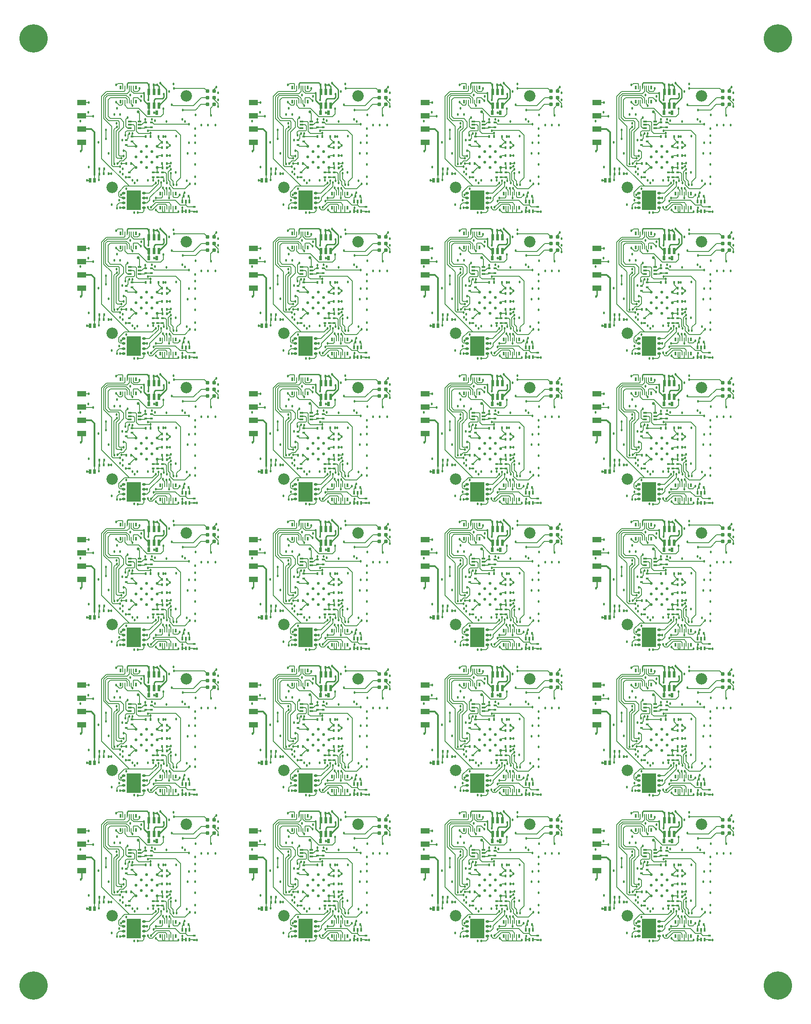
<source format=gbl>
G04 Layer_Physical_Order=6*
G04 Layer_Color=16711680*
%FSLAX25Y25*%
%MOIN*%
G70*
G01*
G75*
%ADD13R,0.01598X0.02551*%
%ADD14R,0.01575X0.02362*%
%ADD15R,0.02362X0.01575*%
%ADD17R,0.01378X0.02598*%
%ADD18R,0.00906X0.02598*%
%ADD22R,0.02551X0.01598*%
%ADD28C,0.03100*%
%ADD33C,0.00800*%
%ADD34C,0.01000*%
%ADD38C,0.21300*%
%ADD39C,0.01800*%
%ADD40C,0.02200*%
%ADD41C,0.02165*%
%ADD42C,0.08600*%
%ADD43R,0.02441X0.04803*%
%ADD44O,0.02756X0.01969*%
%ADD45R,0.10630X0.14567*%
%ADD46R,0.01969X0.03543*%
%ADD47R,0.06500X0.04000*%
%ADD48R,0.02165X0.03347*%
%ADD49C,0.01200*%
D13*
X159781Y81700D02*
D03*
X162340D02*
D03*
X164899D02*
D03*
X159781Y89180D02*
D03*
X164899D02*
D03*
X162340D02*
D03*
X289466Y81700D02*
D03*
X292025D02*
D03*
X294584D02*
D03*
X289466Y89180D02*
D03*
X294584D02*
D03*
X292025D02*
D03*
X419151Y81700D02*
D03*
X421710D02*
D03*
X424269D02*
D03*
X419151Y89180D02*
D03*
X424269D02*
D03*
X421710D02*
D03*
X548836Y81700D02*
D03*
X551395D02*
D03*
X553954D02*
D03*
X548836Y89180D02*
D03*
X553954D02*
D03*
X551395D02*
D03*
X159781Y191574D02*
D03*
X162340D02*
D03*
X164899D02*
D03*
X159781Y199054D02*
D03*
X164899D02*
D03*
X162340D02*
D03*
X289466Y191574D02*
D03*
X292025D02*
D03*
X294584D02*
D03*
X289466Y199054D02*
D03*
X294584D02*
D03*
X292025D02*
D03*
X419151Y191574D02*
D03*
X421710D02*
D03*
X424269D02*
D03*
X419151Y199054D02*
D03*
X424269D02*
D03*
X421710D02*
D03*
X548836Y191574D02*
D03*
X551395D02*
D03*
X553954D02*
D03*
X548836Y199054D02*
D03*
X553954D02*
D03*
X551395D02*
D03*
X159781Y301448D02*
D03*
X162340D02*
D03*
X164899D02*
D03*
X159781Y308928D02*
D03*
X164899D02*
D03*
X162340D02*
D03*
X289466Y301448D02*
D03*
X292025D02*
D03*
X294584D02*
D03*
X289466Y308928D02*
D03*
X294584D02*
D03*
X292025D02*
D03*
X419151Y301448D02*
D03*
X421710D02*
D03*
X424269D02*
D03*
X419151Y308928D02*
D03*
X424269D02*
D03*
X421710D02*
D03*
X548836Y301448D02*
D03*
X551395D02*
D03*
X553954D02*
D03*
X548836Y308928D02*
D03*
X553954D02*
D03*
X551395D02*
D03*
X159781Y411322D02*
D03*
X162340D02*
D03*
X164899D02*
D03*
X159781Y418802D02*
D03*
X164899D02*
D03*
X162340D02*
D03*
X289466Y411322D02*
D03*
X292025D02*
D03*
X294584D02*
D03*
X289466Y418802D02*
D03*
X294584D02*
D03*
X292025D02*
D03*
X419151Y411322D02*
D03*
X421710D02*
D03*
X424269D02*
D03*
X419151Y418802D02*
D03*
X424269D02*
D03*
X421710D02*
D03*
X548836Y411322D02*
D03*
X551395D02*
D03*
X553954D02*
D03*
X548836Y418802D02*
D03*
X553954D02*
D03*
X551395D02*
D03*
X159781Y521196D02*
D03*
X162340D02*
D03*
X164899D02*
D03*
X159781Y528676D02*
D03*
X164899D02*
D03*
X162340D02*
D03*
X289466Y521196D02*
D03*
X292025D02*
D03*
X294584D02*
D03*
X289466Y528676D02*
D03*
X294584D02*
D03*
X292025D02*
D03*
X419151Y521196D02*
D03*
X421710D02*
D03*
X424269D02*
D03*
X419151Y528676D02*
D03*
X424269D02*
D03*
X421710D02*
D03*
X548836Y521196D02*
D03*
X551395D02*
D03*
X553954D02*
D03*
X548836Y528676D02*
D03*
X553954D02*
D03*
X551395D02*
D03*
X159781Y631070D02*
D03*
X162340D02*
D03*
X164899D02*
D03*
X159781Y638550D02*
D03*
X164899D02*
D03*
X162340D02*
D03*
X289466Y631070D02*
D03*
X292025D02*
D03*
X294584D02*
D03*
X289466Y638550D02*
D03*
X294584D02*
D03*
X292025D02*
D03*
X419151Y631070D02*
D03*
X421710D02*
D03*
X424269D02*
D03*
X419151Y638550D02*
D03*
X424269D02*
D03*
X421710D02*
D03*
X548836Y631070D02*
D03*
X551395D02*
D03*
X553954D02*
D03*
X548836Y638550D02*
D03*
X553954D02*
D03*
X551395D02*
D03*
D14*
X100469Y110140D02*
D03*
X104012D02*
D03*
X97012Y109940D02*
D03*
X93468D02*
D03*
X96969Y113840D02*
D03*
X100512D02*
D03*
X138012Y177240D02*
D03*
X134468D02*
D03*
X141795Y138094D02*
D03*
X145339D02*
D03*
X144468Y133740D02*
D03*
X148012D02*
D03*
X144468Y129740D02*
D03*
X148012D02*
D03*
X121012Y117740D02*
D03*
X117469D02*
D03*
X144468Y123740D02*
D03*
X148012D02*
D03*
X144569Y114340D02*
D03*
X148112D02*
D03*
X144468Y117740D02*
D03*
X148012D02*
D03*
X132069Y138040D02*
D03*
X135612D02*
D03*
X160669Y93140D02*
D03*
X164212D02*
D03*
X230153Y110140D02*
D03*
X233697D02*
D03*
X226697Y109940D02*
D03*
X223153D02*
D03*
X226654Y113840D02*
D03*
X230197D02*
D03*
X267697Y177240D02*
D03*
X264154D02*
D03*
X271480Y138094D02*
D03*
X275024D02*
D03*
X274153Y133740D02*
D03*
X277697D02*
D03*
X274153Y129740D02*
D03*
X277697D02*
D03*
X250697Y117740D02*
D03*
X247153D02*
D03*
X274153Y123740D02*
D03*
X277697D02*
D03*
X274254Y114340D02*
D03*
X277797D02*
D03*
X274153Y117740D02*
D03*
X277697D02*
D03*
X261754Y138040D02*
D03*
X265297D02*
D03*
X290353Y93140D02*
D03*
X293897D02*
D03*
X359839Y110140D02*
D03*
X363382D02*
D03*
X356382Y109940D02*
D03*
X352839D02*
D03*
X356339Y113840D02*
D03*
X359882D02*
D03*
X397382Y177240D02*
D03*
X393839D02*
D03*
X401165Y138094D02*
D03*
X404709D02*
D03*
X403839Y133740D02*
D03*
X407382D02*
D03*
X403839Y129740D02*
D03*
X407382D02*
D03*
X380382Y117740D02*
D03*
X376839D02*
D03*
X403839Y123740D02*
D03*
X407382D02*
D03*
X403939Y114340D02*
D03*
X407482D02*
D03*
X403839Y117740D02*
D03*
X407382D02*
D03*
X391439Y138040D02*
D03*
X394982D02*
D03*
X420039Y93140D02*
D03*
X423582D02*
D03*
X489524Y110140D02*
D03*
X493067D02*
D03*
X486067Y109940D02*
D03*
X482524D02*
D03*
X486024Y113840D02*
D03*
X489567D02*
D03*
X527067Y177240D02*
D03*
X523524D02*
D03*
X530850Y138094D02*
D03*
X534394D02*
D03*
X533524Y133740D02*
D03*
X537067D02*
D03*
X533524Y129740D02*
D03*
X537067D02*
D03*
X510067Y117740D02*
D03*
X506524D02*
D03*
X533524Y123740D02*
D03*
X537067D02*
D03*
X533624Y114340D02*
D03*
X537167D02*
D03*
X533524Y117740D02*
D03*
X537067D02*
D03*
X521124Y138040D02*
D03*
X524667D02*
D03*
X549724Y93140D02*
D03*
X553267D02*
D03*
X100469Y220014D02*
D03*
X104012D02*
D03*
X97012Y219814D02*
D03*
X93468D02*
D03*
X96969Y223714D02*
D03*
X100512D02*
D03*
X138012Y287114D02*
D03*
X134468D02*
D03*
X141795Y247969D02*
D03*
X145339D02*
D03*
X144468Y243614D02*
D03*
X148012D02*
D03*
X144468Y239614D02*
D03*
X148012D02*
D03*
X121012Y227614D02*
D03*
X117469D02*
D03*
X144468Y233614D02*
D03*
X148012D02*
D03*
X144569Y224214D02*
D03*
X148112D02*
D03*
X144468Y227614D02*
D03*
X148012D02*
D03*
X132069Y247914D02*
D03*
X135612D02*
D03*
X160669Y203014D02*
D03*
X164212D02*
D03*
X230153Y220014D02*
D03*
X233697D02*
D03*
X226697Y219814D02*
D03*
X223153D02*
D03*
X226654Y223714D02*
D03*
X230197D02*
D03*
X267697Y287114D02*
D03*
X264154D02*
D03*
X271480Y247969D02*
D03*
X275024D02*
D03*
X274153Y243614D02*
D03*
X277697D02*
D03*
X274153Y239614D02*
D03*
X277697D02*
D03*
X250697Y227614D02*
D03*
X247153D02*
D03*
X274153Y233614D02*
D03*
X277697D02*
D03*
X274254Y224214D02*
D03*
X277797D02*
D03*
X274153Y227614D02*
D03*
X277697D02*
D03*
X261754Y247914D02*
D03*
X265297D02*
D03*
X290353Y203014D02*
D03*
X293897D02*
D03*
X359839Y220014D02*
D03*
X363382D02*
D03*
X356382Y219814D02*
D03*
X352839D02*
D03*
X356339Y223714D02*
D03*
X359882D02*
D03*
X397382Y287114D02*
D03*
X393839D02*
D03*
X401165Y247969D02*
D03*
X404709D02*
D03*
X403839Y243614D02*
D03*
X407382D02*
D03*
X403839Y239614D02*
D03*
X407382D02*
D03*
X380382Y227614D02*
D03*
X376839D02*
D03*
X403839Y233614D02*
D03*
X407382D02*
D03*
X403939Y224214D02*
D03*
X407482D02*
D03*
X403839Y227614D02*
D03*
X407382D02*
D03*
X391439Y247914D02*
D03*
X394982D02*
D03*
X420039Y203014D02*
D03*
X423582D02*
D03*
X489524Y220014D02*
D03*
X493067D02*
D03*
X486067Y219814D02*
D03*
X482524D02*
D03*
X486024Y223714D02*
D03*
X489567D02*
D03*
X527067Y287114D02*
D03*
X523524D02*
D03*
X530850Y247969D02*
D03*
X534394D02*
D03*
X533524Y243614D02*
D03*
X537067D02*
D03*
X533524Y239614D02*
D03*
X537067D02*
D03*
X510067Y227614D02*
D03*
X506524D02*
D03*
X533524Y233614D02*
D03*
X537067D02*
D03*
X533624Y224214D02*
D03*
X537167D02*
D03*
X533524Y227614D02*
D03*
X537067D02*
D03*
X521124Y247914D02*
D03*
X524667D02*
D03*
X549724Y203014D02*
D03*
X553267D02*
D03*
X100469Y329888D02*
D03*
X104012D02*
D03*
X97012Y329688D02*
D03*
X93468D02*
D03*
X96969Y333588D02*
D03*
X100512D02*
D03*
X138012Y396988D02*
D03*
X134468D02*
D03*
X141795Y357842D02*
D03*
X145339D02*
D03*
X144468Y353488D02*
D03*
X148012D02*
D03*
X144468Y349488D02*
D03*
X148012D02*
D03*
X121012Y337488D02*
D03*
X117469D02*
D03*
X144468Y343488D02*
D03*
X148012D02*
D03*
X144569Y334088D02*
D03*
X148112D02*
D03*
X144468Y337488D02*
D03*
X148012D02*
D03*
X132069Y357788D02*
D03*
X135612D02*
D03*
X160669Y312888D02*
D03*
X164212D02*
D03*
X230153Y329888D02*
D03*
X233697D02*
D03*
X226697Y329688D02*
D03*
X223153D02*
D03*
X226654Y333588D02*
D03*
X230197D02*
D03*
X267697Y396988D02*
D03*
X264154D02*
D03*
X271480Y357842D02*
D03*
X275024D02*
D03*
X274153Y353488D02*
D03*
X277697D02*
D03*
X274153Y349488D02*
D03*
X277697D02*
D03*
X250697Y337488D02*
D03*
X247153D02*
D03*
X274153Y343488D02*
D03*
X277697D02*
D03*
X274254Y334088D02*
D03*
X277797D02*
D03*
X274153Y337488D02*
D03*
X277697D02*
D03*
X261754Y357788D02*
D03*
X265297D02*
D03*
X290353Y312888D02*
D03*
X293897D02*
D03*
X359839Y329888D02*
D03*
X363382D02*
D03*
X356382Y329688D02*
D03*
X352839D02*
D03*
X356339Y333588D02*
D03*
X359882D02*
D03*
X397382Y396988D02*
D03*
X393839D02*
D03*
X401165Y357842D02*
D03*
X404709D02*
D03*
X403839Y353488D02*
D03*
X407382D02*
D03*
X403839Y349488D02*
D03*
X407382D02*
D03*
X380382Y337488D02*
D03*
X376839D02*
D03*
X403839Y343488D02*
D03*
X407382D02*
D03*
X403939Y334088D02*
D03*
X407482D02*
D03*
X403839Y337488D02*
D03*
X407382D02*
D03*
X391439Y357788D02*
D03*
X394982D02*
D03*
X420039Y312888D02*
D03*
X423582D02*
D03*
X489524Y329888D02*
D03*
X493067D02*
D03*
X486067Y329688D02*
D03*
X482524D02*
D03*
X486024Y333588D02*
D03*
X489567D02*
D03*
X527067Y396988D02*
D03*
X523524D02*
D03*
X530850Y357842D02*
D03*
X534394D02*
D03*
X533524Y353488D02*
D03*
X537067D02*
D03*
X533524Y349488D02*
D03*
X537067D02*
D03*
X510067Y337488D02*
D03*
X506524D02*
D03*
X533524Y343488D02*
D03*
X537067D02*
D03*
X533624Y334088D02*
D03*
X537167D02*
D03*
X533524Y337488D02*
D03*
X537067D02*
D03*
X521124Y357788D02*
D03*
X524667D02*
D03*
X549724Y312888D02*
D03*
X553267D02*
D03*
X100469Y439762D02*
D03*
X104012D02*
D03*
X97012Y439562D02*
D03*
X93468D02*
D03*
X96969Y443462D02*
D03*
X100512D02*
D03*
X138012Y506862D02*
D03*
X134468D02*
D03*
X141795Y467717D02*
D03*
X145339D02*
D03*
X144468Y463362D02*
D03*
X148012D02*
D03*
X144468Y459362D02*
D03*
X148012D02*
D03*
X121012Y447362D02*
D03*
X117469D02*
D03*
X144468Y453362D02*
D03*
X148012D02*
D03*
X144569Y443962D02*
D03*
X148112D02*
D03*
X144468Y447362D02*
D03*
X148012D02*
D03*
X132069Y467662D02*
D03*
X135612D02*
D03*
X160669Y422762D02*
D03*
X164212D02*
D03*
X230153Y439762D02*
D03*
X233697D02*
D03*
X226697Y439562D02*
D03*
X223153D02*
D03*
X226654Y443462D02*
D03*
X230197D02*
D03*
X267697Y506862D02*
D03*
X264154D02*
D03*
X271480Y467717D02*
D03*
X275024D02*
D03*
X274153Y463362D02*
D03*
X277697D02*
D03*
X274153Y459362D02*
D03*
X277697D02*
D03*
X250697Y447362D02*
D03*
X247153D02*
D03*
X274153Y453362D02*
D03*
X277697D02*
D03*
X274254Y443962D02*
D03*
X277797D02*
D03*
X274153Y447362D02*
D03*
X277697D02*
D03*
X261754Y467662D02*
D03*
X265297D02*
D03*
X290353Y422762D02*
D03*
X293897D02*
D03*
X359839Y439762D02*
D03*
X363382D02*
D03*
X356382Y439562D02*
D03*
X352839D02*
D03*
X356339Y443462D02*
D03*
X359882D02*
D03*
X397382Y506862D02*
D03*
X393839D02*
D03*
X401165Y467717D02*
D03*
X404709D02*
D03*
X403839Y463362D02*
D03*
X407382D02*
D03*
X403839Y459362D02*
D03*
X407382D02*
D03*
X380382Y447362D02*
D03*
X376839D02*
D03*
X403839Y453362D02*
D03*
X407382D02*
D03*
X403939Y443962D02*
D03*
X407482D02*
D03*
X403839Y447362D02*
D03*
X407382D02*
D03*
X391439Y467662D02*
D03*
X394982D02*
D03*
X420039Y422762D02*
D03*
X423582D02*
D03*
X489524Y439762D02*
D03*
X493067D02*
D03*
X486067Y439562D02*
D03*
X482524D02*
D03*
X486024Y443462D02*
D03*
X489567D02*
D03*
X527067Y506862D02*
D03*
X523524D02*
D03*
X530850Y467717D02*
D03*
X534394D02*
D03*
X533524Y463362D02*
D03*
X537067D02*
D03*
X533524Y459362D02*
D03*
X537067D02*
D03*
X510067Y447362D02*
D03*
X506524D02*
D03*
X533524Y453362D02*
D03*
X537067D02*
D03*
X533624Y443962D02*
D03*
X537167D02*
D03*
X533524Y447362D02*
D03*
X537067D02*
D03*
X521124Y467662D02*
D03*
X524667D02*
D03*
X549724Y422762D02*
D03*
X553267D02*
D03*
X100469Y549636D02*
D03*
X104012D02*
D03*
X97012Y549436D02*
D03*
X93468D02*
D03*
X96969Y553336D02*
D03*
X100512D02*
D03*
X138012Y616736D02*
D03*
X134468D02*
D03*
X141795Y577591D02*
D03*
X145339D02*
D03*
X144468Y573236D02*
D03*
X148012D02*
D03*
X144468Y569236D02*
D03*
X148012D02*
D03*
X121012Y557236D02*
D03*
X117469D02*
D03*
X144468Y563236D02*
D03*
X148012D02*
D03*
X144569Y553836D02*
D03*
X148112D02*
D03*
X144468Y557236D02*
D03*
X148012D02*
D03*
X132069Y577536D02*
D03*
X135612D02*
D03*
X160669Y532636D02*
D03*
X164212D02*
D03*
X230153Y549636D02*
D03*
X233697D02*
D03*
X226697Y549436D02*
D03*
X223153D02*
D03*
X226654Y553336D02*
D03*
X230197D02*
D03*
X267697Y616736D02*
D03*
X264154D02*
D03*
X271480Y577591D02*
D03*
X275024D02*
D03*
X274153Y573236D02*
D03*
X277697D02*
D03*
X274153Y569236D02*
D03*
X277697D02*
D03*
X250697Y557236D02*
D03*
X247153D02*
D03*
X274153Y563236D02*
D03*
X277697D02*
D03*
X274254Y553836D02*
D03*
X277797D02*
D03*
X274153Y557236D02*
D03*
X277697D02*
D03*
X261754Y577536D02*
D03*
X265297D02*
D03*
X290353Y532636D02*
D03*
X293897D02*
D03*
X359839Y549636D02*
D03*
X363382D02*
D03*
X356382Y549436D02*
D03*
X352839D02*
D03*
X356339Y553336D02*
D03*
X359882D02*
D03*
X397382Y616736D02*
D03*
X393839D02*
D03*
X401165Y577591D02*
D03*
X404709D02*
D03*
X403839Y573236D02*
D03*
X407382D02*
D03*
X403839Y569236D02*
D03*
X407382D02*
D03*
X380382Y557236D02*
D03*
X376839D02*
D03*
X403839Y563236D02*
D03*
X407382D02*
D03*
X403939Y553836D02*
D03*
X407482D02*
D03*
X403839Y557236D02*
D03*
X407382D02*
D03*
X391439Y577536D02*
D03*
X394982D02*
D03*
X420039Y532636D02*
D03*
X423582D02*
D03*
X489524Y549636D02*
D03*
X493067D02*
D03*
X486067Y549436D02*
D03*
X482524D02*
D03*
X486024Y553336D02*
D03*
X489567D02*
D03*
X527067Y616736D02*
D03*
X523524D02*
D03*
X530850Y577591D02*
D03*
X534394D02*
D03*
X533524Y573236D02*
D03*
X537067D02*
D03*
X533524Y569236D02*
D03*
X537067D02*
D03*
X510067Y557236D02*
D03*
X506524D02*
D03*
X533524Y563236D02*
D03*
X537067D02*
D03*
X533624Y553836D02*
D03*
X537167D02*
D03*
X533524Y557236D02*
D03*
X537067D02*
D03*
X521124Y577536D02*
D03*
X524667D02*
D03*
X549724Y532636D02*
D03*
X553267D02*
D03*
X100469Y659510D02*
D03*
X104012D02*
D03*
X97012Y659310D02*
D03*
X93468D02*
D03*
X96969Y663210D02*
D03*
X100512D02*
D03*
X138012Y726610D02*
D03*
X134468D02*
D03*
X141795Y687465D02*
D03*
X145339D02*
D03*
X144468Y683110D02*
D03*
X148012D02*
D03*
X144468Y679110D02*
D03*
X148012D02*
D03*
X121012Y667110D02*
D03*
X117469D02*
D03*
X144468Y673110D02*
D03*
X148012D02*
D03*
X144569Y663710D02*
D03*
X148112D02*
D03*
X144468Y667110D02*
D03*
X148012D02*
D03*
X132069Y687410D02*
D03*
X135612D02*
D03*
X160669Y642510D02*
D03*
X164212D02*
D03*
X230153Y659510D02*
D03*
X233697D02*
D03*
X226697Y659310D02*
D03*
X223153D02*
D03*
X226654Y663210D02*
D03*
X230197D02*
D03*
X267697Y726610D02*
D03*
X264154D02*
D03*
X271480Y687465D02*
D03*
X275024D02*
D03*
X274153Y683110D02*
D03*
X277697D02*
D03*
X274153Y679110D02*
D03*
X277697D02*
D03*
X250697Y667110D02*
D03*
X247153D02*
D03*
X274153Y673110D02*
D03*
X277697D02*
D03*
X274254Y663710D02*
D03*
X277797D02*
D03*
X274153Y667110D02*
D03*
X277697D02*
D03*
X261754Y687410D02*
D03*
X265297D02*
D03*
X290353Y642510D02*
D03*
X293897D02*
D03*
X359839Y659510D02*
D03*
X363382D02*
D03*
X356382Y659310D02*
D03*
X352839D02*
D03*
X356339Y663210D02*
D03*
X359882D02*
D03*
X397382Y726610D02*
D03*
X393839D02*
D03*
X401165Y687465D02*
D03*
X404709D02*
D03*
X403839Y683110D02*
D03*
X407382D02*
D03*
X403839Y679110D02*
D03*
X407382D02*
D03*
X380382Y667110D02*
D03*
X376839D02*
D03*
X403839Y673110D02*
D03*
X407382D02*
D03*
X403939Y663710D02*
D03*
X407482D02*
D03*
X403839Y667110D02*
D03*
X407382D02*
D03*
X391439Y687410D02*
D03*
X394982D02*
D03*
X420039Y642510D02*
D03*
X423582D02*
D03*
X489524Y659510D02*
D03*
X493067D02*
D03*
X486067Y659310D02*
D03*
X482524D02*
D03*
X486024Y663210D02*
D03*
X489567D02*
D03*
X527067Y726610D02*
D03*
X523524D02*
D03*
X530850Y687465D02*
D03*
X534394D02*
D03*
X533524Y683110D02*
D03*
X537067D02*
D03*
X533524Y679110D02*
D03*
X537067D02*
D03*
X510067Y667110D02*
D03*
X506524D02*
D03*
X533524Y673110D02*
D03*
X537067D02*
D03*
X533624Y663710D02*
D03*
X537167D02*
D03*
X533524Y667110D02*
D03*
X537067D02*
D03*
X521124Y687410D02*
D03*
X524667D02*
D03*
X549724Y642510D02*
D03*
X553267D02*
D03*
D15*
X144740Y111012D02*
D03*
Y107468D02*
D03*
X141040Y111012D02*
D03*
Y107468D02*
D03*
X121740Y134468D02*
D03*
Y138012D02*
D03*
X137740Y111012D02*
D03*
Y107468D02*
D03*
X119740Y111012D02*
D03*
Y107468D02*
D03*
X117386Y131795D02*
D03*
Y135339D02*
D03*
X131940Y145168D02*
D03*
Y148712D02*
D03*
X136240D02*
D03*
Y145168D02*
D03*
X168740Y85012D02*
D03*
Y81468D02*
D03*
X274425Y111012D02*
D03*
Y107468D02*
D03*
X270725Y111012D02*
D03*
Y107468D02*
D03*
X251425Y134468D02*
D03*
Y138012D02*
D03*
X267425Y111012D02*
D03*
Y107468D02*
D03*
X249425Y111012D02*
D03*
Y107468D02*
D03*
X247071Y131795D02*
D03*
Y135339D02*
D03*
X261625Y145168D02*
D03*
Y148712D02*
D03*
X265925D02*
D03*
Y145168D02*
D03*
X298425Y85012D02*
D03*
Y81468D02*
D03*
X404110Y111012D02*
D03*
Y107468D02*
D03*
X400410Y111012D02*
D03*
Y107468D02*
D03*
X381110Y134468D02*
D03*
Y138012D02*
D03*
X397110Y111012D02*
D03*
Y107468D02*
D03*
X379110Y111012D02*
D03*
Y107468D02*
D03*
X376756Y131795D02*
D03*
Y135339D02*
D03*
X391310Y145168D02*
D03*
Y148712D02*
D03*
X395610D02*
D03*
Y145168D02*
D03*
X428110Y85012D02*
D03*
Y81468D02*
D03*
X533795Y111012D02*
D03*
Y107468D02*
D03*
X530095Y111012D02*
D03*
Y107468D02*
D03*
X510795Y134468D02*
D03*
Y138012D02*
D03*
X526795Y111012D02*
D03*
Y107468D02*
D03*
X508795Y111012D02*
D03*
Y107468D02*
D03*
X506441Y131795D02*
D03*
Y135339D02*
D03*
X520995Y145168D02*
D03*
Y148712D02*
D03*
X525295D02*
D03*
Y145168D02*
D03*
X557795Y85012D02*
D03*
Y81468D02*
D03*
X144740Y220886D02*
D03*
Y217342D02*
D03*
X141040Y220886D02*
D03*
Y217342D02*
D03*
X121740Y244342D02*
D03*
Y247886D02*
D03*
X137740Y220886D02*
D03*
Y217342D02*
D03*
X119740Y220886D02*
D03*
Y217342D02*
D03*
X117386Y241669D02*
D03*
Y245213D02*
D03*
X131940Y255043D02*
D03*
Y258586D02*
D03*
X136240D02*
D03*
Y255043D02*
D03*
X168740Y194886D02*
D03*
Y191342D02*
D03*
X274425Y220886D02*
D03*
Y217342D02*
D03*
X270725Y220886D02*
D03*
Y217342D02*
D03*
X251425Y244342D02*
D03*
Y247886D02*
D03*
X267425Y220886D02*
D03*
Y217342D02*
D03*
X249425Y220886D02*
D03*
Y217342D02*
D03*
X247071Y241669D02*
D03*
Y245213D02*
D03*
X261625Y255043D02*
D03*
Y258586D02*
D03*
X265925D02*
D03*
Y255043D02*
D03*
X298425Y194886D02*
D03*
Y191342D02*
D03*
X404110Y220886D02*
D03*
Y217342D02*
D03*
X400410Y220886D02*
D03*
Y217342D02*
D03*
X381110Y244342D02*
D03*
Y247886D02*
D03*
X397110Y220886D02*
D03*
Y217342D02*
D03*
X379110Y220886D02*
D03*
Y217342D02*
D03*
X376756Y241669D02*
D03*
Y245213D02*
D03*
X391310Y255043D02*
D03*
Y258586D02*
D03*
X395610D02*
D03*
Y255043D02*
D03*
X428110Y194886D02*
D03*
Y191342D02*
D03*
X533795Y220886D02*
D03*
Y217342D02*
D03*
X530095Y220886D02*
D03*
Y217342D02*
D03*
X510795Y244342D02*
D03*
Y247886D02*
D03*
X526795Y220886D02*
D03*
Y217342D02*
D03*
X508795Y220886D02*
D03*
Y217342D02*
D03*
X506441Y241669D02*
D03*
Y245213D02*
D03*
X520995Y255043D02*
D03*
Y258586D02*
D03*
X525295D02*
D03*
Y255043D02*
D03*
X557795Y194886D02*
D03*
Y191342D02*
D03*
X144740Y330760D02*
D03*
Y327217D02*
D03*
X141040Y330760D02*
D03*
Y327217D02*
D03*
X121740Y354217D02*
D03*
Y357760D02*
D03*
X137740Y330760D02*
D03*
Y327217D02*
D03*
X119740Y330760D02*
D03*
Y327217D02*
D03*
X117386Y351543D02*
D03*
Y355087D02*
D03*
X131940Y364917D02*
D03*
Y368460D02*
D03*
X136240D02*
D03*
Y364917D02*
D03*
X168740Y304760D02*
D03*
Y301217D02*
D03*
X274425Y330760D02*
D03*
Y327217D02*
D03*
X270725Y330760D02*
D03*
Y327217D02*
D03*
X251425Y354217D02*
D03*
Y357760D02*
D03*
X267425Y330760D02*
D03*
Y327217D02*
D03*
X249425Y330760D02*
D03*
Y327217D02*
D03*
X247071Y351543D02*
D03*
Y355087D02*
D03*
X261625Y364917D02*
D03*
Y368460D02*
D03*
X265925D02*
D03*
Y364917D02*
D03*
X298425Y304760D02*
D03*
Y301217D02*
D03*
X404110Y330760D02*
D03*
Y327217D02*
D03*
X400410Y330760D02*
D03*
Y327217D02*
D03*
X381110Y354217D02*
D03*
Y357760D02*
D03*
X397110Y330760D02*
D03*
Y327217D02*
D03*
X379110Y330760D02*
D03*
Y327217D02*
D03*
X376756Y351543D02*
D03*
Y355087D02*
D03*
X391310Y364917D02*
D03*
Y368460D02*
D03*
X395610D02*
D03*
Y364917D02*
D03*
X428110Y304760D02*
D03*
Y301217D02*
D03*
X533795Y330760D02*
D03*
Y327217D02*
D03*
X530095Y330760D02*
D03*
Y327217D02*
D03*
X510795Y354217D02*
D03*
Y357760D02*
D03*
X526795Y330760D02*
D03*
Y327217D02*
D03*
X508795Y330760D02*
D03*
Y327217D02*
D03*
X506441Y351543D02*
D03*
Y355087D02*
D03*
X520995Y364917D02*
D03*
Y368460D02*
D03*
X525295D02*
D03*
Y364917D02*
D03*
X557795Y304760D02*
D03*
Y301217D02*
D03*
X144740Y440634D02*
D03*
Y437091D02*
D03*
X141040Y440634D02*
D03*
Y437091D02*
D03*
X121740Y464091D02*
D03*
Y467634D02*
D03*
X137740Y440634D02*
D03*
Y437091D02*
D03*
X119740Y440634D02*
D03*
Y437091D02*
D03*
X117386Y461417D02*
D03*
Y464961D02*
D03*
X131940Y474791D02*
D03*
Y478334D02*
D03*
X136240D02*
D03*
Y474791D02*
D03*
X168740Y414634D02*
D03*
Y411091D02*
D03*
X274425Y440634D02*
D03*
Y437091D02*
D03*
X270725Y440634D02*
D03*
Y437091D02*
D03*
X251425Y464091D02*
D03*
Y467634D02*
D03*
X267425Y440634D02*
D03*
Y437091D02*
D03*
X249425Y440634D02*
D03*
Y437091D02*
D03*
X247071Y461417D02*
D03*
Y464961D02*
D03*
X261625Y474791D02*
D03*
Y478334D02*
D03*
X265925D02*
D03*
Y474791D02*
D03*
X298425Y414634D02*
D03*
Y411091D02*
D03*
X404110Y440634D02*
D03*
Y437091D02*
D03*
X400410Y440634D02*
D03*
Y437091D02*
D03*
X381110Y464091D02*
D03*
Y467634D02*
D03*
X397110Y440634D02*
D03*
Y437091D02*
D03*
X379110Y440634D02*
D03*
Y437091D02*
D03*
X376756Y461417D02*
D03*
Y464961D02*
D03*
X391310Y474791D02*
D03*
Y478334D02*
D03*
X395610D02*
D03*
Y474791D02*
D03*
X428110Y414634D02*
D03*
Y411091D02*
D03*
X533795Y440634D02*
D03*
Y437091D02*
D03*
X530095Y440634D02*
D03*
Y437091D02*
D03*
X510795Y464091D02*
D03*
Y467634D02*
D03*
X526795Y440634D02*
D03*
Y437091D02*
D03*
X508795Y440634D02*
D03*
Y437091D02*
D03*
X506441Y461417D02*
D03*
Y464961D02*
D03*
X520995Y474791D02*
D03*
Y478334D02*
D03*
X525295D02*
D03*
Y474791D02*
D03*
X557795Y414634D02*
D03*
Y411091D02*
D03*
X144740Y550508D02*
D03*
Y546965D02*
D03*
X141040Y550508D02*
D03*
Y546965D02*
D03*
X121740Y573965D02*
D03*
Y577508D02*
D03*
X137740Y550508D02*
D03*
Y546965D02*
D03*
X119740Y550508D02*
D03*
Y546965D02*
D03*
X117386Y571291D02*
D03*
Y574835D02*
D03*
X131940Y584665D02*
D03*
Y588208D02*
D03*
X136240D02*
D03*
Y584665D02*
D03*
X168740Y524508D02*
D03*
Y520965D02*
D03*
X274425Y550508D02*
D03*
Y546965D02*
D03*
X270725Y550508D02*
D03*
Y546965D02*
D03*
X251425Y573965D02*
D03*
Y577508D02*
D03*
X267425Y550508D02*
D03*
Y546965D02*
D03*
X249425Y550508D02*
D03*
Y546965D02*
D03*
X247071Y571291D02*
D03*
Y574835D02*
D03*
X261625Y584665D02*
D03*
Y588208D02*
D03*
X265925D02*
D03*
Y584665D02*
D03*
X298425Y524508D02*
D03*
Y520965D02*
D03*
X404110Y550508D02*
D03*
Y546965D02*
D03*
X400410Y550508D02*
D03*
Y546965D02*
D03*
X381110Y573965D02*
D03*
Y577508D02*
D03*
X397110Y550508D02*
D03*
Y546965D02*
D03*
X379110Y550508D02*
D03*
Y546965D02*
D03*
X376756Y571291D02*
D03*
Y574835D02*
D03*
X391310Y584665D02*
D03*
Y588208D02*
D03*
X395610D02*
D03*
Y584665D02*
D03*
X428110Y524508D02*
D03*
Y520965D02*
D03*
X533795Y550508D02*
D03*
Y546965D02*
D03*
X530095Y550508D02*
D03*
Y546965D02*
D03*
X510795Y573965D02*
D03*
Y577508D02*
D03*
X526795Y550508D02*
D03*
Y546965D02*
D03*
X508795Y550508D02*
D03*
Y546965D02*
D03*
X506441Y571291D02*
D03*
Y574835D02*
D03*
X520995Y584665D02*
D03*
Y588208D02*
D03*
X525295D02*
D03*
Y584665D02*
D03*
X557795Y524508D02*
D03*
Y520965D02*
D03*
X144740Y660382D02*
D03*
Y656839D02*
D03*
X141040Y660382D02*
D03*
Y656839D02*
D03*
X121740Y683839D02*
D03*
Y687382D02*
D03*
X137740Y660382D02*
D03*
Y656839D02*
D03*
X119740Y660382D02*
D03*
Y656839D02*
D03*
X117386Y681165D02*
D03*
Y684709D02*
D03*
X131940Y694539D02*
D03*
Y698082D02*
D03*
X136240D02*
D03*
Y694539D02*
D03*
X168740Y634382D02*
D03*
Y630839D02*
D03*
X274425Y660382D02*
D03*
Y656839D02*
D03*
X270725Y660382D02*
D03*
Y656839D02*
D03*
X251425Y683839D02*
D03*
Y687382D02*
D03*
X267425Y660382D02*
D03*
Y656839D02*
D03*
X249425Y660382D02*
D03*
Y656839D02*
D03*
X247071Y681165D02*
D03*
Y684709D02*
D03*
X261625Y694539D02*
D03*
Y698082D02*
D03*
X265925D02*
D03*
Y694539D02*
D03*
X298425Y634382D02*
D03*
Y630839D02*
D03*
X404110Y660382D02*
D03*
Y656839D02*
D03*
X400410Y660382D02*
D03*
Y656839D02*
D03*
X381110Y683839D02*
D03*
Y687382D02*
D03*
X397110Y660382D02*
D03*
Y656839D02*
D03*
X379110Y660382D02*
D03*
Y656839D02*
D03*
X376756Y681165D02*
D03*
Y684709D02*
D03*
X391310Y694539D02*
D03*
Y698082D02*
D03*
X395610D02*
D03*
Y694539D02*
D03*
X428110Y634382D02*
D03*
Y630839D02*
D03*
X533795Y660382D02*
D03*
Y656839D02*
D03*
X530095Y660382D02*
D03*
Y656839D02*
D03*
X510795Y683839D02*
D03*
Y687382D02*
D03*
X526795Y660382D02*
D03*
Y656839D02*
D03*
X508795Y660382D02*
D03*
Y656839D02*
D03*
X506441Y681165D02*
D03*
Y684709D02*
D03*
X520995Y694539D02*
D03*
Y698082D02*
D03*
X525295D02*
D03*
Y694539D02*
D03*
X557795Y634382D02*
D03*
Y630839D02*
D03*
D17*
X154547Y95075D02*
D03*
Y84405D02*
D03*
X142933D02*
D03*
Y95075D02*
D03*
X124547Y175075D02*
D03*
Y164406D02*
D03*
X112933D02*
D03*
Y175075D02*
D03*
X284232Y95075D02*
D03*
Y84405D02*
D03*
X272618D02*
D03*
Y95075D02*
D03*
X254232Y175075D02*
D03*
Y164406D02*
D03*
X242618D02*
D03*
Y175075D02*
D03*
X413917Y95075D02*
D03*
Y84405D02*
D03*
X402303D02*
D03*
Y95075D02*
D03*
X383917Y175075D02*
D03*
Y164406D02*
D03*
X372303D02*
D03*
Y175075D02*
D03*
X543602Y95075D02*
D03*
Y84405D02*
D03*
X531988D02*
D03*
Y95075D02*
D03*
X513602Y175075D02*
D03*
Y164406D02*
D03*
X501988D02*
D03*
Y175075D02*
D03*
X154547Y204949D02*
D03*
Y194280D02*
D03*
X142933D02*
D03*
Y204949D02*
D03*
X124547Y284949D02*
D03*
Y274279D02*
D03*
X112933D02*
D03*
Y284949D02*
D03*
X284232Y204949D02*
D03*
Y194280D02*
D03*
X272618D02*
D03*
Y204949D02*
D03*
X254232Y284949D02*
D03*
Y274279D02*
D03*
X242618D02*
D03*
Y284949D02*
D03*
X413917Y204949D02*
D03*
Y194280D02*
D03*
X402303D02*
D03*
Y204949D02*
D03*
X383917Y284949D02*
D03*
Y274279D02*
D03*
X372303D02*
D03*
Y284949D02*
D03*
X543602Y204949D02*
D03*
Y194280D02*
D03*
X531988D02*
D03*
Y204949D02*
D03*
X513602Y284949D02*
D03*
Y274279D02*
D03*
X501988D02*
D03*
Y284949D02*
D03*
X154547Y314823D02*
D03*
Y304153D02*
D03*
X142933D02*
D03*
Y314823D02*
D03*
X124547Y394823D02*
D03*
Y384154D02*
D03*
X112933D02*
D03*
Y394823D02*
D03*
X284232Y314823D02*
D03*
Y304153D02*
D03*
X272618D02*
D03*
Y314823D02*
D03*
X254232Y394823D02*
D03*
Y384154D02*
D03*
X242618D02*
D03*
Y394823D02*
D03*
X413917Y314823D02*
D03*
Y304153D02*
D03*
X402303D02*
D03*
Y314823D02*
D03*
X383917Y394823D02*
D03*
Y384154D02*
D03*
X372303D02*
D03*
Y394823D02*
D03*
X543602Y314823D02*
D03*
Y304153D02*
D03*
X531988D02*
D03*
Y314823D02*
D03*
X513602Y394823D02*
D03*
Y384154D02*
D03*
X501988D02*
D03*
Y394823D02*
D03*
X154547Y424697D02*
D03*
Y414028D02*
D03*
X142933D02*
D03*
Y424697D02*
D03*
X124547Y504697D02*
D03*
Y494028D02*
D03*
X112933D02*
D03*
Y504697D02*
D03*
X284232Y424697D02*
D03*
Y414028D02*
D03*
X272618D02*
D03*
Y424697D02*
D03*
X254232Y504697D02*
D03*
Y494028D02*
D03*
X242618D02*
D03*
Y504697D02*
D03*
X413917Y424697D02*
D03*
Y414028D02*
D03*
X402303D02*
D03*
Y424697D02*
D03*
X383917Y504697D02*
D03*
Y494028D02*
D03*
X372303D02*
D03*
Y504697D02*
D03*
X543602Y424697D02*
D03*
Y414028D02*
D03*
X531988D02*
D03*
Y424697D02*
D03*
X513602Y504697D02*
D03*
Y494028D02*
D03*
X501988D02*
D03*
Y504697D02*
D03*
X154547Y534571D02*
D03*
Y523902D02*
D03*
X142933D02*
D03*
Y534571D02*
D03*
X124547Y614571D02*
D03*
Y603902D02*
D03*
X112933D02*
D03*
Y614571D02*
D03*
X284232Y534571D02*
D03*
Y523902D02*
D03*
X272618D02*
D03*
Y534571D02*
D03*
X254232Y614571D02*
D03*
Y603902D02*
D03*
X242618D02*
D03*
Y614571D02*
D03*
X413917Y534571D02*
D03*
Y523902D02*
D03*
X402303D02*
D03*
Y534571D02*
D03*
X383917Y614571D02*
D03*
Y603902D02*
D03*
X372303D02*
D03*
Y614571D02*
D03*
X543602Y534571D02*
D03*
Y523902D02*
D03*
X531988D02*
D03*
Y534571D02*
D03*
X513602Y614571D02*
D03*
Y603902D02*
D03*
X501988D02*
D03*
Y614571D02*
D03*
X154547Y644445D02*
D03*
Y633776D02*
D03*
X142933D02*
D03*
Y644445D02*
D03*
X124547Y724445D02*
D03*
Y713776D02*
D03*
X112933D02*
D03*
Y724445D02*
D03*
X284232Y644445D02*
D03*
Y633776D02*
D03*
X272618D02*
D03*
Y644445D02*
D03*
X254232Y724445D02*
D03*
Y713776D02*
D03*
X242618D02*
D03*
Y724445D02*
D03*
X413917Y644445D02*
D03*
Y633776D02*
D03*
X402303D02*
D03*
Y644445D02*
D03*
X383917Y724445D02*
D03*
Y713776D02*
D03*
X372303D02*
D03*
Y724445D02*
D03*
X543602Y644445D02*
D03*
Y633776D02*
D03*
X531988D02*
D03*
Y644445D02*
D03*
X513602Y724445D02*
D03*
Y713776D02*
D03*
X501988D02*
D03*
Y724445D02*
D03*
D18*
X152677Y84405D02*
D03*
X151102D02*
D03*
X149528D02*
D03*
X147953D02*
D03*
X146378D02*
D03*
X144803D02*
D03*
Y95075D02*
D03*
X146378D02*
D03*
X147953D02*
D03*
X149528D02*
D03*
X151102D02*
D03*
X152677D02*
D03*
X122677Y164406D02*
D03*
X121102D02*
D03*
X119528D02*
D03*
X117953D02*
D03*
X116378D02*
D03*
X114803D02*
D03*
Y175075D02*
D03*
X116378D02*
D03*
X117953D02*
D03*
X119528D02*
D03*
X121102D02*
D03*
X122677D02*
D03*
X282362Y84405D02*
D03*
X280787D02*
D03*
X279213D02*
D03*
X277638D02*
D03*
X276063D02*
D03*
X274488D02*
D03*
Y95075D02*
D03*
X276063D02*
D03*
X277638D02*
D03*
X279213D02*
D03*
X280787D02*
D03*
X282362D02*
D03*
X252362Y164406D02*
D03*
X250787D02*
D03*
X249213D02*
D03*
X247638D02*
D03*
X246063D02*
D03*
X244488D02*
D03*
Y175075D02*
D03*
X246063D02*
D03*
X247638D02*
D03*
X249213D02*
D03*
X250787D02*
D03*
X252362D02*
D03*
X412047Y84405D02*
D03*
X410472D02*
D03*
X408898D02*
D03*
X407323D02*
D03*
X405748D02*
D03*
X404173D02*
D03*
Y95075D02*
D03*
X405748D02*
D03*
X407323D02*
D03*
X408898D02*
D03*
X410472D02*
D03*
X412047D02*
D03*
X382047Y164406D02*
D03*
X380472D02*
D03*
X378898D02*
D03*
X377323D02*
D03*
X375748D02*
D03*
X374173D02*
D03*
Y175075D02*
D03*
X375748D02*
D03*
X377323D02*
D03*
X378898D02*
D03*
X380472D02*
D03*
X382047D02*
D03*
X541732Y84405D02*
D03*
X540158D02*
D03*
X538583D02*
D03*
X537008D02*
D03*
X535433D02*
D03*
X533858D02*
D03*
Y95075D02*
D03*
X535433D02*
D03*
X537008D02*
D03*
X538583D02*
D03*
X540158D02*
D03*
X541732D02*
D03*
X511732Y164406D02*
D03*
X510157D02*
D03*
X508583D02*
D03*
X507008D02*
D03*
X505433D02*
D03*
X503858D02*
D03*
Y175075D02*
D03*
X505433D02*
D03*
X507008D02*
D03*
X508583D02*
D03*
X510157D02*
D03*
X511732D02*
D03*
X152677Y194280D02*
D03*
X151102D02*
D03*
X149528D02*
D03*
X147953D02*
D03*
X146378D02*
D03*
X144803D02*
D03*
Y204949D02*
D03*
X146378D02*
D03*
X147953D02*
D03*
X149528D02*
D03*
X151102D02*
D03*
X152677D02*
D03*
X122677Y274279D02*
D03*
X121102D02*
D03*
X119528D02*
D03*
X117953D02*
D03*
X116378D02*
D03*
X114803D02*
D03*
Y284949D02*
D03*
X116378D02*
D03*
X117953D02*
D03*
X119528D02*
D03*
X121102D02*
D03*
X122677D02*
D03*
X282362Y194280D02*
D03*
X280787D02*
D03*
X279213D02*
D03*
X277638D02*
D03*
X276063D02*
D03*
X274488D02*
D03*
Y204949D02*
D03*
X276063D02*
D03*
X277638D02*
D03*
X279213D02*
D03*
X280787D02*
D03*
X282362D02*
D03*
X252362Y274279D02*
D03*
X250787D02*
D03*
X249213D02*
D03*
X247638D02*
D03*
X246063D02*
D03*
X244488D02*
D03*
Y284949D02*
D03*
X246063D02*
D03*
X247638D02*
D03*
X249213D02*
D03*
X250787D02*
D03*
X252362D02*
D03*
X412047Y194280D02*
D03*
X410472D02*
D03*
X408898D02*
D03*
X407323D02*
D03*
X405748D02*
D03*
X404173D02*
D03*
Y204949D02*
D03*
X405748D02*
D03*
X407323D02*
D03*
X408898D02*
D03*
X410472D02*
D03*
X412047D02*
D03*
X382047Y274279D02*
D03*
X380472D02*
D03*
X378898D02*
D03*
X377323D02*
D03*
X375748D02*
D03*
X374173D02*
D03*
Y284949D02*
D03*
X375748D02*
D03*
X377323D02*
D03*
X378898D02*
D03*
X380472D02*
D03*
X382047D02*
D03*
X541732Y194280D02*
D03*
X540158D02*
D03*
X538583D02*
D03*
X537008D02*
D03*
X535433D02*
D03*
X533858D02*
D03*
Y204949D02*
D03*
X535433D02*
D03*
X537008D02*
D03*
X538583D02*
D03*
X540158D02*
D03*
X541732D02*
D03*
X511732Y274279D02*
D03*
X510157D02*
D03*
X508583D02*
D03*
X507008D02*
D03*
X505433D02*
D03*
X503858D02*
D03*
Y284949D02*
D03*
X505433D02*
D03*
X507008D02*
D03*
X508583D02*
D03*
X510157D02*
D03*
X511732D02*
D03*
X152677Y304154D02*
D03*
X151102D02*
D03*
X149528D02*
D03*
X147953D02*
D03*
X146378D02*
D03*
X144803D02*
D03*
Y314823D02*
D03*
X146378D02*
D03*
X147953D02*
D03*
X149528D02*
D03*
X151102D02*
D03*
X152677D02*
D03*
X122677Y384154D02*
D03*
X121102D02*
D03*
X119528D02*
D03*
X117953D02*
D03*
X116378D02*
D03*
X114803D02*
D03*
Y394823D02*
D03*
X116378D02*
D03*
X117953D02*
D03*
X119528D02*
D03*
X121102D02*
D03*
X122677D02*
D03*
X282362Y304154D02*
D03*
X280787D02*
D03*
X279213D02*
D03*
X277638D02*
D03*
X276063D02*
D03*
X274488D02*
D03*
Y314823D02*
D03*
X276063D02*
D03*
X277638D02*
D03*
X279213D02*
D03*
X280787D02*
D03*
X282362D02*
D03*
X252362Y384154D02*
D03*
X250787D02*
D03*
X249213D02*
D03*
X247638D02*
D03*
X246063D02*
D03*
X244488D02*
D03*
Y394823D02*
D03*
X246063D02*
D03*
X247638D02*
D03*
X249213D02*
D03*
X250787D02*
D03*
X252362D02*
D03*
X412047Y304154D02*
D03*
X410472D02*
D03*
X408898D02*
D03*
X407323D02*
D03*
X405748D02*
D03*
X404173D02*
D03*
Y314823D02*
D03*
X405748D02*
D03*
X407323D02*
D03*
X408898D02*
D03*
X410472D02*
D03*
X412047D02*
D03*
X382047Y384154D02*
D03*
X380472D02*
D03*
X378898D02*
D03*
X377323D02*
D03*
X375748D02*
D03*
X374173D02*
D03*
Y394823D02*
D03*
X375748D02*
D03*
X377323D02*
D03*
X378898D02*
D03*
X380472D02*
D03*
X382047D02*
D03*
X541732Y304154D02*
D03*
X540158D02*
D03*
X538583D02*
D03*
X537008D02*
D03*
X535433D02*
D03*
X533858D02*
D03*
Y314823D02*
D03*
X535433D02*
D03*
X537008D02*
D03*
X538583D02*
D03*
X540158D02*
D03*
X541732D02*
D03*
X511732Y384154D02*
D03*
X510157D02*
D03*
X508583D02*
D03*
X507008D02*
D03*
X505433D02*
D03*
X503858D02*
D03*
Y394823D02*
D03*
X505433D02*
D03*
X507008D02*
D03*
X508583D02*
D03*
X510157D02*
D03*
X511732D02*
D03*
X152677Y414028D02*
D03*
X151102D02*
D03*
X149528D02*
D03*
X147953D02*
D03*
X146378D02*
D03*
X144803D02*
D03*
Y424697D02*
D03*
X146378D02*
D03*
X147953D02*
D03*
X149528D02*
D03*
X151102D02*
D03*
X152677D02*
D03*
X122677Y494028D02*
D03*
X121102D02*
D03*
X119528D02*
D03*
X117953D02*
D03*
X116378D02*
D03*
X114803D02*
D03*
Y504697D02*
D03*
X116378D02*
D03*
X117953D02*
D03*
X119528D02*
D03*
X121102D02*
D03*
X122677D02*
D03*
X282362Y414028D02*
D03*
X280787D02*
D03*
X279213D02*
D03*
X277638D02*
D03*
X276063D02*
D03*
X274488D02*
D03*
Y424697D02*
D03*
X276063D02*
D03*
X277638D02*
D03*
X279213D02*
D03*
X280787D02*
D03*
X282362D02*
D03*
X252362Y494028D02*
D03*
X250787D02*
D03*
X249213D02*
D03*
X247638D02*
D03*
X246063D02*
D03*
X244488D02*
D03*
Y504697D02*
D03*
X246063D02*
D03*
X247638D02*
D03*
X249213D02*
D03*
X250787D02*
D03*
X252362D02*
D03*
X412047Y414028D02*
D03*
X410472D02*
D03*
X408898D02*
D03*
X407323D02*
D03*
X405748D02*
D03*
X404173D02*
D03*
Y424697D02*
D03*
X405748D02*
D03*
X407323D02*
D03*
X408898D02*
D03*
X410472D02*
D03*
X412047D02*
D03*
X382047Y494028D02*
D03*
X380472D02*
D03*
X378898D02*
D03*
X377323D02*
D03*
X375748D02*
D03*
X374173D02*
D03*
Y504697D02*
D03*
X375748D02*
D03*
X377323D02*
D03*
X378898D02*
D03*
X380472D02*
D03*
X382047D02*
D03*
X541732Y414028D02*
D03*
X540158D02*
D03*
X538583D02*
D03*
X537008D02*
D03*
X535433D02*
D03*
X533858D02*
D03*
Y424697D02*
D03*
X535433D02*
D03*
X537008D02*
D03*
X538583D02*
D03*
X540158D02*
D03*
X541732D02*
D03*
X511732Y494028D02*
D03*
X510157D02*
D03*
X508583D02*
D03*
X507008D02*
D03*
X505433D02*
D03*
X503858D02*
D03*
Y504697D02*
D03*
X505433D02*
D03*
X507008D02*
D03*
X508583D02*
D03*
X510157D02*
D03*
X511732D02*
D03*
X152677Y523902D02*
D03*
X151102D02*
D03*
X149528D02*
D03*
X147953D02*
D03*
X146378D02*
D03*
X144803D02*
D03*
Y534571D02*
D03*
X146378D02*
D03*
X147953D02*
D03*
X149528D02*
D03*
X151102D02*
D03*
X152677D02*
D03*
X122677Y603902D02*
D03*
X121102D02*
D03*
X119528D02*
D03*
X117953D02*
D03*
X116378D02*
D03*
X114803D02*
D03*
Y614571D02*
D03*
X116378D02*
D03*
X117953D02*
D03*
X119528D02*
D03*
X121102D02*
D03*
X122677D02*
D03*
X282362Y523902D02*
D03*
X280787D02*
D03*
X279213D02*
D03*
X277638D02*
D03*
X276063D02*
D03*
X274488D02*
D03*
Y534571D02*
D03*
X276063D02*
D03*
X277638D02*
D03*
X279213D02*
D03*
X280787D02*
D03*
X282362D02*
D03*
X252362Y603902D02*
D03*
X250787D02*
D03*
X249213D02*
D03*
X247638D02*
D03*
X246063D02*
D03*
X244488D02*
D03*
Y614571D02*
D03*
X246063D02*
D03*
X247638D02*
D03*
X249213D02*
D03*
X250787D02*
D03*
X252362D02*
D03*
X412047Y523902D02*
D03*
X410472D02*
D03*
X408898D02*
D03*
X407323D02*
D03*
X405748D02*
D03*
X404173D02*
D03*
Y534571D02*
D03*
X405748D02*
D03*
X407323D02*
D03*
X408898D02*
D03*
X410472D02*
D03*
X412047D02*
D03*
X382047Y603902D02*
D03*
X380472D02*
D03*
X378898D02*
D03*
X377323D02*
D03*
X375748D02*
D03*
X374173D02*
D03*
Y614571D02*
D03*
X375748D02*
D03*
X377323D02*
D03*
X378898D02*
D03*
X380472D02*
D03*
X382047D02*
D03*
X541732Y523902D02*
D03*
X540158D02*
D03*
X538583D02*
D03*
X537008D02*
D03*
X535433D02*
D03*
X533858D02*
D03*
Y534571D02*
D03*
X535433D02*
D03*
X537008D02*
D03*
X538583D02*
D03*
X540158D02*
D03*
X541732D02*
D03*
X511732Y603902D02*
D03*
X510157D02*
D03*
X508583D02*
D03*
X507008D02*
D03*
X505433D02*
D03*
X503858D02*
D03*
Y614571D02*
D03*
X505433D02*
D03*
X507008D02*
D03*
X508583D02*
D03*
X510157D02*
D03*
X511732D02*
D03*
X152677Y633776D02*
D03*
X151102D02*
D03*
X149528D02*
D03*
X147953D02*
D03*
X146378D02*
D03*
X144803D02*
D03*
Y644445D02*
D03*
X146378D02*
D03*
X147953D02*
D03*
X149528D02*
D03*
X151102D02*
D03*
X152677D02*
D03*
X122677Y713776D02*
D03*
X121102D02*
D03*
X119528D02*
D03*
X117953D02*
D03*
X116378D02*
D03*
X114803D02*
D03*
Y724445D02*
D03*
X116378D02*
D03*
X117953D02*
D03*
X119528D02*
D03*
X121102D02*
D03*
X122677D02*
D03*
X282362Y633776D02*
D03*
X280787D02*
D03*
X279213D02*
D03*
X277638D02*
D03*
X276063D02*
D03*
X274488D02*
D03*
Y644445D02*
D03*
X276063D02*
D03*
X277638D02*
D03*
X279213D02*
D03*
X280787D02*
D03*
X282362D02*
D03*
X252362Y713776D02*
D03*
X250787D02*
D03*
X249213D02*
D03*
X247638D02*
D03*
X246063D02*
D03*
X244488D02*
D03*
Y724445D02*
D03*
X246063D02*
D03*
X247638D02*
D03*
X249213D02*
D03*
X250787D02*
D03*
X252362D02*
D03*
X412047Y633776D02*
D03*
X410472D02*
D03*
X408898D02*
D03*
X407323D02*
D03*
X405748D02*
D03*
X404173D02*
D03*
Y644445D02*
D03*
X405748D02*
D03*
X407323D02*
D03*
X408898D02*
D03*
X410472D02*
D03*
X412047D02*
D03*
X382047Y713776D02*
D03*
X380472D02*
D03*
X378898D02*
D03*
X377323D02*
D03*
X375748D02*
D03*
X374173D02*
D03*
Y724445D02*
D03*
X375748D02*
D03*
X377323D02*
D03*
X378898D02*
D03*
X380472D02*
D03*
X382047D02*
D03*
X541732Y633776D02*
D03*
X540158D02*
D03*
X538583D02*
D03*
X537008D02*
D03*
X535433D02*
D03*
X533858D02*
D03*
Y644445D02*
D03*
X535433D02*
D03*
X537008D02*
D03*
X538583D02*
D03*
X540158D02*
D03*
X541732D02*
D03*
X511732Y713776D02*
D03*
X510157D02*
D03*
X508583D02*
D03*
X507008D02*
D03*
X505433D02*
D03*
X503858D02*
D03*
Y724445D02*
D03*
X505433D02*
D03*
X507008D02*
D03*
X508583D02*
D03*
X510157D02*
D03*
X511732D02*
D03*
D22*
X127480Y147040D02*
D03*
Y144481D02*
D03*
Y149599D02*
D03*
X120000Y144481D02*
D03*
Y147040D02*
D03*
Y149599D02*
D03*
X257165Y147040D02*
D03*
Y144481D02*
D03*
Y149599D02*
D03*
X249685Y144481D02*
D03*
Y147040D02*
D03*
Y149599D02*
D03*
X386850Y147040D02*
D03*
Y144481D02*
D03*
Y149599D02*
D03*
X379370Y144481D02*
D03*
Y147040D02*
D03*
Y149599D02*
D03*
X516535Y147040D02*
D03*
Y144481D02*
D03*
Y149599D02*
D03*
X509055Y144481D02*
D03*
Y147040D02*
D03*
Y149599D02*
D03*
X127480Y256914D02*
D03*
Y254355D02*
D03*
Y259473D02*
D03*
X120000Y254355D02*
D03*
Y256914D02*
D03*
Y259473D02*
D03*
X257165Y256914D02*
D03*
Y254355D02*
D03*
Y259473D02*
D03*
X249685Y254355D02*
D03*
Y256914D02*
D03*
Y259473D02*
D03*
X386850Y256914D02*
D03*
Y254355D02*
D03*
Y259473D02*
D03*
X379370Y254355D02*
D03*
Y256914D02*
D03*
Y259473D02*
D03*
X516535Y256914D02*
D03*
Y254355D02*
D03*
Y259473D02*
D03*
X509055Y254355D02*
D03*
Y256914D02*
D03*
Y259473D02*
D03*
X127480Y366788D02*
D03*
Y364229D02*
D03*
Y369347D02*
D03*
X120000Y364229D02*
D03*
Y366788D02*
D03*
Y369347D02*
D03*
X257165Y366788D02*
D03*
Y364229D02*
D03*
Y369347D02*
D03*
X249685Y364229D02*
D03*
Y366788D02*
D03*
Y369347D02*
D03*
X386850Y366788D02*
D03*
Y364229D02*
D03*
Y369347D02*
D03*
X379370Y364229D02*
D03*
Y366788D02*
D03*
Y369347D02*
D03*
X516535Y366788D02*
D03*
Y364229D02*
D03*
Y369347D02*
D03*
X509055Y364229D02*
D03*
Y366788D02*
D03*
Y369347D02*
D03*
X127480Y476662D02*
D03*
Y474103D02*
D03*
Y479221D02*
D03*
X120000Y474103D02*
D03*
Y476662D02*
D03*
Y479221D02*
D03*
X257165Y476662D02*
D03*
Y474103D02*
D03*
Y479221D02*
D03*
X249685Y474103D02*
D03*
Y476662D02*
D03*
Y479221D02*
D03*
X386850Y476662D02*
D03*
Y474103D02*
D03*
Y479221D02*
D03*
X379370Y474103D02*
D03*
Y476662D02*
D03*
Y479221D02*
D03*
X516535Y476662D02*
D03*
Y474103D02*
D03*
Y479221D02*
D03*
X509055Y474103D02*
D03*
Y476662D02*
D03*
Y479221D02*
D03*
X127480Y586536D02*
D03*
Y583977D02*
D03*
Y589095D02*
D03*
X120000Y583977D02*
D03*
Y586536D02*
D03*
Y589095D02*
D03*
X257165Y586536D02*
D03*
Y583977D02*
D03*
Y589095D02*
D03*
X249685Y583977D02*
D03*
Y586536D02*
D03*
Y589095D02*
D03*
X386850Y586536D02*
D03*
Y583977D02*
D03*
Y589095D02*
D03*
X379370Y583977D02*
D03*
Y586536D02*
D03*
Y589095D02*
D03*
X516535Y586536D02*
D03*
Y583977D02*
D03*
Y589095D02*
D03*
X509055Y583977D02*
D03*
Y586536D02*
D03*
Y589095D02*
D03*
X127480Y696410D02*
D03*
Y693851D02*
D03*
Y698969D02*
D03*
X120000Y693851D02*
D03*
Y696410D02*
D03*
Y698969D02*
D03*
X257165Y696410D02*
D03*
Y693851D02*
D03*
Y698969D02*
D03*
X249685Y693851D02*
D03*
Y696410D02*
D03*
Y698969D02*
D03*
X386850Y696410D02*
D03*
Y693851D02*
D03*
Y698969D02*
D03*
X379370Y693851D02*
D03*
Y696410D02*
D03*
Y698969D02*
D03*
X516535Y696410D02*
D03*
Y693851D02*
D03*
Y698969D02*
D03*
X509055Y693851D02*
D03*
Y696410D02*
D03*
Y698969D02*
D03*
D28*
X178740Y172340D02*
D03*
Y167340D02*
D03*
Y162340D02*
D03*
X183740D02*
D03*
Y167340D02*
D03*
Y172340D02*
D03*
X308425D02*
D03*
Y167340D02*
D03*
Y162340D02*
D03*
X313425D02*
D03*
Y167340D02*
D03*
Y172340D02*
D03*
X438110D02*
D03*
Y167340D02*
D03*
Y162340D02*
D03*
X443110D02*
D03*
Y167340D02*
D03*
Y172340D02*
D03*
X567795D02*
D03*
Y167340D02*
D03*
Y162340D02*
D03*
X572795D02*
D03*
Y167340D02*
D03*
Y172340D02*
D03*
X178740Y282214D02*
D03*
Y277214D02*
D03*
Y272214D02*
D03*
X183740D02*
D03*
Y277214D02*
D03*
Y282214D02*
D03*
X308425D02*
D03*
Y277214D02*
D03*
Y272214D02*
D03*
X313425D02*
D03*
Y277214D02*
D03*
Y282214D02*
D03*
X438110D02*
D03*
Y277214D02*
D03*
Y272214D02*
D03*
X443110D02*
D03*
Y277214D02*
D03*
Y282214D02*
D03*
X567795D02*
D03*
Y277214D02*
D03*
Y272214D02*
D03*
X572795D02*
D03*
Y277214D02*
D03*
Y282214D02*
D03*
X178740Y392088D02*
D03*
Y387088D02*
D03*
Y382088D02*
D03*
X183740D02*
D03*
Y387088D02*
D03*
Y392088D02*
D03*
X308425D02*
D03*
Y387088D02*
D03*
Y382088D02*
D03*
X313425D02*
D03*
Y387088D02*
D03*
Y392088D02*
D03*
X438110D02*
D03*
Y387088D02*
D03*
Y382088D02*
D03*
X443110D02*
D03*
Y387088D02*
D03*
Y392088D02*
D03*
X567795D02*
D03*
Y387088D02*
D03*
Y382088D02*
D03*
X572795D02*
D03*
Y387088D02*
D03*
Y392088D02*
D03*
X178740Y501962D02*
D03*
Y496962D02*
D03*
Y491962D02*
D03*
X183740D02*
D03*
Y496962D02*
D03*
Y501962D02*
D03*
X308425D02*
D03*
Y496962D02*
D03*
Y491962D02*
D03*
X313425D02*
D03*
Y496962D02*
D03*
Y501962D02*
D03*
X438110D02*
D03*
Y496962D02*
D03*
Y491962D02*
D03*
X443110D02*
D03*
Y496962D02*
D03*
Y501962D02*
D03*
X567795D02*
D03*
Y496962D02*
D03*
Y491962D02*
D03*
X572795D02*
D03*
Y496962D02*
D03*
Y501962D02*
D03*
X178740Y611836D02*
D03*
Y606836D02*
D03*
Y601836D02*
D03*
X183740D02*
D03*
Y606836D02*
D03*
Y611836D02*
D03*
X308425D02*
D03*
Y606836D02*
D03*
Y601836D02*
D03*
X313425D02*
D03*
Y606836D02*
D03*
Y611836D02*
D03*
X438110D02*
D03*
Y606836D02*
D03*
Y601836D02*
D03*
X443110D02*
D03*
Y606836D02*
D03*
Y611836D02*
D03*
X567795D02*
D03*
Y606836D02*
D03*
Y601836D02*
D03*
X572795D02*
D03*
Y606836D02*
D03*
Y611836D02*
D03*
X178740Y721710D02*
D03*
Y716710D02*
D03*
Y711710D02*
D03*
X183740D02*
D03*
Y716710D02*
D03*
Y721710D02*
D03*
X308425D02*
D03*
Y716710D02*
D03*
Y711710D02*
D03*
X313425D02*
D03*
Y716710D02*
D03*
Y721710D02*
D03*
X438110D02*
D03*
Y716710D02*
D03*
Y711710D02*
D03*
X443110D02*
D03*
Y716710D02*
D03*
Y721710D02*
D03*
X567795D02*
D03*
Y716710D02*
D03*
Y711710D02*
D03*
X572795D02*
D03*
Y716710D02*
D03*
Y721710D02*
D03*
D33*
X111688Y95046D02*
G03*
X114636Y92571I1752J-906D01*
G01*
X173740Y162340D02*
X178740D01*
X169640Y158240D02*
X173740Y162340D01*
X159940Y158240D02*
X169640D01*
X149540Y88440D02*
X151102Y86878D01*
X139810Y88440D02*
X149540D01*
X156695Y92795D02*
X157840Y93940D01*
X156695Y92795D02*
X156695D01*
X156195Y92295D02*
X156695Y92795D01*
X153185Y92295D02*
X156195D01*
X152677Y92803D02*
X153185Y92295D01*
X138140Y89457D02*
X138723Y90040D01*
X154440D02*
X157940Y86540D01*
X162140D01*
X162340Y86340D01*
X168740Y81468D02*
X170812D01*
X170840Y81440D01*
X161640Y98840D02*
X165440Y102640D01*
X153140Y98840D02*
X161640D01*
X83740Y153840D02*
X83940Y153640D01*
X92440D01*
X115173Y84340D02*
X115263Y84430D01*
X112740Y84340D02*
X115173D01*
X83740Y163840D02*
X88940D01*
X102860Y170640D02*
X117940D01*
X100440Y168220D02*
X102860Y170640D01*
X100440Y151860D02*
X106340Y145960D01*
Y116653D02*
Y145960D01*
Y116653D02*
X107453Y115540D01*
X112446D01*
X112540Y115446D01*
X100440Y151860D02*
Y168220D01*
X93413Y105240D02*
X93468Y105295D01*
Y109940D01*
X96540Y105540D02*
X96640Y105640D01*
Y109569D01*
X97012Y109940D01*
X96969Y109984D02*
X97012Y109940D01*
X96969Y109984D02*
Y113840D01*
X100469Y113797D02*
X100512Y113840D01*
X100469Y110140D02*
Y113797D01*
X104012Y110140D02*
X106140D01*
X138440Y147440D02*
X164640D01*
X113440Y94140D02*
X113753D01*
X115263Y95650D01*
X115193Y91840D02*
X115263Y91910D01*
X110340Y84240D02*
Y86527D01*
X181040Y154440D02*
X181440Y154040D01*
X181040Y154440D02*
Y159640D01*
X183740Y162340D01*
X186740Y160940D02*
Y163253D01*
X183740Y166253D02*
X186740Y163253D01*
X183740Y166253D02*
Y167340D01*
Y173840D02*
X185440Y175540D01*
X183740Y172340D02*
Y173840D01*
X173940Y167340D02*
X178740D01*
X168040Y161440D02*
X173940Y167340D01*
X152540Y161440D02*
X168040D01*
X151840Y162140D02*
X152540Y161440D01*
X153440Y174640D02*
X176440D01*
X178740Y172340D01*
X137021Y82840D02*
X141221Y87040D01*
X135040Y82840D02*
X137021D01*
X133640Y84240D02*
X135040Y82840D01*
X133640Y84240D02*
Y84940D01*
X111910Y88110D02*
X115263D01*
X110340Y86527D02*
X111910Y88097D01*
Y88110D01*
X115263D02*
Y88170D01*
X150940Y106240D02*
Y110640D01*
X111240Y150140D02*
X112140Y149240D01*
X104140Y150140D02*
X111240D01*
X101840Y152440D02*
X104140Y150140D01*
X101840Y152440D02*
Y167640D01*
X116378Y164406D02*
X116440Y164468D01*
X130640Y170840D02*
X130740Y170740D01*
X122860Y170840D02*
X130640D01*
X121102Y172598D02*
X122860Y170840D01*
X121102Y172598D02*
Y175075D01*
X122677Y173003D02*
X123440Y172240D01*
X122677Y173003D02*
Y175075D01*
X127240Y173340D02*
Y174340D01*
X126140Y172240D02*
X127240Y173340D01*
X123440Y172240D02*
X126140D01*
X125940Y167540D02*
X128240Y165240D01*
X122840Y167540D02*
X125940D01*
X122677Y167377D02*
X122840Y167540D01*
X122677Y164406D02*
Y167377D01*
X109740Y177140D02*
X110040D01*
X119528Y172228D02*
Y175075D01*
X114803D02*
Y177903D01*
X148140Y103240D02*
Y104360D01*
X147640Y104860D02*
X148140Y104360D01*
X147640Y104860D02*
Y110040D01*
X146669Y111012D02*
X147640Y110040D01*
X144740Y111012D02*
X146669D01*
X149040Y105440D02*
Y111440D01*
X148012Y113740D02*
X150012Y115740D01*
X149040Y111440D02*
X150940Y113340D01*
X150012Y115740D02*
X150240D01*
X141040Y107468D02*
X144740D01*
X145540Y106668D01*
Y104740D02*
Y106668D01*
X115263Y91910D02*
Y91910D01*
X141582Y102482D02*
Y104982D01*
X132910Y91910D02*
X132940Y91940D01*
X130617Y91910D02*
X132910D01*
X130617Y95650D02*
X130728Y95540D01*
X108140Y143340D02*
X110240Y145440D01*
X109740Y122740D02*
Y142253D01*
Y122740D02*
X110724Y121756D01*
X113556D01*
X112224Y123656D02*
X115263D01*
X111640Y124240D02*
X112224Y123656D01*
X111640Y124240D02*
Y141340D01*
X133040Y88170D02*
X135040Y90170D01*
X130617Y88170D02*
X133040D01*
X130617Y95650D02*
X134750D01*
X141582Y102482D01*
X126040Y80740D02*
X129540D01*
X130840Y82040D01*
Y84207D01*
X130617Y84430D02*
X130840Y84207D01*
X108140Y117440D02*
Y143340D01*
X109740Y142253D02*
X112140Y144653D01*
Y149240D01*
X115219Y127661D02*
X116319D01*
X117440Y126540D01*
Y122140D02*
Y126540D01*
X115019Y119719D02*
X117440Y122140D01*
X112774Y119719D02*
X115019D01*
X110896Y117840D02*
X112774Y119719D01*
X110640Y117840D02*
X110896D01*
X113561Y117819D02*
X117390D01*
X117469Y117740D01*
X117140Y107440D02*
X119712D01*
X119740Y107468D01*
Y111012D02*
X123468Y114740D01*
X124740D01*
X137740Y105240D02*
Y107468D01*
Y111012D02*
X141040D01*
X140740Y111312D02*
X141040Y111012D01*
X140740Y111312D02*
Y114740D01*
X144569Y114340D02*
Y117640D01*
X144468Y117740D02*
X144569Y117640D01*
X148012Y117740D02*
X150540D01*
X150940Y118140D01*
X148012Y123740D02*
X150240D01*
X150256Y123724D01*
X141740Y123740D02*
X144468D01*
X140740Y122740D02*
X141740Y123740D01*
Y129740D02*
X144468D01*
X140740Y130740D02*
X141740Y129740D01*
X148012D02*
X148524D01*
X150382Y131598D01*
X148012Y133740D02*
X148240D01*
X150382Y131598D01*
X140740Y130740D02*
X143740Y133740D01*
X141795Y136385D02*
Y138094D01*
Y136385D02*
X144440Y133740D01*
X144468D01*
X143740D02*
X144440D01*
X145339Y138094D02*
X147095D01*
X121740Y138012D02*
Y140140D01*
X121940Y140340D01*
X121740Y134468D02*
X124740Y131468D01*
Y130740D02*
Y131468D01*
X118441Y130740D02*
X124740D01*
X117386Y131795D02*
X118441Y130740D01*
X137712Y107440D02*
X137740Y107468D01*
X121012Y117740D02*
X121740D01*
X124740Y114740D01*
X140740D02*
X144168D01*
X144569Y114340D01*
X119528Y164406D02*
Y167053D01*
X121102Y162678D02*
Y164406D01*
Y162678D02*
X122040Y161740D01*
Y161540D02*
Y161740D01*
X144803Y81777D02*
Y84405D01*
Y81777D02*
X145840Y80740D01*
X149528Y81328D02*
Y84405D01*
X146378Y80778D02*
Y84405D01*
X146340Y80740D02*
X146378Y80778D01*
X147953Y95075D02*
X148040Y95162D01*
Y98540D01*
X147540Y99040D02*
X148040Y98540D01*
X146378Y95075D02*
Y97515D01*
X145640Y98253D02*
X146378Y97515D01*
X145640Y98253D02*
Y98340D01*
X145040Y98940D02*
X145640Y98340D01*
X145040Y98940D02*
Y99440D01*
X151102Y84405D02*
Y86878D01*
X147953Y84405D02*
Y86028D01*
X146940Y87040D02*
X147953Y86028D01*
X141221Y87040D02*
X146940D01*
X136110Y84740D02*
X139810Y88440D01*
X110040Y177140D02*
X111140Y178240D01*
X114466D02*
X114803Y177903D01*
X111140Y178240D02*
X114466D01*
X133840Y142440D02*
X134140Y142740D01*
X154540D01*
X158240Y139040D01*
X135740Y138169D02*
Y140840D01*
X135612Y138040D02*
X135740Y138169D01*
X121768Y138040D02*
X132069D01*
X121740Y138012D02*
X121768Y138040D01*
X135440Y140540D02*
X135740Y140840D01*
X136240Y148712D02*
X137169D01*
X138440Y147440D01*
X131840Y148812D02*
X131940Y148712D01*
X131840Y148812D02*
Y151040D01*
X131940Y145168D02*
X136240D01*
X127480Y144481D02*
X131253D01*
X131940Y145168D01*
X127480Y147040D02*
X129040D01*
X130712Y148712D01*
X131940D01*
X111640Y141340D02*
X115440Y145140D01*
X116940Y145740D02*
X118199Y144481D01*
X116940Y145740D02*
Y151240D01*
X118199Y144481D02*
X120000D01*
X116940Y151240D02*
X118240Y152540D01*
X125040Y142140D02*
X126640Y140540D01*
X125040Y142140D02*
Y148940D01*
X124440Y149540D02*
X125040Y148940D01*
X126640Y140540D02*
X135440D01*
X120059Y149540D02*
X124440D01*
X120000Y149599D02*
X120059Y149540D01*
X122740Y147040D02*
X123540Y146240D01*
Y142940D02*
Y146240D01*
X123040Y142440D02*
X123540Y142940D01*
X120000Y147040D02*
X122740D01*
X127480Y149599D02*
Y155500D01*
X126240Y156740D02*
X127480Y155500D01*
X116740Y141540D02*
X117640Y142440D01*
X116740Y139240D02*
Y141540D01*
Y139240D02*
X116840Y139140D01*
X117640Y142440D02*
X123040D01*
X118740Y136693D02*
Y139640D01*
X119540Y140440D01*
X117386Y135339D02*
X118740Y136693D01*
X102140Y136540D02*
Y143040D01*
X101840Y167640D02*
X103340Y169140D01*
X117440D01*
X119528Y167053D01*
X117940Y170640D02*
X119528Y172228D01*
X112940Y151740D02*
X115440Y149240D01*
X105440Y151740D02*
X112940D01*
X103640Y153540D02*
X105440Y151740D01*
X103640Y153540D02*
Y165940D01*
X105340Y167640D01*
X116960D01*
X117953Y166648D01*
Y164406D02*
Y166648D01*
X115440Y145140D02*
Y149240D01*
X116378Y161702D02*
Y164406D01*
Y161702D02*
X118440Y159640D01*
X126576D01*
X132976Y153240D02*
X143240D01*
X126576Y159640D02*
X132976Y153240D01*
X143240D02*
X145240Y155240D01*
Y159140D01*
X159781Y81700D02*
X162340D01*
X163669Y85012D02*
X168740D01*
X162340Y86340D02*
X163669Y85012D01*
X162340Y86340D02*
Y89180D01*
X164899Y81700D02*
X168509D01*
X168740Y81468D01*
X159781Y89180D02*
Y92253D01*
X160669Y93140D01*
X160740Y93212D01*
Y95340D01*
X161340Y95940D01*
X164899Y89180D02*
Y92453D01*
X164212Y93140D02*
X164899Y92453D01*
X151102Y95075D02*
Y97878D01*
X149940Y99040D02*
X151102Y97878D01*
X149840Y99140D02*
X149940D01*
Y99040D02*
Y99140D01*
X152540Y102340D02*
X153040Y101840D01*
X152540Y102340D02*
Y104640D01*
X150940Y106240D02*
X152540Y104640D01*
X155440Y101840D02*
Y104240D01*
X150240Y101740D02*
Y104240D01*
X149040Y105440D02*
X150240Y104240D01*
Y101740D02*
X153140Y98840D01*
X152677Y92803D02*
Y95075D01*
X139540Y91940D02*
X143903D01*
X144803Y92840D01*
Y95075D01*
X139840Y82740D02*
X141840Y80740D01*
X145840D01*
X148940D02*
X149528Y81328D01*
X145840Y80740D02*
X146340D01*
X159781Y81700D02*
Y84581D01*
X159840Y84640D01*
X157840Y93940D02*
Y94140D01*
X152677Y81203D02*
Y84405D01*
Y81203D02*
X153140Y80740D01*
X146340D02*
X148940D01*
X153140D01*
X156040D01*
X156740Y81440D01*
X155440Y104240D02*
X158240Y107040D01*
Y139040D01*
X113840Y161740D02*
X114803Y162703D01*
X112040Y161740D02*
X113840D01*
X109640Y164140D02*
X112040Y161740D01*
X109540Y164140D02*
X109640D01*
X114803Y162703D02*
Y164406D01*
X149528Y91953D02*
X149540Y91940D01*
X149528Y91953D02*
Y95075D01*
X138723Y90040D02*
X154440D01*
X98640Y121640D02*
X119540Y100740D01*
X98640Y121640D02*
Y168400D01*
X102280Y172040D01*
X115640D01*
X116340Y175037D02*
X116378Y175075D01*
Y172778D02*
Y175075D01*
X115640Y172040D02*
X116340Y172740D01*
X116378Y172778D01*
X111688Y96288D02*
X116140Y100740D01*
X111688Y95046D02*
Y95046D01*
Y96288D01*
X116140Y100740D02*
X119540D01*
X137140D01*
X139640Y103240D01*
X143540Y100627D02*
Y103340D01*
X135040Y92127D02*
X143540Y100627D01*
X135040Y90170D02*
Y92127D01*
X241373Y95046D02*
G03*
X244321Y92571I1752J-906D01*
G01*
X303425Y162340D02*
X308425D01*
X299325Y158240D02*
X303425Y162340D01*
X289625Y158240D02*
X299325D01*
X279225Y88440D02*
X280787Y86878D01*
X269495Y88440D02*
X279225D01*
X286380Y92795D02*
X287525Y93940D01*
X286380Y92795D02*
X286380D01*
X285880Y92295D02*
X286380Y92795D01*
X282871Y92295D02*
X285880D01*
X282362Y92803D02*
X282871Y92295D01*
X267825Y89457D02*
X268408Y90040D01*
X284125D02*
X287625Y86540D01*
X291825D01*
X292025Y86340D01*
X298425Y81468D02*
X300497D01*
X300525Y81440D01*
X291325Y98840D02*
X295125Y102640D01*
X282825Y98840D02*
X291325D01*
X213425Y153840D02*
X213625Y153640D01*
X222125D01*
X244858Y84340D02*
X244948Y84430D01*
X242425Y84340D02*
X244858D01*
X213425Y163840D02*
X218625D01*
X232545Y170640D02*
X247625D01*
X230125Y168220D02*
X232545Y170640D01*
X230125Y151860D02*
X236025Y145960D01*
Y116653D02*
Y145960D01*
Y116653D02*
X237138Y115540D01*
X242131D01*
X242225Y115446D01*
X230125Y151860D02*
Y168220D01*
X223098Y105240D02*
X223153Y105295D01*
Y109940D01*
X226225Y105540D02*
X226325Y105640D01*
Y109569D01*
X226697Y109940D01*
X226654Y109984D02*
X226697Y109940D01*
X226654Y109984D02*
Y113840D01*
X230153Y113797D02*
X230197Y113840D01*
X230153Y110140D02*
Y113797D01*
X233697Y110140D02*
X235825D01*
X268125Y147440D02*
X294325D01*
X243125Y94140D02*
X243438D01*
X244948Y95650D01*
X244878Y91840D02*
X244948Y91910D01*
X240025Y84240D02*
Y86527D01*
X310725Y154440D02*
X311125Y154040D01*
X310725Y154440D02*
Y159640D01*
X313425Y162340D01*
X316425Y160940D02*
Y163253D01*
X313425Y166253D02*
X316425Y163253D01*
X313425Y166253D02*
Y167340D01*
Y173840D02*
X315125Y175540D01*
X313425Y172340D02*
Y173840D01*
X303625Y167340D02*
X308425D01*
X297725Y161440D02*
X303625Y167340D01*
X282225Y161440D02*
X297725D01*
X281525Y162140D02*
X282225Y161440D01*
X283125Y174640D02*
X306125D01*
X308425Y172340D01*
X266706Y82840D02*
X270906Y87040D01*
X264725Y82840D02*
X266706D01*
X263325Y84240D02*
X264725Y82840D01*
X263325Y84240D02*
Y84940D01*
X241595Y88110D02*
X244948D01*
X240025Y86527D02*
X241595Y88097D01*
Y88110D01*
X244948D02*
Y88170D01*
X280625Y106240D02*
Y110640D01*
X240925Y150140D02*
X241825Y149240D01*
X233825Y150140D02*
X240925D01*
X231525Y152440D02*
X233825Y150140D01*
X231525Y152440D02*
Y167640D01*
X246063Y164406D02*
X246125Y164468D01*
X260325Y170840D02*
X260425Y170740D01*
X252545Y170840D02*
X260325D01*
X250787Y172598D02*
X252545Y170840D01*
X250787Y172598D02*
Y175075D01*
X252362Y173003D02*
X253125Y172240D01*
X252362Y173003D02*
Y175075D01*
X256925Y173340D02*
Y174340D01*
X255825Y172240D02*
X256925Y173340D01*
X253125Y172240D02*
X255825D01*
X255625Y167540D02*
X257925Y165240D01*
X252525Y167540D02*
X255625D01*
X252362Y167377D02*
X252525Y167540D01*
X252362Y164406D02*
Y167377D01*
X239425Y177140D02*
X239725D01*
X249213Y172228D02*
Y175075D01*
X244488D02*
Y177903D01*
X277825Y103240D02*
Y104360D01*
X277325Y104860D02*
X277825Y104360D01*
X277325Y104860D02*
Y110040D01*
X276354Y111012D02*
X277325Y110040D01*
X274425Y111012D02*
X276354D01*
X278725Y105440D02*
Y111440D01*
X277697Y113740D02*
X279697Y115740D01*
X278725Y111440D02*
X280625Y113340D01*
X279697Y115740D02*
X279925D01*
X270725Y107468D02*
X274425D01*
X275225Y106668D01*
Y104740D02*
Y106668D01*
X244948Y91910D02*
Y91910D01*
X271267Y102482D02*
Y104982D01*
X262595Y91910D02*
X262625Y91940D01*
X260302Y91910D02*
X262595D01*
X260302Y95650D02*
X260413Y95540D01*
X237825Y143340D02*
X239925Y145440D01*
X239425Y122740D02*
Y142253D01*
Y122740D02*
X240409Y121756D01*
X243241D01*
X241910Y123656D02*
X244948D01*
X241325Y124240D02*
X241910Y123656D01*
X241325Y124240D02*
Y141340D01*
X262725Y88170D02*
X264725Y90170D01*
X260302Y88170D02*
X262725D01*
X260302Y95650D02*
X264435D01*
X271267Y102482D01*
X255725Y80740D02*
X259225D01*
X260525Y82040D01*
Y84207D01*
X260302Y84430D02*
X260525Y84207D01*
X237825Y117440D02*
Y143340D01*
X239425Y142253D02*
X241825Y144653D01*
Y149240D01*
X244904Y127661D02*
X246004D01*
X247125Y126540D01*
Y122140D02*
Y126540D01*
X244704Y119719D02*
X247125Y122140D01*
X242460Y119719D02*
X244704D01*
X240581Y117840D02*
X242460Y119719D01*
X240325Y117840D02*
X240581D01*
X243247Y117819D02*
X247075D01*
X247153Y117740D01*
X246825Y107440D02*
X249397D01*
X249425Y107468D01*
Y111012D02*
X253153Y114740D01*
X254425D01*
X267425Y105240D02*
Y107468D01*
Y111012D02*
X270725D01*
X270425Y111312D02*
X270725Y111012D01*
X270425Y111312D02*
Y114740D01*
X274254Y114340D02*
Y117640D01*
X274153Y117740D02*
X274254Y117640D01*
X277697Y117740D02*
X280225D01*
X280625Y118140D01*
X277697Y123740D02*
X279925D01*
X279941Y123724D01*
X271425Y123740D02*
X274153D01*
X270425Y122740D02*
X271425Y123740D01*
Y129740D02*
X274153D01*
X270425Y130740D02*
X271425Y129740D01*
X277697D02*
X278209D01*
X280067Y131598D01*
X277697Y133740D02*
X277925D01*
X280067Y131598D01*
X270425Y130740D02*
X273425Y133740D01*
X271480Y136385D02*
Y138094D01*
Y136385D02*
X274125Y133740D01*
X274153D01*
X273425D02*
X274125D01*
X275024Y138094D02*
X276780D01*
X251425Y138012D02*
Y140140D01*
X251625Y140340D01*
X251425Y134468D02*
X254425Y131468D01*
Y130740D02*
Y131468D01*
X248126Y130740D02*
X254425D01*
X247071Y131795D02*
X248126Y130740D01*
X267397Y107440D02*
X267425Y107468D01*
X250697Y117740D02*
X251425D01*
X254425Y114740D01*
X270425D02*
X273853D01*
X274254Y114340D01*
X249213Y164406D02*
Y167053D01*
X250787Y162678D02*
Y164406D01*
Y162678D02*
X251725Y161740D01*
Y161540D02*
Y161740D01*
X274488Y81777D02*
Y84405D01*
Y81777D02*
X275525Y80740D01*
X279213Y81328D02*
Y84405D01*
X276063Y80778D02*
Y84405D01*
X276025Y80740D02*
X276063Y80778D01*
X277638Y95075D02*
X277725Y95162D01*
Y98540D01*
X277225Y99040D02*
X277725Y98540D01*
X276063Y95075D02*
Y97515D01*
X275325Y98253D02*
X276063Y97515D01*
X275325Y98253D02*
Y98340D01*
X274725Y98940D02*
X275325Y98340D01*
X274725Y98940D02*
Y99440D01*
X280787Y84405D02*
Y86878D01*
X277638Y84405D02*
Y86028D01*
X276625Y87040D02*
X277638Y86028D01*
X270906Y87040D02*
X276625D01*
X265795Y84740D02*
X269495Y88440D01*
X239725Y177140D02*
X240825Y178240D01*
X244151D02*
X244488Y177903D01*
X240825Y178240D02*
X244151D01*
X263525Y142440D02*
X263825Y142740D01*
X284225D01*
X287925Y139040D01*
X265425Y138169D02*
Y140840D01*
X265297Y138040D02*
X265425Y138169D01*
X251453Y138040D02*
X261754D01*
X251425Y138012D02*
X251453Y138040D01*
X265125Y140540D02*
X265425Y140840D01*
X265925Y148712D02*
X266853D01*
X268125Y147440D01*
X261525Y148812D02*
X261625Y148712D01*
X261525Y148812D02*
Y151040D01*
X261625Y145168D02*
X265925D01*
X257165Y144481D02*
X260938D01*
X261625Y145168D01*
X257165Y147040D02*
X258725D01*
X260397Y148712D01*
X261625D01*
X241325Y141340D02*
X245125Y145140D01*
X246625Y145740D02*
X247884Y144481D01*
X246625Y145740D02*
Y151240D01*
X247884Y144481D02*
X249685D01*
X246625Y151240D02*
X247925Y152540D01*
X254725Y142140D02*
X256325Y140540D01*
X254725Y142140D02*
Y148940D01*
X254125Y149540D02*
X254725Y148940D01*
X256325Y140540D02*
X265125D01*
X249744Y149540D02*
X254125D01*
X249685Y149599D02*
X249744Y149540D01*
X252425Y147040D02*
X253225Y146240D01*
Y142940D02*
Y146240D01*
X252725Y142440D02*
X253225Y142940D01*
X249685Y147040D02*
X252425D01*
X257165Y149599D02*
Y155500D01*
X255925Y156740D02*
X257165Y155500D01*
X246425Y141540D02*
X247325Y142440D01*
X246425Y139240D02*
Y141540D01*
Y139240D02*
X246525Y139140D01*
X247325Y142440D02*
X252725D01*
X248425Y136693D02*
Y139640D01*
X249225Y140440D01*
X247071Y135339D02*
X248425Y136693D01*
X231825Y136540D02*
Y143040D01*
X231525Y167640D02*
X233025Y169140D01*
X247125D01*
X249213Y167053D01*
X247625Y170640D02*
X249213Y172228D01*
X242625Y151740D02*
X245125Y149240D01*
X235125Y151740D02*
X242625D01*
X233325Y153540D02*
X235125Y151740D01*
X233325Y153540D02*
Y165940D01*
X235025Y167640D01*
X246645D01*
X247638Y166648D01*
Y164406D02*
Y166648D01*
X245125Y145140D02*
Y149240D01*
X246063Y161702D02*
Y164406D01*
Y161702D02*
X248125Y159640D01*
X256261D01*
X262661Y153240D02*
X272925D01*
X256261Y159640D02*
X262661Y153240D01*
X272925D02*
X274925Y155240D01*
Y159140D01*
X289466Y81700D02*
X292025D01*
X293354Y85012D02*
X298425D01*
X292025Y86340D02*
X293354Y85012D01*
X292025Y86340D02*
Y89180D01*
X294584Y81700D02*
X298194D01*
X298425Y81468D01*
X289466Y89180D02*
Y92253D01*
X290353Y93140D01*
X290425Y93212D01*
Y95340D01*
X291025Y95940D01*
X294584Y89180D02*
Y92453D01*
X293897Y93140D02*
X294584Y92453D01*
X280787Y95075D02*
Y97878D01*
X279625Y99040D02*
X280787Y97878D01*
X279525Y99140D02*
X279625D01*
Y99040D02*
Y99140D01*
X282225Y102340D02*
X282725Y101840D01*
X282225Y102340D02*
Y104640D01*
X280625Y106240D02*
X282225Y104640D01*
X285125Y101840D02*
Y104240D01*
X279925Y101740D02*
Y104240D01*
X278725Y105440D02*
X279925Y104240D01*
Y101740D02*
X282825Y98840D01*
X282362Y92803D02*
Y95075D01*
X269225Y91940D02*
X273588D01*
X274488Y92840D01*
Y95075D01*
X269525Y82740D02*
X271525Y80740D01*
X275525D01*
X278625D02*
X279213Y81328D01*
X275525Y80740D02*
X276025D01*
X289466Y81700D02*
Y84581D01*
X289525Y84640D01*
X287525Y93940D02*
Y94140D01*
X282362Y81203D02*
Y84405D01*
Y81203D02*
X282825Y80740D01*
X276025D02*
X278625D01*
X282825D01*
X285725D01*
X286425Y81440D01*
X285125Y104240D02*
X287925Y107040D01*
Y139040D01*
X243525Y161740D02*
X244488Y162703D01*
X241725Y161740D02*
X243525D01*
X239325Y164140D02*
X241725Y161740D01*
X239225Y164140D02*
X239325D01*
X244488Y162703D02*
Y164406D01*
X279213Y91953D02*
X279225Y91940D01*
X279213Y91953D02*
Y95075D01*
X268408Y90040D02*
X284125D01*
X228325Y121640D02*
X249225Y100740D01*
X228325Y121640D02*
Y168400D01*
X231965Y172040D01*
X245325D01*
X246025Y175037D02*
X246063Y175075D01*
Y172778D02*
Y175075D01*
X245325Y172040D02*
X246025Y172740D01*
X246063Y172778D01*
X241373Y96288D02*
X245825Y100740D01*
X241373Y95046D02*
Y95046D01*
Y96288D01*
X245825Y100740D02*
X249225D01*
X266825D01*
X269325Y103240D01*
X273225Y100627D02*
Y103340D01*
X264725Y92127D02*
X273225Y100627D01*
X264725Y90170D02*
Y92127D01*
X371058Y95046D02*
G03*
X374006Y92571I1752J-906D01*
G01*
X433110Y162340D02*
X438110D01*
X429010Y158240D02*
X433110Y162340D01*
X419310Y158240D02*
X429010D01*
X408910Y88440D02*
X410472Y86878D01*
X399180Y88440D02*
X408910D01*
X416065Y92795D02*
X417210Y93940D01*
X416065Y92795D02*
X416065D01*
X415565Y92295D02*
X416065Y92795D01*
X412556Y92295D02*
X415565D01*
X412047Y92803D02*
X412556Y92295D01*
X397510Y89457D02*
X398093Y90040D01*
X413810D02*
X417310Y86540D01*
X421510D01*
X421710Y86340D01*
X428110Y81468D02*
X430182D01*
X430210Y81440D01*
X421010Y98840D02*
X424810Y102640D01*
X412510Y98840D02*
X421010D01*
X343110Y153840D02*
X343310Y153640D01*
X351810D01*
X374543Y84340D02*
X374633Y84430D01*
X372110Y84340D02*
X374543D01*
X343110Y163840D02*
X348310D01*
X362230Y170640D02*
X377310D01*
X359810Y168220D02*
X362230Y170640D01*
X359810Y151860D02*
X365710Y145960D01*
Y116653D02*
Y145960D01*
Y116653D02*
X366823Y115540D01*
X371816D01*
X371910Y115446D01*
X359810Y151860D02*
Y168220D01*
X352783Y105240D02*
X352839Y105295D01*
Y109940D01*
X355910Y105540D02*
X356010Y105640D01*
Y109569D01*
X356382Y109940D01*
X356339Y109984D02*
X356382Y109940D01*
X356339Y109984D02*
Y113840D01*
X359839Y113797D02*
X359882Y113840D01*
X359839Y110140D02*
Y113797D01*
X363382Y110140D02*
X365510D01*
X397810Y147440D02*
X424010D01*
X372810Y94140D02*
X373123D01*
X374633Y95650D01*
X374563Y91840D02*
X374633Y91910D01*
X369710Y84240D02*
Y86527D01*
X440410Y154440D02*
X440810Y154040D01*
X440410Y154440D02*
Y159640D01*
X443110Y162340D01*
X446110Y160940D02*
Y163253D01*
X443110Y166253D02*
X446110Y163253D01*
X443110Y166253D02*
Y167340D01*
Y173840D02*
X444810Y175540D01*
X443110Y172340D02*
Y173840D01*
X433310Y167340D02*
X438110D01*
X427410Y161440D02*
X433310Y167340D01*
X411910Y161440D02*
X427410D01*
X411210Y162140D02*
X411910Y161440D01*
X412810Y174640D02*
X435810D01*
X438110Y172340D01*
X396391Y82840D02*
X400591Y87040D01*
X394410Y82840D02*
X396391D01*
X393010Y84240D02*
X394410Y82840D01*
X393010Y84240D02*
Y84940D01*
X371280Y88110D02*
X374633D01*
X369710Y86527D02*
X371280Y88097D01*
Y88110D01*
X374633D02*
Y88170D01*
X410310Y106240D02*
Y110640D01*
X370610Y150140D02*
X371510Y149240D01*
X363510Y150140D02*
X370610D01*
X361210Y152440D02*
X363510Y150140D01*
X361210Y152440D02*
Y167640D01*
X375748Y164406D02*
X375810Y164468D01*
X390010Y170840D02*
X390110Y170740D01*
X382230Y170840D02*
X390010D01*
X380472Y172598D02*
X382230Y170840D01*
X380472Y172598D02*
Y175075D01*
X382047Y173003D02*
X382810Y172240D01*
X382047Y173003D02*
Y175075D01*
X386610Y173340D02*
Y174340D01*
X385510Y172240D02*
X386610Y173340D01*
X382810Y172240D02*
X385510D01*
X385310Y167540D02*
X387610Y165240D01*
X382210Y167540D02*
X385310D01*
X382047Y167377D02*
X382210Y167540D01*
X382047Y164406D02*
Y167377D01*
X369110Y177140D02*
X369410D01*
X378898Y172228D02*
Y175075D01*
X374173D02*
Y177903D01*
X407510Y103240D02*
Y104360D01*
X407010Y104860D02*
X407510Y104360D01*
X407010Y104860D02*
Y110040D01*
X406039Y111012D02*
X407010Y110040D01*
X404110Y111012D02*
X406039D01*
X408410Y105440D02*
Y111440D01*
X407382Y113740D02*
X409382Y115740D01*
X408410Y111440D02*
X410310Y113340D01*
X409382Y115740D02*
X409610D01*
X400410Y107468D02*
X404110D01*
X404910Y106668D01*
Y104740D02*
Y106668D01*
X374633Y91910D02*
Y91910D01*
X400952Y102482D02*
Y104982D01*
X392280Y91910D02*
X392310Y91940D01*
X389987Y91910D02*
X392280D01*
X389987Y95650D02*
X390098Y95540D01*
X367510Y143340D02*
X369610Y145440D01*
X369110Y122740D02*
Y142253D01*
Y122740D02*
X370094Y121756D01*
X372926D01*
X371595Y123656D02*
X374633D01*
X371010Y124240D02*
X371595Y123656D01*
X371010Y124240D02*
Y141340D01*
X392410Y88170D02*
X394410Y90170D01*
X389987Y88170D02*
X392410D01*
X389987Y95650D02*
X394121D01*
X400952Y102482D01*
X385410Y80740D02*
X388910D01*
X390210Y82040D01*
Y84207D01*
X389987Y84430D02*
X390210Y84207D01*
X367510Y117440D02*
Y143340D01*
X369110Y142253D02*
X371510Y144653D01*
Y149240D01*
X374589Y127661D02*
X375689D01*
X376810Y126540D01*
Y122140D02*
Y126540D01*
X374389Y119719D02*
X376810Y122140D01*
X372145Y119719D02*
X374389D01*
X370266Y117840D02*
X372145Y119719D01*
X370010Y117840D02*
X370266D01*
X372932Y117819D02*
X376760D01*
X376839Y117740D01*
X376510Y107440D02*
X379082D01*
X379110Y107468D01*
Y111012D02*
X382839Y114740D01*
X384110D01*
X397110Y105240D02*
Y107468D01*
Y111012D02*
X400410D01*
X400110Y111312D02*
X400410Y111012D01*
X400110Y111312D02*
Y114740D01*
X403939Y114340D02*
Y117640D01*
X403839Y117740D02*
X403939Y117640D01*
X407382Y117740D02*
X409910D01*
X410310Y118140D01*
X407382Y123740D02*
X409610D01*
X409626Y123724D01*
X401110Y123740D02*
X403839D01*
X400110Y122740D02*
X401110Y123740D01*
Y129740D02*
X403839D01*
X400110Y130740D02*
X401110Y129740D01*
X407382D02*
X407894D01*
X409752Y131598D01*
X407382Y133740D02*
X407610D01*
X409752Y131598D01*
X400110Y130740D02*
X403110Y133740D01*
X401165Y136385D02*
Y138094D01*
Y136385D02*
X403810Y133740D01*
X403839D01*
X403110D02*
X403810D01*
X404709Y138094D02*
X406465D01*
X381110Y138012D02*
Y140140D01*
X381310Y140340D01*
X381110Y134468D02*
X384110Y131468D01*
Y130740D02*
Y131468D01*
X377811Y130740D02*
X384110D01*
X376756Y131795D02*
X377811Y130740D01*
X397082Y107440D02*
X397110Y107468D01*
X380382Y117740D02*
X381110D01*
X384110Y114740D01*
X400110D02*
X403539D01*
X403939Y114340D01*
X378898Y164406D02*
Y167053D01*
X380472Y162678D02*
Y164406D01*
Y162678D02*
X381410Y161740D01*
Y161540D02*
Y161740D01*
X404173Y81777D02*
Y84405D01*
Y81777D02*
X405210Y80740D01*
X408898Y81328D02*
Y84405D01*
X405748Y80778D02*
Y84405D01*
X405710Y80740D02*
X405748Y80778D01*
X407323Y95075D02*
X407410Y95162D01*
Y98540D01*
X406910Y99040D02*
X407410Y98540D01*
X405748Y95075D02*
Y97515D01*
X405010Y98253D02*
X405748Y97515D01*
X405010Y98253D02*
Y98340D01*
X404410Y98940D02*
X405010Y98340D01*
X404410Y98940D02*
Y99440D01*
X410472Y84405D02*
Y86878D01*
X407323Y84405D02*
Y86028D01*
X406310Y87040D02*
X407323Y86028D01*
X400591Y87040D02*
X406310D01*
X395480Y84740D02*
X399180Y88440D01*
X369410Y177140D02*
X370510Y178240D01*
X373836D02*
X374173Y177903D01*
X370510Y178240D02*
X373836D01*
X393210Y142440D02*
X393510Y142740D01*
X413910D01*
X417610Y139040D01*
X395110Y138169D02*
Y140840D01*
X394982Y138040D02*
X395110Y138169D01*
X381139Y138040D02*
X391439D01*
X381110Y138012D02*
X381139Y138040D01*
X394810Y140540D02*
X395110Y140840D01*
X395610Y148712D02*
X396539D01*
X397810Y147440D01*
X391210Y148812D02*
X391310Y148712D01*
X391210Y148812D02*
Y151040D01*
X391310Y145168D02*
X395610D01*
X386850Y144481D02*
X390623D01*
X391310Y145168D01*
X386850Y147040D02*
X388410D01*
X390082Y148712D01*
X391310D01*
X371010Y141340D02*
X374810Y145140D01*
X376310Y145740D02*
X377569Y144481D01*
X376310Y145740D02*
Y151240D01*
X377569Y144481D02*
X379370D01*
X376310Y151240D02*
X377610Y152540D01*
X384410Y142140D02*
X386010Y140540D01*
X384410Y142140D02*
Y148940D01*
X383810Y149540D02*
X384410Y148940D01*
X386010Y140540D02*
X394810D01*
X379429Y149540D02*
X383810D01*
X379370Y149599D02*
X379429Y149540D01*
X382110Y147040D02*
X382910Y146240D01*
Y142940D02*
Y146240D01*
X382410Y142440D02*
X382910Y142940D01*
X379370Y147040D02*
X382110D01*
X386850Y149599D02*
Y155500D01*
X385610Y156740D02*
X386850Y155500D01*
X376110Y141540D02*
X377010Y142440D01*
X376110Y139240D02*
Y141540D01*
Y139240D02*
X376210Y139140D01*
X377010Y142440D02*
X382410D01*
X378110Y136693D02*
Y139640D01*
X378910Y140440D01*
X376756Y135339D02*
X378110Y136693D01*
X361510Y136540D02*
Y143040D01*
X361210Y167640D02*
X362710Y169140D01*
X376810D01*
X378898Y167053D01*
X377310Y170640D02*
X378898Y172228D01*
X372310Y151740D02*
X374810Y149240D01*
X364810Y151740D02*
X372310D01*
X363010Y153540D02*
X364810Y151740D01*
X363010Y153540D02*
Y165940D01*
X364710Y167640D01*
X376330D01*
X377323Y166648D01*
Y164406D02*
Y166648D01*
X374810Y145140D02*
Y149240D01*
X375748Y161702D02*
Y164406D01*
Y161702D02*
X377810Y159640D01*
X385946D01*
X392346Y153240D02*
X402610D01*
X385946Y159640D02*
X392346Y153240D01*
X402610D02*
X404610Y155240D01*
Y159140D01*
X419151Y81700D02*
X421710D01*
X423039Y85012D02*
X428110D01*
X421710Y86340D02*
X423039Y85012D01*
X421710Y86340D02*
Y89180D01*
X424269Y81700D02*
X427879D01*
X428110Y81468D01*
X419151Y89180D02*
Y92253D01*
X420039Y93140D01*
X420110Y93212D01*
Y95340D01*
X420710Y95940D01*
X424269Y89180D02*
Y92453D01*
X423582Y93140D02*
X424269Y92453D01*
X410472Y95075D02*
Y97878D01*
X409310Y99040D02*
X410472Y97878D01*
X409210Y99140D02*
X409310D01*
Y99040D02*
Y99140D01*
X411910Y102340D02*
X412410Y101840D01*
X411910Y102340D02*
Y104640D01*
X410310Y106240D02*
X411910Y104640D01*
X414810Y101840D02*
Y104240D01*
X409610Y101740D02*
Y104240D01*
X408410Y105440D02*
X409610Y104240D01*
Y101740D02*
X412510Y98840D01*
X412047Y92803D02*
Y95075D01*
X398910Y91940D02*
X403273D01*
X404173Y92840D01*
Y95075D01*
X399210Y82740D02*
X401210Y80740D01*
X405210D01*
X408310D02*
X408898Y81328D01*
X405210Y80740D02*
X405710D01*
X419151Y81700D02*
Y84581D01*
X419210Y84640D01*
X417210Y93940D02*
Y94140D01*
X412047Y81203D02*
Y84405D01*
Y81203D02*
X412510Y80740D01*
X405710D02*
X408310D01*
X412510D01*
X415410D01*
X416110Y81440D01*
X414810Y104240D02*
X417610Y107040D01*
Y139040D01*
X373210Y161740D02*
X374173Y162703D01*
X371410Y161740D02*
X373210D01*
X369010Y164140D02*
X371410Y161740D01*
X368910Y164140D02*
X369010D01*
X374173Y162703D02*
Y164406D01*
X408898Y91953D02*
X408910Y91940D01*
X408898Y91953D02*
Y95075D01*
X398093Y90040D02*
X413810D01*
X358010Y121640D02*
X378910Y100740D01*
X358010Y121640D02*
Y168400D01*
X361650Y172040D01*
X375010D01*
X375710Y175037D02*
X375748Y175075D01*
Y172778D02*
Y175075D01*
X375010Y172040D02*
X375710Y172740D01*
X375748Y172778D01*
X371058Y96288D02*
X375510Y100740D01*
X371058Y95046D02*
Y95046D01*
Y96288D01*
X375510Y100740D02*
X378910D01*
X396510D01*
X399010Y103240D01*
X402910Y100627D02*
Y103340D01*
X394410Y92127D02*
X402910Y100627D01*
X394410Y90170D02*
Y92127D01*
X500743Y95046D02*
G03*
X503691Y92571I1752J-906D01*
G01*
X562795Y162340D02*
X567795D01*
X558695Y158240D02*
X562795Y162340D01*
X548995Y158240D02*
X558695D01*
X538595Y88440D02*
X540158Y86878D01*
X528865Y88440D02*
X538595D01*
X545750Y92795D02*
X546895Y93940D01*
X545750Y92795D02*
X545750D01*
X545250Y92295D02*
X545750Y92795D01*
X542240Y92295D02*
X545250D01*
X541732Y92803D02*
X542240Y92295D01*
X527195Y89457D02*
X527778Y90040D01*
X543495D02*
X546995Y86540D01*
X551195D01*
X551395Y86340D01*
X557795Y81468D02*
X559867D01*
X559895Y81440D01*
X550695Y98840D02*
X554495Y102640D01*
X542195Y98840D02*
X550695D01*
X472795Y153840D02*
X472995Y153640D01*
X481495D01*
X504228Y84340D02*
X504318Y84430D01*
X501795Y84340D02*
X504228D01*
X472795Y163840D02*
X477995D01*
X491915Y170640D02*
X506995D01*
X489495Y168220D02*
X491915Y170640D01*
X489495Y151860D02*
X495395Y145960D01*
Y116653D02*
Y145960D01*
Y116653D02*
X496508Y115540D01*
X501501D01*
X501595Y115446D01*
X489495Y151860D02*
Y168220D01*
X482469Y105240D02*
X482524Y105295D01*
Y109940D01*
X485595Y105540D02*
X485695Y105640D01*
Y109569D01*
X486067Y109940D01*
X486024Y109984D02*
X486067Y109940D01*
X486024Y109984D02*
Y113840D01*
X489524Y113797D02*
X489567Y113840D01*
X489524Y110140D02*
Y113797D01*
X493067Y110140D02*
X495195D01*
X527495Y147440D02*
X553695D01*
X502495Y94140D02*
X502808D01*
X504318Y95650D01*
X504248Y91840D02*
X504318Y91910D01*
X499395Y84240D02*
Y86527D01*
X570095Y154440D02*
X570495Y154040D01*
X570095Y154440D02*
Y159640D01*
X572795Y162340D01*
X575795Y160940D02*
Y163253D01*
X572795Y166253D02*
X575795Y163253D01*
X572795Y166253D02*
Y167340D01*
Y173840D02*
X574495Y175540D01*
X572795Y172340D02*
Y173840D01*
X562995Y167340D02*
X567795D01*
X557095Y161440D02*
X562995Y167340D01*
X541595Y161440D02*
X557095D01*
X540895Y162140D02*
X541595Y161440D01*
X542495Y174640D02*
X565495D01*
X567795Y172340D01*
X526076Y82840D02*
X530276Y87040D01*
X524095Y82840D02*
X526076D01*
X522695Y84240D02*
X524095Y82840D01*
X522695Y84240D02*
Y84940D01*
X500965Y88110D02*
X504318D01*
X499395Y86527D02*
X500965Y88097D01*
Y88110D01*
X504318D02*
Y88170D01*
X539995Y106240D02*
Y110640D01*
X500295Y150140D02*
X501195Y149240D01*
X493195Y150140D02*
X500295D01*
X490895Y152440D02*
X493195Y150140D01*
X490895Y152440D02*
Y167640D01*
X505433Y164406D02*
X505495Y164468D01*
X519695Y170840D02*
X519795Y170740D01*
X511915Y170840D02*
X519695D01*
X510157Y172598D02*
X511915Y170840D01*
X510157Y172598D02*
Y175075D01*
X511732Y173003D02*
X512495Y172240D01*
X511732Y173003D02*
Y175075D01*
X516295Y173340D02*
Y174340D01*
X515195Y172240D02*
X516295Y173340D01*
X512495Y172240D02*
X515195D01*
X514995Y167540D02*
X517295Y165240D01*
X511895Y167540D02*
X514995D01*
X511732Y167377D02*
X511895Y167540D01*
X511732Y164406D02*
Y167377D01*
X498795Y177140D02*
X499095D01*
X508583Y172228D02*
Y175075D01*
X503858D02*
Y177903D01*
X537195Y103240D02*
Y104360D01*
X536695Y104860D02*
X537195Y104360D01*
X536695Y104860D02*
Y110040D01*
X535724Y111012D02*
X536695Y110040D01*
X533795Y111012D02*
X535724D01*
X538095Y105440D02*
Y111440D01*
X537067Y113740D02*
X539067Y115740D01*
X538095Y111440D02*
X539995Y113340D01*
X539067Y115740D02*
X539295D01*
X530095Y107468D02*
X533795D01*
X534595Y106668D01*
Y104740D02*
Y106668D01*
X504318Y91910D02*
Y91910D01*
X530637Y102482D02*
Y104982D01*
X521965Y91910D02*
X521995Y91940D01*
X519672Y91910D02*
X521965D01*
X519672Y95650D02*
X519783Y95540D01*
X497195Y143340D02*
X499295Y145440D01*
X498795Y122740D02*
Y142253D01*
Y122740D02*
X499780Y121756D01*
X502611D01*
X501279Y123656D02*
X504318D01*
X500695Y124240D02*
X501279Y123656D01*
X500695Y124240D02*
Y141340D01*
X522095Y88170D02*
X524095Y90170D01*
X519672Y88170D02*
X522095D01*
X519672Y95650D02*
X523806D01*
X530637Y102482D01*
X515095Y80740D02*
X518595D01*
X519895Y82040D01*
Y84207D01*
X519672Y84430D02*
X519895Y84207D01*
X497195Y117440D02*
Y143340D01*
X498795Y142253D02*
X501195Y144653D01*
Y149240D01*
X504274Y127661D02*
X505374D01*
X506495Y126540D01*
Y122140D02*
Y126540D01*
X504074Y119719D02*
X506495Y122140D01*
X501829Y119719D02*
X504074D01*
X499951Y117840D02*
X501829Y119719D01*
X499695Y117840D02*
X499951D01*
X502617Y117819D02*
X506445D01*
X506524Y117740D01*
X506195Y107440D02*
X508767D01*
X508795Y107468D01*
Y111012D02*
X512524Y114740D01*
X513795D01*
X526795Y105240D02*
Y107468D01*
Y111012D02*
X530095D01*
X529795Y111312D02*
X530095Y111012D01*
X529795Y111312D02*
Y114740D01*
X533624Y114340D02*
Y117640D01*
X533524Y117740D02*
X533624Y117640D01*
X537067Y117740D02*
X539595D01*
X539995Y118140D01*
X537067Y123740D02*
X539295D01*
X539311Y123724D01*
X530795Y123740D02*
X533524D01*
X529795Y122740D02*
X530795Y123740D01*
Y129740D02*
X533524D01*
X529795Y130740D02*
X530795Y129740D01*
X537067D02*
X537579D01*
X539437Y131598D01*
X537067Y133740D02*
X537295D01*
X539437Y131598D01*
X529795Y130740D02*
X532795Y133740D01*
X530850Y136385D02*
Y138094D01*
Y136385D02*
X533495Y133740D01*
X533524D01*
X532795D02*
X533495D01*
X534394Y138094D02*
X536150D01*
X510795Y138012D02*
Y140140D01*
X510995Y140340D01*
X510795Y134468D02*
X513795Y131468D01*
Y130740D02*
Y131468D01*
X507496Y130740D02*
X513795D01*
X506441Y131795D02*
X507496Y130740D01*
X526767Y107440D02*
X526795Y107468D01*
X510067Y117740D02*
X510795D01*
X513795Y114740D01*
X529795D02*
X533224D01*
X533624Y114340D01*
X508583Y164406D02*
Y167053D01*
X510157Y162678D02*
Y164406D01*
Y162678D02*
X511095Y161740D01*
Y161540D02*
Y161740D01*
X533858Y81777D02*
Y84405D01*
Y81777D02*
X534895Y80740D01*
X538583Y81328D02*
Y84405D01*
X535433Y80778D02*
Y84405D01*
X535395Y80740D02*
X535433Y80778D01*
X537008Y95075D02*
X537095Y95162D01*
Y98540D01*
X536595Y99040D02*
X537095Y98540D01*
X535433Y95075D02*
Y97515D01*
X534695Y98253D02*
X535433Y97515D01*
X534695Y98253D02*
Y98340D01*
X534095Y98940D02*
X534695Y98340D01*
X534095Y98940D02*
Y99440D01*
X540158Y84405D02*
Y86878D01*
X537008Y84405D02*
Y86028D01*
X535995Y87040D02*
X537008Y86028D01*
X530276Y87040D02*
X535995D01*
X525165Y84740D02*
X528865Y88440D01*
X499095Y177140D02*
X500195Y178240D01*
X503521D02*
X503858Y177903D01*
X500195Y178240D02*
X503521D01*
X522895Y142440D02*
X523195Y142740D01*
X543595D01*
X547295Y139040D01*
X524795Y138169D02*
Y140840D01*
X524667Y138040D02*
X524795Y138169D01*
X510824Y138040D02*
X521124D01*
X510795Y138012D02*
X510824Y138040D01*
X524495Y140540D02*
X524795Y140840D01*
X525295Y148712D02*
X526224D01*
X527495Y147440D01*
X520895Y148812D02*
X520995Y148712D01*
X520895Y148812D02*
Y151040D01*
X520995Y145168D02*
X525295D01*
X516535Y144481D02*
X520308D01*
X520995Y145168D01*
X516535Y147040D02*
X518095D01*
X519767Y148712D01*
X520995D01*
X500695Y141340D02*
X504495Y145140D01*
X505995Y145740D02*
X507254Y144481D01*
X505995Y145740D02*
Y151240D01*
X507254Y144481D02*
X509055D01*
X505995Y151240D02*
X507295Y152540D01*
X514095Y142140D02*
X515695Y140540D01*
X514095Y142140D02*
Y148940D01*
X513495Y149540D02*
X514095Y148940D01*
X515695Y140540D02*
X524495D01*
X509114Y149540D02*
X513495D01*
X509055Y149599D02*
X509114Y149540D01*
X511795Y147040D02*
X512595Y146240D01*
Y142940D02*
Y146240D01*
X512095Y142440D02*
X512595Y142940D01*
X509055Y147040D02*
X511795D01*
X516535Y149599D02*
Y155500D01*
X515295Y156740D02*
X516535Y155500D01*
X505795Y141540D02*
X506695Y142440D01*
X505795Y139240D02*
Y141540D01*
Y139240D02*
X505895Y139140D01*
X506695Y142440D02*
X512095D01*
X507795Y136693D02*
Y139640D01*
X508595Y140440D01*
X506441Y135339D02*
X507795Y136693D01*
X491195Y136540D02*
Y143040D01*
X490895Y167640D02*
X492395Y169140D01*
X506495D01*
X508583Y167053D01*
X506995Y170640D02*
X508583Y172228D01*
X501995Y151740D02*
X504495Y149240D01*
X494495Y151740D02*
X501995D01*
X492695Y153540D02*
X494495Y151740D01*
X492695Y153540D02*
Y165940D01*
X494395Y167640D01*
X506015D01*
X507008Y166648D01*
Y164406D02*
Y166648D01*
X504495Y145140D02*
Y149240D01*
X505433Y161702D02*
Y164406D01*
Y161702D02*
X507495Y159640D01*
X515631D01*
X522031Y153240D02*
X532295D01*
X515631Y159640D02*
X522031Y153240D01*
X532295D02*
X534295Y155240D01*
Y159140D01*
X548836Y81700D02*
X551395D01*
X552724Y85012D02*
X557795D01*
X551395Y86340D02*
X552724Y85012D01*
X551395Y86340D02*
Y89180D01*
X553954Y81700D02*
X557564D01*
X557795Y81468D01*
X548836Y89180D02*
Y92253D01*
X549724Y93140D01*
X549795Y93212D01*
Y95340D01*
X550395Y95940D01*
X553954Y89180D02*
Y92453D01*
X553267Y93140D02*
X553954Y92453D01*
X540158Y95075D02*
Y97878D01*
X538995Y99040D02*
X540158Y97878D01*
X538895Y99140D02*
X538995D01*
Y99040D02*
Y99140D01*
X541595Y102340D02*
X542095Y101840D01*
X541595Y102340D02*
Y104640D01*
X539995Y106240D02*
X541595Y104640D01*
X544495Y101840D02*
Y104240D01*
X539295Y101740D02*
Y104240D01*
X538095Y105440D02*
X539295Y104240D01*
Y101740D02*
X542195Y98840D01*
X541732Y92803D02*
Y95075D01*
X528595Y91940D02*
X532958D01*
X533858Y92840D01*
Y95075D01*
X528895Y82740D02*
X530895Y80740D01*
X534895D01*
X537995D02*
X538583Y81328D01*
X534895Y80740D02*
X535395D01*
X548836Y81700D02*
Y84581D01*
X548895Y84640D01*
X546895Y93940D02*
Y94140D01*
X541732Y81203D02*
Y84405D01*
Y81203D02*
X542195Y80740D01*
X535395D02*
X537995D01*
X542195D01*
X545095D01*
X545795Y81440D01*
X544495Y104240D02*
X547295Y107040D01*
Y139040D01*
X502895Y161740D02*
X503858Y162703D01*
X501095Y161740D02*
X502895D01*
X498695Y164140D02*
X501095Y161740D01*
X498595Y164140D02*
X498695D01*
X503858Y162703D02*
Y164406D01*
X538583Y91953D02*
X538595Y91940D01*
X538583Y91953D02*
Y95075D01*
X527778Y90040D02*
X543495D01*
X487695Y121640D02*
X508595Y100740D01*
X487695Y121640D02*
Y168400D01*
X491335Y172040D01*
X504695D01*
X505395Y175037D02*
X505433Y175075D01*
Y172778D02*
Y175075D01*
X504695Y172040D02*
X505395Y172740D01*
X505433Y172778D01*
X500743Y96288D02*
X505195Y100740D01*
X500743Y95046D02*
Y95046D01*
Y96288D01*
X505195Y100740D02*
X508595D01*
X526195D01*
X528695Y103240D01*
X532595Y100627D02*
Y103340D01*
X524095Y92127D02*
X532595Y100627D01*
X524095Y90170D02*
Y92127D01*
X111688Y204920D02*
G03*
X114636Y202446I1752J-906D01*
G01*
X173740Y272214D02*
X178740D01*
X169640Y268114D02*
X173740Y272214D01*
X159940Y268114D02*
X169640D01*
X149540Y198314D02*
X151102Y196752D01*
X139810Y198314D02*
X149540D01*
X156695Y202669D02*
X157840Y203814D01*
X156695Y202669D02*
X156695D01*
X156195Y202169D02*
X156695Y202669D01*
X153185Y202169D02*
X156195D01*
X152677Y202677D02*
X153185Y202169D01*
X138140Y199331D02*
X138723Y199914D01*
X154440D02*
X157940Y196414D01*
X162140D01*
X162340Y196214D01*
X168740Y191342D02*
X170812D01*
X170840Y191314D01*
X161640Y208714D02*
X165440Y212514D01*
X153140Y208714D02*
X161640D01*
X83740Y263714D02*
X83940Y263514D01*
X92440D01*
X115173Y194214D02*
X115263Y194304D01*
X112740Y194214D02*
X115173D01*
X83740Y273714D02*
X88940D01*
X102860Y280514D02*
X117940D01*
X100440Y278094D02*
X102860Y280514D01*
X100440Y261734D02*
X106340Y255834D01*
Y226527D02*
Y255834D01*
Y226527D02*
X107453Y225414D01*
X112446D01*
X112540Y225320D01*
X100440Y261734D02*
Y278094D01*
X93413Y215114D02*
X93468Y215169D01*
Y219814D01*
X96540Y215414D02*
X96640Y215514D01*
Y219443D01*
X97012Y219814D01*
X96969Y219858D02*
X97012Y219814D01*
X96969Y219858D02*
Y223714D01*
X100469Y223671D02*
X100512Y223714D01*
X100469Y220014D02*
Y223671D01*
X104012Y220014D02*
X106140D01*
X138440Y257314D02*
X164640D01*
X113440Y204014D02*
X113753D01*
X115263Y205524D01*
X115193Y201714D02*
X115263Y201784D01*
X110340Y194114D02*
Y196401D01*
X181040Y264314D02*
X181440Y263914D01*
X181040Y264314D02*
Y269514D01*
X183740Y272214D01*
X186740Y270814D02*
Y273127D01*
X183740Y276127D02*
X186740Y273127D01*
X183740Y276127D02*
Y277214D01*
Y283714D02*
X185440Y285414D01*
X183740Y282214D02*
Y283714D01*
X173940Y277214D02*
X178740D01*
X168040Y271314D02*
X173940Y277214D01*
X152540Y271314D02*
X168040D01*
X151840Y272014D02*
X152540Y271314D01*
X153440Y284514D02*
X176440D01*
X178740Y282214D01*
X137021Y192714D02*
X141221Y196914D01*
X135040Y192714D02*
X137021D01*
X133640Y194114D02*
X135040Y192714D01*
X133640Y194114D02*
Y194814D01*
X111910Y197984D02*
X115263D01*
X110340Y196401D02*
X111910Y197971D01*
Y197984D01*
X115263D02*
Y198044D01*
X150940Y216114D02*
Y220514D01*
X111240Y260014D02*
X112140Y259114D01*
X104140Y260014D02*
X111240D01*
X101840Y262314D02*
X104140Y260014D01*
X101840Y262314D02*
Y277514D01*
X116378Y274279D02*
X116440Y274342D01*
X130640Y280714D02*
X130740Y280614D01*
X122860Y280714D02*
X130640D01*
X121102Y282472D02*
X122860Y280714D01*
X121102Y282472D02*
Y284949D01*
X122677Y282877D02*
X123440Y282114D01*
X122677Y282877D02*
Y284949D01*
X127240Y283214D02*
Y284214D01*
X126140Y282114D02*
X127240Y283214D01*
X123440Y282114D02*
X126140D01*
X125940Y277414D02*
X128240Y275114D01*
X122840Y277414D02*
X125940D01*
X122677Y277251D02*
X122840Y277414D01*
X122677Y274279D02*
Y277251D01*
X109740Y287014D02*
X110040D01*
X119528Y282102D02*
Y284949D01*
X114803D02*
Y287777D01*
X148140Y213114D02*
Y214234D01*
X147640Y214734D02*
X148140Y214234D01*
X147640Y214734D02*
Y219914D01*
X146669Y220886D02*
X147640Y219914D01*
X144740Y220886D02*
X146669D01*
X149040Y215314D02*
Y221314D01*
X148012Y223614D02*
X150012Y225614D01*
X149040Y221314D02*
X150940Y223214D01*
X150012Y225614D02*
X150240D01*
X141040Y217342D02*
X144740D01*
X145540Y216543D01*
Y214614D02*
Y216543D01*
X115263Y201784D02*
Y201784D01*
X141582Y212356D02*
Y214856D01*
X132910Y201784D02*
X132940Y201814D01*
X130617Y201784D02*
X132910D01*
X130617Y205524D02*
X130728Y205414D01*
X108140Y253214D02*
X110240Y255314D01*
X109740Y232614D02*
Y252127D01*
Y232614D02*
X110724Y231630D01*
X113556D01*
X112224Y233530D02*
X115263D01*
X111640Y234114D02*
X112224Y233530D01*
X111640Y234114D02*
Y251214D01*
X133040Y198044D02*
X135040Y200044D01*
X130617Y198044D02*
X133040D01*
X130617Y205524D02*
X134750D01*
X141582Y212356D01*
X126040Y190614D02*
X129540D01*
X130840Y191914D01*
Y194081D01*
X130617Y194304D02*
X130840Y194081D01*
X108140Y227314D02*
Y253214D01*
X109740Y252127D02*
X112140Y254527D01*
Y259114D01*
X115219Y237535D02*
X116319D01*
X117440Y236414D01*
Y232014D02*
Y236414D01*
X115019Y229593D02*
X117440Y232014D01*
X112774Y229593D02*
X115019D01*
X110896Y227714D02*
X112774Y229593D01*
X110640Y227714D02*
X110896D01*
X113561Y227693D02*
X117390D01*
X117469Y227614D01*
X117140Y217314D02*
X119712D01*
X119740Y217342D01*
Y220886D02*
X123468Y224614D01*
X124740D01*
X137740Y215114D02*
Y217342D01*
Y220886D02*
X141040D01*
X140740Y221186D02*
X141040Y220886D01*
X140740Y221186D02*
Y224614D01*
X144569Y224214D02*
Y227514D01*
X144468Y227614D02*
X144569Y227514D01*
X148012Y227614D02*
X150540D01*
X150940Y228014D01*
X148012Y233614D02*
X150240D01*
X150256Y233598D01*
X141740Y233614D02*
X144468D01*
X140740Y232614D02*
X141740Y233614D01*
Y239614D02*
X144468D01*
X140740Y240614D02*
X141740Y239614D01*
X148012D02*
X148524D01*
X150382Y241472D01*
X148012Y243614D02*
X148240D01*
X150382Y241472D01*
X140740Y240614D02*
X143740Y243614D01*
X141795Y246259D02*
Y247969D01*
Y246259D02*
X144440Y243614D01*
X144468D01*
X143740D02*
X144440D01*
X145339Y247969D02*
X147095D01*
X121740Y247886D02*
Y250014D01*
X121940Y250214D01*
X121740Y244342D02*
X124740Y241342D01*
Y240614D02*
Y241342D01*
X118441Y240614D02*
X124740D01*
X117386Y241669D02*
X118441Y240614D01*
X137712Y217314D02*
X137740Y217342D01*
X121012Y227614D02*
X121740D01*
X124740Y224614D01*
X140740D02*
X144168D01*
X144569Y224214D01*
X119528Y274279D02*
Y276927D01*
X121102Y272552D02*
Y274279D01*
Y272552D02*
X122040Y271614D01*
Y271414D02*
Y271614D01*
X144803Y191651D02*
Y194280D01*
Y191651D02*
X145840Y190614D01*
X149528Y191202D02*
Y194280D01*
X146378Y190652D02*
Y194280D01*
X146340Y190614D02*
X146378Y190652D01*
X147953Y204949D02*
X148040Y205036D01*
Y208414D01*
X147540Y208914D02*
X148040Y208414D01*
X146378Y204949D02*
Y207389D01*
X145640Y208127D02*
X146378Y207389D01*
X145640Y208127D02*
Y208214D01*
X145040Y208814D02*
X145640Y208214D01*
X145040Y208814D02*
Y209314D01*
X151102Y194280D02*
Y196752D01*
X147953Y194280D02*
Y195902D01*
X146940Y196914D02*
X147953Y195902D01*
X141221Y196914D02*
X146940D01*
X136110Y194614D02*
X139810Y198314D01*
X110040Y287014D02*
X111140Y288114D01*
X114466D02*
X114803Y287777D01*
X111140Y288114D02*
X114466D01*
X133840Y252314D02*
X134140Y252614D01*
X154540D01*
X158240Y248914D01*
X135740Y248042D02*
Y250714D01*
X135612Y247914D02*
X135740Y248042D01*
X121768Y247914D02*
X132069D01*
X121740Y247886D02*
X121768Y247914D01*
X135440Y250414D02*
X135740Y250714D01*
X136240Y258586D02*
X137169D01*
X138440Y257314D01*
X131840Y258686D02*
X131940Y258586D01*
X131840Y258686D02*
Y260914D01*
X131940Y255043D02*
X136240D01*
X127480Y254355D02*
X131253D01*
X131940Y255043D01*
X127480Y256914D02*
X129040D01*
X130712Y258586D01*
X131940D01*
X111640Y251214D02*
X115440Y255014D01*
X116940Y255614D02*
X118199Y254355D01*
X116940Y255614D02*
Y261114D01*
X118199Y254355D02*
X120000D01*
X116940Y261114D02*
X118240Y262414D01*
X125040Y252014D02*
X126640Y250414D01*
X125040Y252014D02*
Y258814D01*
X124440Y259414D02*
X125040Y258814D01*
X126640Y250414D02*
X135440D01*
X120059Y259414D02*
X124440D01*
X120000Y259473D02*
X120059Y259414D01*
X122740Y256914D02*
X123540Y256114D01*
Y252814D02*
Y256114D01*
X123040Y252314D02*
X123540Y252814D01*
X120000Y256914D02*
X122740D01*
X127480Y259473D02*
Y265374D01*
X126240Y266614D02*
X127480Y265374D01*
X116740Y251414D02*
X117640Y252314D01*
X116740Y249114D02*
Y251414D01*
Y249114D02*
X116840Y249014D01*
X117640Y252314D02*
X123040D01*
X118740Y246567D02*
Y249514D01*
X119540Y250314D01*
X117386Y245213D02*
X118740Y246567D01*
X102140Y246414D02*
Y252914D01*
X101840Y277514D02*
X103340Y279014D01*
X117440D01*
X119528Y276927D01*
X117940Y280514D02*
X119528Y282102D01*
X112940Y261614D02*
X115440Y259114D01*
X105440Y261614D02*
X112940D01*
X103640Y263414D02*
X105440Y261614D01*
X103640Y263414D02*
Y275814D01*
X105340Y277514D01*
X116960D01*
X117953Y276522D01*
Y274279D02*
Y276522D01*
X115440Y255014D02*
Y259114D01*
X116378Y271576D02*
Y274279D01*
Y271576D02*
X118440Y269514D01*
X126576D01*
X132976Y263114D02*
X143240D01*
X126576Y269514D02*
X132976Y263114D01*
X143240D02*
X145240Y265114D01*
Y269014D01*
X159781Y191574D02*
X162340D01*
X163669Y194886D02*
X168740D01*
X162340Y196214D02*
X163669Y194886D01*
X162340Y196214D02*
Y199054D01*
X164899Y191574D02*
X168509D01*
X168740Y191342D01*
X159781Y199054D02*
Y202127D01*
X160669Y203014D01*
X160740Y203086D01*
Y205214D01*
X161340Y205814D01*
X164899Y199054D02*
Y202327D01*
X164212Y203014D02*
X164899Y202327D01*
X151102Y204949D02*
Y207752D01*
X149940Y208914D02*
X151102Y207752D01*
X149840Y209014D02*
X149940D01*
Y208914D02*
Y209014D01*
X152540Y212214D02*
X153040Y211714D01*
X152540Y212214D02*
Y214514D01*
X150940Y216114D02*
X152540Y214514D01*
X155440Y211714D02*
Y214114D01*
X150240Y211614D02*
Y214114D01*
X149040Y215314D02*
X150240Y214114D01*
Y211614D02*
X153140Y208714D01*
X152677Y202677D02*
Y204949D01*
X139540Y201814D02*
X143903D01*
X144803Y202714D01*
Y204949D01*
X139840Y192614D02*
X141840Y190614D01*
X145840D01*
X148940D02*
X149528Y191202D01*
X145840Y190614D02*
X146340D01*
X159781Y191574D02*
Y194455D01*
X159840Y194514D01*
X157840Y203814D02*
Y204014D01*
X152677Y191077D02*
Y194280D01*
Y191077D02*
X153140Y190614D01*
X146340D02*
X148940D01*
X153140D01*
X156040D01*
X156740Y191314D01*
X155440Y214114D02*
X158240Y216914D01*
Y248914D01*
X113840Y271614D02*
X114803Y272577D01*
X112040Y271614D02*
X113840D01*
X109640Y274014D02*
X112040Y271614D01*
X109540Y274014D02*
X109640D01*
X114803Y272577D02*
Y274279D01*
X149528Y201827D02*
X149540Y201814D01*
X149528Y201827D02*
Y204949D01*
X138723Y199914D02*
X154440D01*
X98640Y231514D02*
X119540Y210614D01*
X98640Y231514D02*
Y278274D01*
X102280Y281914D01*
X115640D01*
X116340Y284911D02*
X116378Y284949D01*
Y282652D02*
Y284949D01*
X115640Y281914D02*
X116340Y282614D01*
X116378Y282652D01*
X111688Y206162D02*
X116140Y210614D01*
X111688Y204920D02*
Y204920D01*
Y206162D01*
X116140Y210614D02*
X119540D01*
X137140D01*
X139640Y213114D01*
X143540Y210501D02*
Y213214D01*
X135040Y202001D02*
X143540Y210501D01*
X135040Y200044D02*
Y202001D01*
X241373Y204920D02*
G03*
X244321Y202446I1752J-906D01*
G01*
X303425Y272214D02*
X308425D01*
X299325Y268114D02*
X303425Y272214D01*
X289625Y268114D02*
X299325D01*
X279225Y198314D02*
X280787Y196752D01*
X269495Y198314D02*
X279225D01*
X286380Y202669D02*
X287525Y203814D01*
X286380Y202669D02*
X286380D01*
X285880Y202169D02*
X286380Y202669D01*
X282871Y202169D02*
X285880D01*
X282362Y202677D02*
X282871Y202169D01*
X267825Y199331D02*
X268408Y199914D01*
X284125D02*
X287625Y196414D01*
X291825D01*
X292025Y196214D01*
X298425Y191342D02*
X300497D01*
X300525Y191314D01*
X291325Y208714D02*
X295125Y212514D01*
X282825Y208714D02*
X291325D01*
X213425Y263714D02*
X213625Y263514D01*
X222125D01*
X244858Y194214D02*
X244948Y194304D01*
X242425Y194214D02*
X244858D01*
X213425Y273714D02*
X218625D01*
X232545Y280514D02*
X247625D01*
X230125Y278094D02*
X232545Y280514D01*
X230125Y261734D02*
X236025Y255834D01*
Y226527D02*
Y255834D01*
Y226527D02*
X237138Y225414D01*
X242131D01*
X242225Y225320D01*
X230125Y261734D02*
Y278094D01*
X223098Y215114D02*
X223153Y215169D01*
Y219814D01*
X226225Y215414D02*
X226325Y215514D01*
Y219443D01*
X226697Y219814D01*
X226654Y219858D02*
X226697Y219814D01*
X226654Y219858D02*
Y223714D01*
X230153Y223671D02*
X230197Y223714D01*
X230153Y220014D02*
Y223671D01*
X233697Y220014D02*
X235825D01*
X268125Y257314D02*
X294325D01*
X243125Y204014D02*
X243438D01*
X244948Y205524D01*
X244878Y201714D02*
X244948Y201784D01*
X240025Y194114D02*
Y196401D01*
X310725Y264314D02*
X311125Y263914D01*
X310725Y264314D02*
Y269514D01*
X313425Y272214D01*
X316425Y270814D02*
Y273127D01*
X313425Y276127D02*
X316425Y273127D01*
X313425Y276127D02*
Y277214D01*
Y283714D02*
X315125Y285414D01*
X313425Y282214D02*
Y283714D01*
X303625Y277214D02*
X308425D01*
X297725Y271314D02*
X303625Y277214D01*
X282225Y271314D02*
X297725D01*
X281525Y272014D02*
X282225Y271314D01*
X283125Y284514D02*
X306125D01*
X308425Y282214D01*
X266706Y192714D02*
X270906Y196914D01*
X264725Y192714D02*
X266706D01*
X263325Y194114D02*
X264725Y192714D01*
X263325Y194114D02*
Y194814D01*
X241595Y197984D02*
X244948D01*
X240025Y196401D02*
X241595Y197971D01*
Y197984D01*
X244948D02*
Y198044D01*
X280625Y216114D02*
Y220514D01*
X240925Y260014D02*
X241825Y259114D01*
X233825Y260014D02*
X240925D01*
X231525Y262314D02*
X233825Y260014D01*
X231525Y262314D02*
Y277514D01*
X246063Y274279D02*
X246125Y274342D01*
X260325Y280714D02*
X260425Y280614D01*
X252545Y280714D02*
X260325D01*
X250787Y282472D02*
X252545Y280714D01*
X250787Y282472D02*
Y284949D01*
X252362Y282877D02*
X253125Y282114D01*
X252362Y282877D02*
Y284949D01*
X256925Y283214D02*
Y284214D01*
X255825Y282114D02*
X256925Y283214D01*
X253125Y282114D02*
X255825D01*
X255625Y277414D02*
X257925Y275114D01*
X252525Y277414D02*
X255625D01*
X252362Y277251D02*
X252525Y277414D01*
X252362Y274279D02*
Y277251D01*
X239425Y287014D02*
X239725D01*
X249213Y282102D02*
Y284949D01*
X244488D02*
Y287777D01*
X277825Y213114D02*
Y214234D01*
X277325Y214734D02*
X277825Y214234D01*
X277325Y214734D02*
Y219914D01*
X276354Y220886D02*
X277325Y219914D01*
X274425Y220886D02*
X276354D01*
X278725Y215314D02*
Y221314D01*
X277697Y223614D02*
X279697Y225614D01*
X278725Y221314D02*
X280625Y223214D01*
X279697Y225614D02*
X279925D01*
X270725Y217342D02*
X274425D01*
X275225Y216543D01*
Y214614D02*
Y216543D01*
X244948Y201784D02*
Y201784D01*
X271267Y212356D02*
Y214856D01*
X262595Y201784D02*
X262625Y201814D01*
X260302Y201784D02*
X262595D01*
X260302Y205524D02*
X260413Y205414D01*
X237825Y253214D02*
X239925Y255314D01*
X239425Y232614D02*
Y252127D01*
Y232614D02*
X240409Y231630D01*
X243241D01*
X241910Y233530D02*
X244948D01*
X241325Y234114D02*
X241910Y233530D01*
X241325Y234114D02*
Y251214D01*
X262725Y198044D02*
X264725Y200044D01*
X260302Y198044D02*
X262725D01*
X260302Y205524D02*
X264435D01*
X271267Y212356D01*
X255725Y190614D02*
X259225D01*
X260525Y191914D01*
Y194081D01*
X260302Y194304D02*
X260525Y194081D01*
X237825Y227314D02*
Y253214D01*
X239425Y252127D02*
X241825Y254527D01*
Y259114D01*
X244904Y237535D02*
X246004D01*
X247125Y236414D01*
Y232014D02*
Y236414D01*
X244704Y229593D02*
X247125Y232014D01*
X242460Y229593D02*
X244704D01*
X240581Y227714D02*
X242460Y229593D01*
X240325Y227714D02*
X240581D01*
X243247Y227693D02*
X247075D01*
X247153Y227614D01*
X246825Y217314D02*
X249397D01*
X249425Y217342D01*
Y220886D02*
X253153Y224614D01*
X254425D01*
X267425Y215114D02*
Y217342D01*
Y220886D02*
X270725D01*
X270425Y221186D02*
X270725Y220886D01*
X270425Y221186D02*
Y224614D01*
X274254Y224214D02*
Y227514D01*
X274153Y227614D02*
X274254Y227514D01*
X277697Y227614D02*
X280225D01*
X280625Y228014D01*
X277697Y233614D02*
X279925D01*
X279941Y233598D01*
X271425Y233614D02*
X274153D01*
X270425Y232614D02*
X271425Y233614D01*
Y239614D02*
X274153D01*
X270425Y240614D02*
X271425Y239614D01*
X277697D02*
X278209D01*
X280067Y241472D01*
X277697Y243614D02*
X277925D01*
X280067Y241472D01*
X270425Y240614D02*
X273425Y243614D01*
X271480Y246259D02*
Y247969D01*
Y246259D02*
X274125Y243614D01*
X274153D01*
X273425D02*
X274125D01*
X275024Y247969D02*
X276780D01*
X251425Y247886D02*
Y250014D01*
X251625Y250214D01*
X251425Y244342D02*
X254425Y241342D01*
Y240614D02*
Y241342D01*
X248126Y240614D02*
X254425D01*
X247071Y241669D02*
X248126Y240614D01*
X267397Y217314D02*
X267425Y217342D01*
X250697Y227614D02*
X251425D01*
X254425Y224614D01*
X270425D02*
X273853D01*
X274254Y224214D01*
X249213Y274279D02*
Y276927D01*
X250787Y272552D02*
Y274279D01*
Y272552D02*
X251725Y271614D01*
Y271414D02*
Y271614D01*
X274488Y191651D02*
Y194280D01*
Y191651D02*
X275525Y190614D01*
X279213Y191202D02*
Y194280D01*
X276063Y190652D02*
Y194280D01*
X276025Y190614D02*
X276063Y190652D01*
X277638Y204949D02*
X277725Y205036D01*
Y208414D01*
X277225Y208914D02*
X277725Y208414D01*
X276063Y204949D02*
Y207389D01*
X275325Y208127D02*
X276063Y207389D01*
X275325Y208127D02*
Y208214D01*
X274725Y208814D02*
X275325Y208214D01*
X274725Y208814D02*
Y209314D01*
X280787Y194280D02*
Y196752D01*
X277638Y194280D02*
Y195902D01*
X276625Y196914D02*
X277638Y195902D01*
X270906Y196914D02*
X276625D01*
X265795Y194614D02*
X269495Y198314D01*
X239725Y287014D02*
X240825Y288114D01*
X244151D02*
X244488Y287777D01*
X240825Y288114D02*
X244151D01*
X263525Y252314D02*
X263825Y252614D01*
X284225D01*
X287925Y248914D01*
X265425Y248042D02*
Y250714D01*
X265297Y247914D02*
X265425Y248042D01*
X251453Y247914D02*
X261754D01*
X251425Y247886D02*
X251453Y247914D01*
X265125Y250414D02*
X265425Y250714D01*
X265925Y258586D02*
X266853D01*
X268125Y257314D01*
X261525Y258686D02*
X261625Y258586D01*
X261525Y258686D02*
Y260914D01*
X261625Y255043D02*
X265925D01*
X257165Y254355D02*
X260938D01*
X261625Y255043D01*
X257165Y256914D02*
X258725D01*
X260397Y258586D01*
X261625D01*
X241325Y251214D02*
X245125Y255014D01*
X246625Y255614D02*
X247884Y254355D01*
X246625Y255614D02*
Y261114D01*
X247884Y254355D02*
X249685D01*
X246625Y261114D02*
X247925Y262414D01*
X254725Y252014D02*
X256325Y250414D01*
X254725Y252014D02*
Y258814D01*
X254125Y259414D02*
X254725Y258814D01*
X256325Y250414D02*
X265125D01*
X249744Y259414D02*
X254125D01*
X249685Y259473D02*
X249744Y259414D01*
X252425Y256914D02*
X253225Y256114D01*
Y252814D02*
Y256114D01*
X252725Y252314D02*
X253225Y252814D01*
X249685Y256914D02*
X252425D01*
X257165Y259473D02*
Y265374D01*
X255925Y266614D02*
X257165Y265374D01*
X246425Y251414D02*
X247325Y252314D01*
X246425Y249114D02*
Y251414D01*
Y249114D02*
X246525Y249014D01*
X247325Y252314D02*
X252725D01*
X248425Y246567D02*
Y249514D01*
X249225Y250314D01*
X247071Y245213D02*
X248425Y246567D01*
X231825Y246414D02*
Y252914D01*
X231525Y277514D02*
X233025Y279014D01*
X247125D01*
X249213Y276927D01*
X247625Y280514D02*
X249213Y282102D01*
X242625Y261614D02*
X245125Y259114D01*
X235125Y261614D02*
X242625D01*
X233325Y263414D02*
X235125Y261614D01*
X233325Y263414D02*
Y275814D01*
X235025Y277514D01*
X246645D01*
X247638Y276522D01*
Y274279D02*
Y276522D01*
X245125Y255014D02*
Y259114D01*
X246063Y271576D02*
Y274279D01*
Y271576D02*
X248125Y269514D01*
X256261D01*
X262661Y263114D02*
X272925D01*
X256261Y269514D02*
X262661Y263114D01*
X272925D02*
X274925Y265114D01*
Y269014D01*
X289466Y191574D02*
X292025D01*
X293354Y194886D02*
X298425D01*
X292025Y196214D02*
X293354Y194886D01*
X292025Y196214D02*
Y199054D01*
X294584Y191574D02*
X298194D01*
X298425Y191342D01*
X289466Y199054D02*
Y202127D01*
X290353Y203014D01*
X290425Y203086D01*
Y205214D01*
X291025Y205814D01*
X294584Y199054D02*
Y202327D01*
X293897Y203014D02*
X294584Y202327D01*
X280787Y204949D02*
Y207752D01*
X279625Y208914D02*
X280787Y207752D01*
X279525Y209014D02*
X279625D01*
Y208914D02*
Y209014D01*
X282225Y212214D02*
X282725Y211714D01*
X282225Y212214D02*
Y214514D01*
X280625Y216114D02*
X282225Y214514D01*
X285125Y211714D02*
Y214114D01*
X279925Y211614D02*
Y214114D01*
X278725Y215314D02*
X279925Y214114D01*
Y211614D02*
X282825Y208714D01*
X282362Y202677D02*
Y204949D01*
X269225Y201814D02*
X273588D01*
X274488Y202714D01*
Y204949D01*
X269525Y192614D02*
X271525Y190614D01*
X275525D01*
X278625D02*
X279213Y191202D01*
X275525Y190614D02*
X276025D01*
X289466Y191574D02*
Y194455D01*
X289525Y194514D01*
X287525Y203814D02*
Y204014D01*
X282362Y191077D02*
Y194280D01*
Y191077D02*
X282825Y190614D01*
X276025D02*
X278625D01*
X282825D01*
X285725D01*
X286425Y191314D01*
X285125Y214114D02*
X287925Y216914D01*
Y248914D01*
X243525Y271614D02*
X244488Y272577D01*
X241725Y271614D02*
X243525D01*
X239325Y274014D02*
X241725Y271614D01*
X239225Y274014D02*
X239325D01*
X244488Y272577D02*
Y274279D01*
X279213Y201827D02*
X279225Y201814D01*
X279213Y201827D02*
Y204949D01*
X268408Y199914D02*
X284125D01*
X228325Y231514D02*
X249225Y210614D01*
X228325Y231514D02*
Y278274D01*
X231965Y281914D01*
X245325D01*
X246025Y284911D02*
X246063Y284949D01*
Y282652D02*
Y284949D01*
X245325Y281914D02*
X246025Y282614D01*
X246063Y282652D01*
X241373Y206162D02*
X245825Y210614D01*
X241373Y204920D02*
Y204920D01*
Y206162D01*
X245825Y210614D02*
X249225D01*
X266825D01*
X269325Y213114D01*
X273225Y210501D02*
Y213214D01*
X264725Y202001D02*
X273225Y210501D01*
X264725Y200044D02*
Y202001D01*
X371058Y204920D02*
G03*
X374006Y202446I1752J-906D01*
G01*
X433110Y272214D02*
X438110D01*
X429010Y268114D02*
X433110Y272214D01*
X419310Y268114D02*
X429010D01*
X408910Y198314D02*
X410472Y196752D01*
X399180Y198314D02*
X408910D01*
X416065Y202669D02*
X417210Y203814D01*
X416065Y202669D02*
X416065D01*
X415565Y202169D02*
X416065Y202669D01*
X412556Y202169D02*
X415565D01*
X412047Y202677D02*
X412556Y202169D01*
X397510Y199331D02*
X398093Y199914D01*
X413810D02*
X417310Y196414D01*
X421510D01*
X421710Y196214D01*
X428110Y191342D02*
X430182D01*
X430210Y191314D01*
X421010Y208714D02*
X424810Y212514D01*
X412510Y208714D02*
X421010D01*
X343110Y263714D02*
X343310Y263514D01*
X351810D01*
X374543Y194214D02*
X374633Y194304D01*
X372110Y194214D02*
X374543D01*
X343110Y273714D02*
X348310D01*
X362230Y280514D02*
X377310D01*
X359810Y278094D02*
X362230Y280514D01*
X359810Y261734D02*
X365710Y255834D01*
Y226527D02*
Y255834D01*
Y226527D02*
X366823Y225414D01*
X371816D01*
X371910Y225320D01*
X359810Y261734D02*
Y278094D01*
X352783Y215114D02*
X352839Y215169D01*
Y219814D01*
X355910Y215414D02*
X356010Y215514D01*
Y219443D01*
X356382Y219814D01*
X356339Y219858D02*
X356382Y219814D01*
X356339Y219858D02*
Y223714D01*
X359839Y223671D02*
X359882Y223714D01*
X359839Y220014D02*
Y223671D01*
X363382Y220014D02*
X365510D01*
X397810Y257314D02*
X424010D01*
X372810Y204014D02*
X373123D01*
X374633Y205524D01*
X374563Y201714D02*
X374633Y201784D01*
X369710Y194114D02*
Y196401D01*
X440410Y264314D02*
X440810Y263914D01*
X440410Y264314D02*
Y269514D01*
X443110Y272214D01*
X446110Y270814D02*
Y273127D01*
X443110Y276127D02*
X446110Y273127D01*
X443110Y276127D02*
Y277214D01*
Y283714D02*
X444810Y285414D01*
X443110Y282214D02*
Y283714D01*
X433310Y277214D02*
X438110D01*
X427410Y271314D02*
X433310Y277214D01*
X411910Y271314D02*
X427410D01*
X411210Y272014D02*
X411910Y271314D01*
X412810Y284514D02*
X435810D01*
X438110Y282214D01*
X396391Y192714D02*
X400591Y196914D01*
X394410Y192714D02*
X396391D01*
X393010Y194114D02*
X394410Y192714D01*
X393010Y194114D02*
Y194814D01*
X371280Y197984D02*
X374633D01*
X369710Y196401D02*
X371280Y197971D01*
Y197984D01*
X374633D02*
Y198044D01*
X410310Y216114D02*
Y220514D01*
X370610Y260014D02*
X371510Y259114D01*
X363510Y260014D02*
X370610D01*
X361210Y262314D02*
X363510Y260014D01*
X361210Y262314D02*
Y277514D01*
X375748Y274279D02*
X375810Y274342D01*
X390010Y280714D02*
X390110Y280614D01*
X382230Y280714D02*
X390010D01*
X380472Y282472D02*
X382230Y280714D01*
X380472Y282472D02*
Y284949D01*
X382047Y282877D02*
X382810Y282114D01*
X382047Y282877D02*
Y284949D01*
X386610Y283214D02*
Y284214D01*
X385510Y282114D02*
X386610Y283214D01*
X382810Y282114D02*
X385510D01*
X385310Y277414D02*
X387610Y275114D01*
X382210Y277414D02*
X385310D01*
X382047Y277251D02*
X382210Y277414D01*
X382047Y274279D02*
Y277251D01*
X369110Y287014D02*
X369410D01*
X378898Y282102D02*
Y284949D01*
X374173D02*
Y287777D01*
X407510Y213114D02*
Y214234D01*
X407010Y214734D02*
X407510Y214234D01*
X407010Y214734D02*
Y219914D01*
X406039Y220886D02*
X407010Y219914D01*
X404110Y220886D02*
X406039D01*
X408410Y215314D02*
Y221314D01*
X407382Y223614D02*
X409382Y225614D01*
X408410Y221314D02*
X410310Y223214D01*
X409382Y225614D02*
X409610D01*
X400410Y217342D02*
X404110D01*
X404910Y216543D01*
Y214614D02*
Y216543D01*
X374633Y201784D02*
Y201784D01*
X400952Y212356D02*
Y214856D01*
X392280Y201784D02*
X392310Y201814D01*
X389987Y201784D02*
X392280D01*
X389987Y205524D02*
X390098Y205414D01*
X367510Y253214D02*
X369610Y255314D01*
X369110Y232614D02*
Y252127D01*
Y232614D02*
X370094Y231630D01*
X372926D01*
X371595Y233530D02*
X374633D01*
X371010Y234114D02*
X371595Y233530D01*
X371010Y234114D02*
Y251214D01*
X392410Y198044D02*
X394410Y200044D01*
X389987Y198044D02*
X392410D01*
X389987Y205524D02*
X394121D01*
X400952Y212356D01*
X385410Y190614D02*
X388910D01*
X390210Y191914D01*
Y194081D01*
X389987Y194304D02*
X390210Y194081D01*
X367510Y227314D02*
Y253214D01*
X369110Y252127D02*
X371510Y254527D01*
Y259114D01*
X374589Y237535D02*
X375689D01*
X376810Y236414D01*
Y232014D02*
Y236414D01*
X374389Y229593D02*
X376810Y232014D01*
X372145Y229593D02*
X374389D01*
X370266Y227714D02*
X372145Y229593D01*
X370010Y227714D02*
X370266D01*
X372932Y227693D02*
X376760D01*
X376839Y227614D01*
X376510Y217314D02*
X379082D01*
X379110Y217342D01*
Y220886D02*
X382839Y224614D01*
X384110D01*
X397110Y215114D02*
Y217342D01*
Y220886D02*
X400410D01*
X400110Y221186D02*
X400410Y220886D01*
X400110Y221186D02*
Y224614D01*
X403939Y224214D02*
Y227514D01*
X403839Y227614D02*
X403939Y227514D01*
X407382Y227614D02*
X409910D01*
X410310Y228014D01*
X407382Y233614D02*
X409610D01*
X409626Y233598D01*
X401110Y233614D02*
X403839D01*
X400110Y232614D02*
X401110Y233614D01*
Y239614D02*
X403839D01*
X400110Y240614D02*
X401110Y239614D01*
X407382D02*
X407894D01*
X409752Y241472D01*
X407382Y243614D02*
X407610D01*
X409752Y241472D01*
X400110Y240614D02*
X403110Y243614D01*
X401165Y246259D02*
Y247969D01*
Y246259D02*
X403810Y243614D01*
X403839D01*
X403110D02*
X403810D01*
X404709Y247969D02*
X406465D01*
X381110Y247886D02*
Y250014D01*
X381310Y250214D01*
X381110Y244342D02*
X384110Y241342D01*
Y240614D02*
Y241342D01*
X377811Y240614D02*
X384110D01*
X376756Y241669D02*
X377811Y240614D01*
X397082Y217314D02*
X397110Y217342D01*
X380382Y227614D02*
X381110D01*
X384110Y224614D01*
X400110D02*
X403539D01*
X403939Y224214D01*
X378898Y274279D02*
Y276927D01*
X380472Y272552D02*
Y274279D01*
Y272552D02*
X381410Y271614D01*
Y271414D02*
Y271614D01*
X404173Y191651D02*
Y194280D01*
Y191651D02*
X405210Y190614D01*
X408898Y191202D02*
Y194280D01*
X405748Y190652D02*
Y194280D01*
X405710Y190614D02*
X405748Y190652D01*
X407323Y204949D02*
X407410Y205036D01*
Y208414D01*
X406910Y208914D02*
X407410Y208414D01*
X405748Y204949D02*
Y207389D01*
X405010Y208127D02*
X405748Y207389D01*
X405010Y208127D02*
Y208214D01*
X404410Y208814D02*
X405010Y208214D01*
X404410Y208814D02*
Y209314D01*
X410472Y194280D02*
Y196752D01*
X407323Y194280D02*
Y195902D01*
X406310Y196914D02*
X407323Y195902D01*
X400591Y196914D02*
X406310D01*
X395480Y194614D02*
X399180Y198314D01*
X369410Y287014D02*
X370510Y288114D01*
X373836D02*
X374173Y287777D01*
X370510Y288114D02*
X373836D01*
X393210Y252314D02*
X393510Y252614D01*
X413910D01*
X417610Y248914D01*
X395110Y248042D02*
Y250714D01*
X394982Y247914D02*
X395110Y248042D01*
X381139Y247914D02*
X391439D01*
X381110Y247886D02*
X381139Y247914D01*
X394810Y250414D02*
X395110Y250714D01*
X395610Y258586D02*
X396539D01*
X397810Y257314D01*
X391210Y258686D02*
X391310Y258586D01*
X391210Y258686D02*
Y260914D01*
X391310Y255043D02*
X395610D01*
X386850Y254355D02*
X390623D01*
X391310Y255043D01*
X386850Y256914D02*
X388410D01*
X390082Y258586D01*
X391310D01*
X371010Y251214D02*
X374810Y255014D01*
X376310Y255614D02*
X377569Y254355D01*
X376310Y255614D02*
Y261114D01*
X377569Y254355D02*
X379370D01*
X376310Y261114D02*
X377610Y262414D01*
X384410Y252014D02*
X386010Y250414D01*
X384410Y252014D02*
Y258814D01*
X383810Y259414D02*
X384410Y258814D01*
X386010Y250414D02*
X394810D01*
X379429Y259414D02*
X383810D01*
X379370Y259473D02*
X379429Y259414D01*
X382110Y256914D02*
X382910Y256114D01*
Y252814D02*
Y256114D01*
X382410Y252314D02*
X382910Y252814D01*
X379370Y256914D02*
X382110D01*
X386850Y259473D02*
Y265374D01*
X385610Y266614D02*
X386850Y265374D01*
X376110Y251414D02*
X377010Y252314D01*
X376110Y249114D02*
Y251414D01*
Y249114D02*
X376210Y249014D01*
X377010Y252314D02*
X382410D01*
X378110Y246567D02*
Y249514D01*
X378910Y250314D01*
X376756Y245213D02*
X378110Y246567D01*
X361510Y246414D02*
Y252914D01*
X361210Y277514D02*
X362710Y279014D01*
X376810D01*
X378898Y276927D01*
X377310Y280514D02*
X378898Y282102D01*
X372310Y261614D02*
X374810Y259114D01*
X364810Y261614D02*
X372310D01*
X363010Y263414D02*
X364810Y261614D01*
X363010Y263414D02*
Y275814D01*
X364710Y277514D01*
X376330D01*
X377323Y276522D01*
Y274279D02*
Y276522D01*
X374810Y255014D02*
Y259114D01*
X375748Y271576D02*
Y274279D01*
Y271576D02*
X377810Y269514D01*
X385946D01*
X392346Y263114D02*
X402610D01*
X385946Y269514D02*
X392346Y263114D01*
X402610D02*
X404610Y265114D01*
Y269014D01*
X419151Y191574D02*
X421710D01*
X423039Y194886D02*
X428110D01*
X421710Y196214D02*
X423039Y194886D01*
X421710Y196214D02*
Y199054D01*
X424269Y191574D02*
X427879D01*
X428110Y191342D01*
X419151Y199054D02*
Y202127D01*
X420039Y203014D01*
X420110Y203086D01*
Y205214D01*
X420710Y205814D01*
X424269Y199054D02*
Y202327D01*
X423582Y203014D02*
X424269Y202327D01*
X410472Y204949D02*
Y207752D01*
X409310Y208914D02*
X410472Y207752D01*
X409210Y209014D02*
X409310D01*
Y208914D02*
Y209014D01*
X411910Y212214D02*
X412410Y211714D01*
X411910Y212214D02*
Y214514D01*
X410310Y216114D02*
X411910Y214514D01*
X414810Y211714D02*
Y214114D01*
X409610Y211614D02*
Y214114D01*
X408410Y215314D02*
X409610Y214114D01*
Y211614D02*
X412510Y208714D01*
X412047Y202677D02*
Y204949D01*
X398910Y201814D02*
X403273D01*
X404173Y202714D01*
Y204949D01*
X399210Y192614D02*
X401210Y190614D01*
X405210D01*
X408310D02*
X408898Y191202D01*
X405210Y190614D02*
X405710D01*
X419151Y191574D02*
Y194455D01*
X419210Y194514D01*
X417210Y203814D02*
Y204014D01*
X412047Y191077D02*
Y194280D01*
Y191077D02*
X412510Y190614D01*
X405710D02*
X408310D01*
X412510D01*
X415410D01*
X416110Y191314D01*
X414810Y214114D02*
X417610Y216914D01*
Y248914D01*
X373210Y271614D02*
X374173Y272577D01*
X371410Y271614D02*
X373210D01*
X369010Y274014D02*
X371410Y271614D01*
X368910Y274014D02*
X369010D01*
X374173Y272577D02*
Y274279D01*
X408898Y201827D02*
X408910Y201814D01*
X408898Y201827D02*
Y204949D01*
X398093Y199914D02*
X413810D01*
X358010Y231514D02*
X378910Y210614D01*
X358010Y231514D02*
Y278274D01*
X361650Y281914D01*
X375010D01*
X375710Y284911D02*
X375748Y284949D01*
Y282652D02*
Y284949D01*
X375010Y281914D02*
X375710Y282614D01*
X375748Y282652D01*
X371058Y206162D02*
X375510Y210614D01*
X371058Y204920D02*
Y204920D01*
Y206162D01*
X375510Y210614D02*
X378910D01*
X396510D01*
X399010Y213114D01*
X402910Y210501D02*
Y213214D01*
X394410Y202001D02*
X402910Y210501D01*
X394410Y200044D02*
Y202001D01*
X500743Y204920D02*
G03*
X503691Y202446I1752J-906D01*
G01*
X562795Y272214D02*
X567795D01*
X558695Y268114D02*
X562795Y272214D01*
X548995Y268114D02*
X558695D01*
X538595Y198314D02*
X540158Y196752D01*
X528865Y198314D02*
X538595D01*
X545750Y202669D02*
X546895Y203814D01*
X545750Y202669D02*
X545750D01*
X545250Y202169D02*
X545750Y202669D01*
X542240Y202169D02*
X545250D01*
X541732Y202677D02*
X542240Y202169D01*
X527195Y199331D02*
X527778Y199914D01*
X543495D02*
X546995Y196414D01*
X551195D01*
X551395Y196214D01*
X557795Y191342D02*
X559867D01*
X559895Y191314D01*
X550695Y208714D02*
X554495Y212514D01*
X542195Y208714D02*
X550695D01*
X472795Y263714D02*
X472995Y263514D01*
X481495D01*
X504228Y194214D02*
X504318Y194304D01*
X501795Y194214D02*
X504228D01*
X472795Y273714D02*
X477995D01*
X491915Y280514D02*
X506995D01*
X489495Y278094D02*
X491915Y280514D01*
X489495Y261734D02*
X495395Y255834D01*
Y226527D02*
Y255834D01*
Y226527D02*
X496508Y225414D01*
X501501D01*
X501595Y225320D01*
X489495Y261734D02*
Y278094D01*
X482469Y215114D02*
X482524Y215169D01*
Y219814D01*
X485595Y215414D02*
X485695Y215514D01*
Y219443D01*
X486067Y219814D01*
X486024Y219858D02*
X486067Y219814D01*
X486024Y219858D02*
Y223714D01*
X489524Y223671D02*
X489567Y223714D01*
X489524Y220014D02*
Y223671D01*
X493067Y220014D02*
X495195D01*
X527495Y257314D02*
X553695D01*
X502495Y204014D02*
X502808D01*
X504318Y205524D01*
X504248Y201714D02*
X504318Y201784D01*
X499395Y194114D02*
Y196401D01*
X570095Y264314D02*
X570495Y263914D01*
X570095Y264314D02*
Y269514D01*
X572795Y272214D01*
X575795Y270814D02*
Y273127D01*
X572795Y276127D02*
X575795Y273127D01*
X572795Y276127D02*
Y277214D01*
Y283714D02*
X574495Y285414D01*
X572795Y282214D02*
Y283714D01*
X562995Y277214D02*
X567795D01*
X557095Y271314D02*
X562995Y277214D01*
X541595Y271314D02*
X557095D01*
X540895Y272014D02*
X541595Y271314D01*
X542495Y284514D02*
X565495D01*
X567795Y282214D01*
X526076Y192714D02*
X530276Y196914D01*
X524095Y192714D02*
X526076D01*
X522695Y194114D02*
X524095Y192714D01*
X522695Y194114D02*
Y194814D01*
X500965Y197984D02*
X504318D01*
X499395Y196401D02*
X500965Y197971D01*
Y197984D01*
X504318D02*
Y198044D01*
X539995Y216114D02*
Y220514D01*
X500295Y260014D02*
X501195Y259114D01*
X493195Y260014D02*
X500295D01*
X490895Y262314D02*
X493195Y260014D01*
X490895Y262314D02*
Y277514D01*
X505433Y274279D02*
X505495Y274342D01*
X519695Y280714D02*
X519795Y280614D01*
X511915Y280714D02*
X519695D01*
X510157Y282472D02*
X511915Y280714D01*
X510157Y282472D02*
Y284949D01*
X511732Y282877D02*
X512495Y282114D01*
X511732Y282877D02*
Y284949D01*
X516295Y283214D02*
Y284214D01*
X515195Y282114D02*
X516295Y283214D01*
X512495Y282114D02*
X515195D01*
X514995Y277414D02*
X517295Y275114D01*
X511895Y277414D02*
X514995D01*
X511732Y277251D02*
X511895Y277414D01*
X511732Y274279D02*
Y277251D01*
X498795Y287014D02*
X499095D01*
X508583Y282102D02*
Y284949D01*
X503858D02*
Y287777D01*
X537195Y213114D02*
Y214234D01*
X536695Y214734D02*
X537195Y214234D01*
X536695Y214734D02*
Y219914D01*
X535724Y220886D02*
X536695Y219914D01*
X533795Y220886D02*
X535724D01*
X538095Y215314D02*
Y221314D01*
X537067Y223614D02*
X539067Y225614D01*
X538095Y221314D02*
X539995Y223214D01*
X539067Y225614D02*
X539295D01*
X530095Y217342D02*
X533795D01*
X534595Y216543D01*
Y214614D02*
Y216543D01*
X504318Y201784D02*
Y201784D01*
X530637Y212356D02*
Y214856D01*
X521965Y201784D02*
X521995Y201814D01*
X519672Y201784D02*
X521965D01*
X519672Y205524D02*
X519783Y205414D01*
X497195Y253214D02*
X499295Y255314D01*
X498795Y232614D02*
Y252127D01*
Y232614D02*
X499780Y231630D01*
X502611D01*
X501279Y233530D02*
X504318D01*
X500695Y234114D02*
X501279Y233530D01*
X500695Y234114D02*
Y251214D01*
X522095Y198044D02*
X524095Y200044D01*
X519672Y198044D02*
X522095D01*
X519672Y205524D02*
X523806D01*
X530637Y212356D01*
X515095Y190614D02*
X518595D01*
X519895Y191914D01*
Y194081D01*
X519672Y194304D02*
X519895Y194081D01*
X497195Y227314D02*
Y253214D01*
X498795Y252127D02*
X501195Y254527D01*
Y259114D01*
X504274Y237535D02*
X505374D01*
X506495Y236414D01*
Y232014D02*
Y236414D01*
X504074Y229593D02*
X506495Y232014D01*
X501829Y229593D02*
X504074D01*
X499951Y227714D02*
X501829Y229593D01*
X499695Y227714D02*
X499951D01*
X502617Y227693D02*
X506445D01*
X506524Y227614D01*
X506195Y217314D02*
X508767D01*
X508795Y217342D01*
Y220886D02*
X512524Y224614D01*
X513795D01*
X526795Y215114D02*
Y217342D01*
Y220886D02*
X530095D01*
X529795Y221186D02*
X530095Y220886D01*
X529795Y221186D02*
Y224614D01*
X533624Y224214D02*
Y227514D01*
X533524Y227614D02*
X533624Y227514D01*
X537067Y227614D02*
X539595D01*
X539995Y228014D01*
X537067Y233614D02*
X539295D01*
X539311Y233598D01*
X530795Y233614D02*
X533524D01*
X529795Y232614D02*
X530795Y233614D01*
Y239614D02*
X533524D01*
X529795Y240614D02*
X530795Y239614D01*
X537067D02*
X537579D01*
X539437Y241472D01*
X537067Y243614D02*
X537295D01*
X539437Y241472D01*
X529795Y240614D02*
X532795Y243614D01*
X530850Y246259D02*
Y247969D01*
Y246259D02*
X533495Y243614D01*
X533524D01*
X532795D02*
X533495D01*
X534394Y247969D02*
X536150D01*
X510795Y247886D02*
Y250014D01*
X510995Y250214D01*
X510795Y244342D02*
X513795Y241342D01*
Y240614D02*
Y241342D01*
X507496Y240614D02*
X513795D01*
X506441Y241669D02*
X507496Y240614D01*
X526767Y217314D02*
X526795Y217342D01*
X510067Y227614D02*
X510795D01*
X513795Y224614D01*
X529795D02*
X533224D01*
X533624Y224214D01*
X508583Y274279D02*
Y276927D01*
X510157Y272552D02*
Y274279D01*
Y272552D02*
X511095Y271614D01*
Y271414D02*
Y271614D01*
X533858Y191651D02*
Y194280D01*
Y191651D02*
X534895Y190614D01*
X538583Y191202D02*
Y194280D01*
X535433Y190652D02*
Y194280D01*
X535395Y190614D02*
X535433Y190652D01*
X537008Y204949D02*
X537095Y205036D01*
Y208414D01*
X536595Y208914D02*
X537095Y208414D01*
X535433Y204949D02*
Y207389D01*
X534695Y208127D02*
X535433Y207389D01*
X534695Y208127D02*
Y208214D01*
X534095Y208814D02*
X534695Y208214D01*
X534095Y208814D02*
Y209314D01*
X540158Y194280D02*
Y196752D01*
X537008Y194280D02*
Y195902D01*
X535995Y196914D02*
X537008Y195902D01*
X530276Y196914D02*
X535995D01*
X525165Y194614D02*
X528865Y198314D01*
X499095Y287014D02*
X500195Y288114D01*
X503521D02*
X503858Y287777D01*
X500195Y288114D02*
X503521D01*
X522895Y252314D02*
X523195Y252614D01*
X543595D01*
X547295Y248914D01*
X524795Y248042D02*
Y250714D01*
X524667Y247914D02*
X524795Y248042D01*
X510824Y247914D02*
X521124D01*
X510795Y247886D02*
X510824Y247914D01*
X524495Y250414D02*
X524795Y250714D01*
X525295Y258586D02*
X526224D01*
X527495Y257314D01*
X520895Y258686D02*
X520995Y258586D01*
X520895Y258686D02*
Y260914D01*
X520995Y255043D02*
X525295D01*
X516535Y254355D02*
X520308D01*
X520995Y255043D01*
X516535Y256914D02*
X518095D01*
X519767Y258586D01*
X520995D01*
X500695Y251214D02*
X504495Y255014D01*
X505995Y255614D02*
X507254Y254355D01*
X505995Y255614D02*
Y261114D01*
X507254Y254355D02*
X509055D01*
X505995Y261114D02*
X507295Y262414D01*
X514095Y252014D02*
X515695Y250414D01*
X514095Y252014D02*
Y258814D01*
X513495Y259414D02*
X514095Y258814D01*
X515695Y250414D02*
X524495D01*
X509114Y259414D02*
X513495D01*
X509055Y259473D02*
X509114Y259414D01*
X511795Y256914D02*
X512595Y256114D01*
Y252814D02*
Y256114D01*
X512095Y252314D02*
X512595Y252814D01*
X509055Y256914D02*
X511795D01*
X516535Y259473D02*
Y265374D01*
X515295Y266614D02*
X516535Y265374D01*
X505795Y251414D02*
X506695Y252314D01*
X505795Y249114D02*
Y251414D01*
Y249114D02*
X505895Y249014D01*
X506695Y252314D02*
X512095D01*
X507795Y246567D02*
Y249514D01*
X508595Y250314D01*
X506441Y245213D02*
X507795Y246567D01*
X491195Y246414D02*
Y252914D01*
X490895Y277514D02*
X492395Y279014D01*
X506495D01*
X508583Y276927D01*
X506995Y280514D02*
X508583Y282102D01*
X501995Y261614D02*
X504495Y259114D01*
X494495Y261614D02*
X501995D01*
X492695Y263414D02*
X494495Y261614D01*
X492695Y263414D02*
Y275814D01*
X494395Y277514D01*
X506015D01*
X507008Y276522D01*
Y274279D02*
Y276522D01*
X504495Y255014D02*
Y259114D01*
X505433Y271576D02*
Y274279D01*
Y271576D02*
X507495Y269514D01*
X515631D01*
X522031Y263114D02*
X532295D01*
X515631Y269514D02*
X522031Y263114D01*
X532295D02*
X534295Y265114D01*
Y269014D01*
X548836Y191574D02*
X551395D01*
X552724Y194886D02*
X557795D01*
X551395Y196214D02*
X552724Y194886D01*
X551395Y196214D02*
Y199054D01*
X553954Y191574D02*
X557564D01*
X557795Y191342D01*
X548836Y199054D02*
Y202127D01*
X549724Y203014D01*
X549795Y203086D01*
Y205214D01*
X550395Y205814D01*
X553954Y199054D02*
Y202327D01*
X553267Y203014D02*
X553954Y202327D01*
X540158Y204949D02*
Y207752D01*
X538995Y208914D02*
X540158Y207752D01*
X538895Y209014D02*
X538995D01*
Y208914D02*
Y209014D01*
X541595Y212214D02*
X542095Y211714D01*
X541595Y212214D02*
Y214514D01*
X539995Y216114D02*
X541595Y214514D01*
X544495Y211714D02*
Y214114D01*
X539295Y211614D02*
Y214114D01*
X538095Y215314D02*
X539295Y214114D01*
Y211614D02*
X542195Y208714D01*
X541732Y202677D02*
Y204949D01*
X528595Y201814D02*
X532958D01*
X533858Y202714D01*
Y204949D01*
X528895Y192614D02*
X530895Y190614D01*
X534895D01*
X537995D02*
X538583Y191202D01*
X534895Y190614D02*
X535395D01*
X548836Y191574D02*
Y194455D01*
X548895Y194514D01*
X546895Y203814D02*
Y204014D01*
X541732Y191077D02*
Y194280D01*
Y191077D02*
X542195Y190614D01*
X535395D02*
X537995D01*
X542195D01*
X545095D01*
X545795Y191314D01*
X544495Y214114D02*
X547295Y216914D01*
Y248914D01*
X502895Y271614D02*
X503858Y272577D01*
X501095Y271614D02*
X502895D01*
X498695Y274014D02*
X501095Y271614D01*
X498595Y274014D02*
X498695D01*
X503858Y272577D02*
Y274279D01*
X538583Y201827D02*
X538595Y201814D01*
X538583Y201827D02*
Y204949D01*
X527778Y199914D02*
X543495D01*
X487695Y231514D02*
X508595Y210614D01*
X487695Y231514D02*
Y278274D01*
X491335Y281914D01*
X504695D01*
X505395Y284911D02*
X505433Y284949D01*
Y282652D02*
Y284949D01*
X504695Y281914D02*
X505395Y282614D01*
X505433Y282652D01*
X500743Y206162D02*
X505195Y210614D01*
X500743Y204920D02*
Y204920D01*
Y206162D01*
X505195Y210614D02*
X508595D01*
X526195D01*
X528695Y213114D01*
X532595Y210501D02*
Y213214D01*
X524095Y202001D02*
X532595Y210501D01*
X524095Y200044D02*
Y202001D01*
X111688Y314794D02*
G03*
X114636Y312319I1752J-906D01*
G01*
X173740Y382088D02*
X178740D01*
X169640Y377988D02*
X173740Y382088D01*
X159940Y377988D02*
X169640D01*
X149540Y308188D02*
X151102Y306626D01*
X139810Y308188D02*
X149540D01*
X156695Y312543D02*
X157840Y313688D01*
X156695Y312543D02*
X156695D01*
X156195Y312043D02*
X156695Y312543D01*
X153185Y312043D02*
X156195D01*
X152677Y312551D02*
X153185Y312043D01*
X138140Y309205D02*
X138723Y309788D01*
X154440D02*
X157940Y306288D01*
X162140D01*
X162340Y306088D01*
X168740Y301217D02*
X170812D01*
X170840Y301188D01*
X161640Y318588D02*
X165440Y322388D01*
X153140Y318588D02*
X161640D01*
X83740Y373588D02*
X83940Y373388D01*
X92440D01*
X115173Y304088D02*
X115263Y304178D01*
X112740Y304088D02*
X115173D01*
X83740Y383588D02*
X88940D01*
X102860Y390388D02*
X117940D01*
X100440Y387968D02*
X102860Y390388D01*
X100440Y371608D02*
X106340Y365708D01*
Y336401D02*
Y365708D01*
Y336401D02*
X107453Y335288D01*
X112446D01*
X112540Y335194D01*
X100440Y371608D02*
Y387968D01*
X93413Y324988D02*
X93468Y325043D01*
Y329688D01*
X96540Y325288D02*
X96640Y325388D01*
Y329317D01*
X97012Y329688D01*
X96969Y329731D02*
X97012Y329688D01*
X96969Y329731D02*
Y333588D01*
X100469Y333545D02*
X100512Y333588D01*
X100469Y329888D02*
Y333545D01*
X104012Y329888D02*
X106140D01*
X138440Y367188D02*
X164640D01*
X113440Y313888D02*
X113753D01*
X115263Y315398D01*
X115193Y311588D02*
X115263Y311658D01*
X110340Y303988D02*
Y306275D01*
X181040Y374188D02*
X181440Y373788D01*
X181040Y374188D02*
Y379388D01*
X183740Y382088D01*
X186740Y380688D02*
Y383001D01*
X183740Y386001D02*
X186740Y383001D01*
X183740Y386001D02*
Y387088D01*
Y393588D02*
X185440Y395288D01*
X183740Y392088D02*
Y393588D01*
X173940Y387088D02*
X178740D01*
X168040Y381188D02*
X173940Y387088D01*
X152540Y381188D02*
X168040D01*
X151840Y381888D02*
X152540Y381188D01*
X153440Y394388D02*
X176440D01*
X178740Y392088D01*
X137021Y302588D02*
X141221Y306788D01*
X135040Y302588D02*
X137021D01*
X133640Y303988D02*
X135040Y302588D01*
X133640Y303988D02*
Y304688D01*
X111910Y307858D02*
X115263D01*
X110340Y306275D02*
X111910Y307845D01*
Y307858D01*
X115263D02*
Y307918D01*
X150940Y325988D02*
Y330388D01*
X111240Y369888D02*
X112140Y368988D01*
X104140Y369888D02*
X111240D01*
X101840Y372188D02*
X104140Y369888D01*
X101840Y372188D02*
Y387388D01*
X116378Y384154D02*
X116440Y384216D01*
X130640Y390588D02*
X130740Y390488D01*
X122860Y390588D02*
X130640D01*
X121102Y392346D02*
X122860Y390588D01*
X121102Y392346D02*
Y394823D01*
X122677Y392751D02*
X123440Y391988D01*
X122677Y392751D02*
Y394823D01*
X127240Y393088D02*
Y394088D01*
X126140Y391988D02*
X127240Y393088D01*
X123440Y391988D02*
X126140D01*
X125940Y387288D02*
X128240Y384988D01*
X122840Y387288D02*
X125940D01*
X122677Y387125D02*
X122840Y387288D01*
X122677Y384154D02*
Y387125D01*
X109740Y396888D02*
X110040D01*
X119528Y391976D02*
Y394823D01*
X114803D02*
Y397651D01*
X148140Y322988D02*
Y324108D01*
X147640Y324608D02*
X148140Y324108D01*
X147640Y324608D02*
Y329788D01*
X146669Y330760D02*
X147640Y329788D01*
X144740Y330760D02*
X146669D01*
X149040Y325188D02*
Y331188D01*
X148012Y333488D02*
X150012Y335488D01*
X149040Y331188D02*
X150940Y333088D01*
X150012Y335488D02*
X150240D01*
X141040Y327217D02*
X144740D01*
X145540Y326417D01*
Y324488D02*
Y326417D01*
X115263Y311658D02*
Y311658D01*
X141582Y322230D02*
Y324730D01*
X132910Y311658D02*
X132940Y311688D01*
X130617Y311658D02*
X132910D01*
X130617Y315398D02*
X130728Y315288D01*
X108140Y363088D02*
X110240Y365188D01*
X109740Y342488D02*
Y362001D01*
Y342488D02*
X110724Y341504D01*
X113556D01*
X112224Y343404D02*
X115263D01*
X111640Y343988D02*
X112224Y343404D01*
X111640Y343988D02*
Y361088D01*
X133040Y307918D02*
X135040Y309918D01*
X130617Y307918D02*
X133040D01*
X130617Y315398D02*
X134750D01*
X141582Y322230D01*
X126040Y300488D02*
X129540D01*
X130840Y301788D01*
Y303955D01*
X130617Y304178D02*
X130840Y303955D01*
X108140Y337188D02*
Y363088D01*
X109740Y362001D02*
X112140Y364401D01*
Y368988D01*
X115219Y347410D02*
X116319D01*
X117440Y346288D01*
Y341888D02*
Y346288D01*
X115019Y339467D02*
X117440Y341888D01*
X112774Y339467D02*
X115019D01*
X110896Y337588D02*
X112774Y339467D01*
X110640Y337588D02*
X110896D01*
X113561Y337567D02*
X117390D01*
X117469Y337488D01*
X117140Y327188D02*
X119712D01*
X119740Y327217D01*
Y330760D02*
X123468Y334488D01*
X124740D01*
X137740Y324988D02*
Y327217D01*
Y330760D02*
X141040D01*
X140740Y331060D02*
X141040Y330760D01*
X140740Y331060D02*
Y334488D01*
X144569Y334088D02*
Y337388D01*
X144468Y337488D02*
X144569Y337388D01*
X148012Y337488D02*
X150540D01*
X150940Y337888D01*
X148012Y343488D02*
X150240D01*
X150256Y343473D01*
X141740Y343488D02*
X144468D01*
X140740Y342488D02*
X141740Y343488D01*
Y349488D02*
X144468D01*
X140740Y350488D02*
X141740Y349488D01*
X148012D02*
X148524D01*
X150382Y351346D01*
X148012Y353488D02*
X148240D01*
X150382Y351346D01*
X140740Y350488D02*
X143740Y353488D01*
X141795Y356133D02*
Y357842D01*
Y356133D02*
X144440Y353488D01*
X144468D01*
X143740D02*
X144440D01*
X145339Y357842D02*
X147095D01*
X121740Y357760D02*
Y359888D01*
X121940Y360088D01*
X121740Y354217D02*
X124740Y351217D01*
Y350488D02*
Y351217D01*
X118441Y350488D02*
X124740D01*
X117386Y351543D02*
X118441Y350488D01*
X137712Y327188D02*
X137740Y327217D01*
X121012Y337488D02*
X121740D01*
X124740Y334488D01*
X140740D02*
X144168D01*
X144569Y334088D01*
X119528Y384154D02*
Y386801D01*
X121102Y382426D02*
Y384154D01*
Y382426D02*
X122040Y381488D01*
Y381288D02*
Y381488D01*
X144803Y301525D02*
Y304154D01*
Y301525D02*
X145840Y300488D01*
X149528Y301076D02*
Y304154D01*
X146378Y300526D02*
Y304154D01*
X146340Y300488D02*
X146378Y300526D01*
X147953Y314823D02*
X148040Y314910D01*
Y318288D01*
X147540Y318788D02*
X148040Y318288D01*
X146378Y314823D02*
Y317263D01*
X145640Y318001D02*
X146378Y317263D01*
X145640Y318001D02*
Y318088D01*
X145040Y318688D02*
X145640Y318088D01*
X145040Y318688D02*
Y319188D01*
X151102Y304154D02*
Y306626D01*
X147953Y304154D02*
Y305776D01*
X146940Y306788D02*
X147953Y305776D01*
X141221Y306788D02*
X146940D01*
X136110Y304488D02*
X139810Y308188D01*
X110040Y396888D02*
X111140Y397988D01*
X114466D02*
X114803Y397651D01*
X111140Y397988D02*
X114466D01*
X133840Y362188D02*
X134140Y362488D01*
X154540D01*
X158240Y358788D01*
X135740Y357917D02*
Y360588D01*
X135612Y357788D02*
X135740Y357917D01*
X121768Y357788D02*
X132069D01*
X121740Y357760D02*
X121768Y357788D01*
X135440Y360288D02*
X135740Y360588D01*
X136240Y368460D02*
X137169D01*
X138440Y367188D01*
X131840Y368560D02*
X131940Y368460D01*
X131840Y368560D02*
Y370788D01*
X131940Y364917D02*
X136240D01*
X127480Y364229D02*
X131253D01*
X131940Y364917D01*
X127480Y366788D02*
X129040D01*
X130712Y368460D01*
X131940D01*
X111640Y361088D02*
X115440Y364888D01*
X116940Y365488D02*
X118199Y364229D01*
X116940Y365488D02*
Y370988D01*
X118199Y364229D02*
X120000D01*
X116940Y370988D02*
X118240Y372288D01*
X125040Y361888D02*
X126640Y360288D01*
X125040Y361888D02*
Y368688D01*
X124440Y369288D02*
X125040Y368688D01*
X126640Y360288D02*
X135440D01*
X120059Y369288D02*
X124440D01*
X120000Y369347D02*
X120059Y369288D01*
X122740Y366788D02*
X123540Y365988D01*
Y362688D02*
Y365988D01*
X123040Y362188D02*
X123540Y362688D01*
X120000Y366788D02*
X122740D01*
X127480Y369347D02*
Y375248D01*
X126240Y376488D02*
X127480Y375248D01*
X116740Y361288D02*
X117640Y362188D01*
X116740Y358988D02*
Y361288D01*
Y358988D02*
X116840Y358888D01*
X117640Y362188D02*
X123040D01*
X118740Y356441D02*
Y359388D01*
X119540Y360188D01*
X117386Y355087D02*
X118740Y356441D01*
X102140Y356288D02*
Y362788D01*
X101840Y387388D02*
X103340Y388888D01*
X117440D01*
X119528Y386801D01*
X117940Y390388D02*
X119528Y391976D01*
X112940Y371488D02*
X115440Y368988D01*
X105440Y371488D02*
X112940D01*
X103640Y373288D02*
X105440Y371488D01*
X103640Y373288D02*
Y385688D01*
X105340Y387388D01*
X116960D01*
X117953Y386396D01*
Y384154D02*
Y386396D01*
X115440Y364888D02*
Y368988D01*
X116378Y381450D02*
Y384154D01*
Y381450D02*
X118440Y379388D01*
X126576D01*
X132976Y372988D02*
X143240D01*
X126576Y379388D02*
X132976Y372988D01*
X143240D02*
X145240Y374988D01*
Y378888D01*
X159781Y301448D02*
X162340D01*
X163669Y304760D02*
X168740D01*
X162340Y306088D02*
X163669Y304760D01*
X162340Y306088D02*
Y308928D01*
X164899Y301448D02*
X168509D01*
X168740Y301217D01*
X159781Y308928D02*
Y312001D01*
X160669Y312888D01*
X160740Y312960D01*
Y315088D01*
X161340Y315688D01*
X164899Y308928D02*
Y312201D01*
X164212Y312888D02*
X164899Y312201D01*
X151102Y314823D02*
Y317626D01*
X149940Y318788D02*
X151102Y317626D01*
X149840Y318888D02*
X149940D01*
Y318788D02*
Y318888D01*
X152540Y322088D02*
X153040Y321588D01*
X152540Y322088D02*
Y324388D01*
X150940Y325988D02*
X152540Y324388D01*
X155440Y321588D02*
Y323988D01*
X150240Y321488D02*
Y323988D01*
X149040Y325188D02*
X150240Y323988D01*
Y321488D02*
X153140Y318588D01*
X152677Y312551D02*
Y314823D01*
X139540Y311688D02*
X143903D01*
X144803Y312588D01*
Y314823D01*
X139840Y302488D02*
X141840Y300488D01*
X145840D01*
X148940D02*
X149528Y301076D01*
X145840Y300488D02*
X146340D01*
X159781Y301448D02*
Y304329D01*
X159840Y304388D01*
X157840Y313688D02*
Y313888D01*
X152677Y300951D02*
Y304154D01*
Y300951D02*
X153140Y300488D01*
X146340D02*
X148940D01*
X153140D01*
X156040D01*
X156740Y301188D01*
X155440Y323988D02*
X158240Y326788D01*
Y358788D01*
X113840Y381488D02*
X114803Y382451D01*
X112040Y381488D02*
X113840D01*
X109640Y383888D02*
X112040Y381488D01*
X109540Y383888D02*
X109640D01*
X114803Y382451D02*
Y384154D01*
X149528Y311701D02*
X149540Y311688D01*
X149528Y311701D02*
Y314823D01*
X138723Y309788D02*
X154440D01*
X98640Y341388D02*
X119540Y320488D01*
X98640Y341388D02*
Y388148D01*
X102280Y391788D01*
X115640D01*
X116340Y394785D02*
X116378Y394823D01*
Y392526D02*
Y394823D01*
X115640Y391788D02*
X116340Y392488D01*
X116378Y392526D01*
X111688Y316036D02*
X116140Y320488D01*
X111688Y314794D02*
Y314794D01*
Y316036D01*
X116140Y320488D02*
X119540D01*
X137140D01*
X139640Y322988D01*
X143540Y320375D02*
Y323088D01*
X135040Y311875D02*
X143540Y320375D01*
X135040Y309918D02*
Y311875D01*
X241373Y314794D02*
G03*
X244321Y312319I1752J-906D01*
G01*
X303425Y382088D02*
X308425D01*
X299325Y377988D02*
X303425Y382088D01*
X289625Y377988D02*
X299325D01*
X279225Y308188D02*
X280787Y306626D01*
X269495Y308188D02*
X279225D01*
X286380Y312543D02*
X287525Y313688D01*
X286380Y312543D02*
X286380D01*
X285880Y312043D02*
X286380Y312543D01*
X282871Y312043D02*
X285880D01*
X282362Y312551D02*
X282871Y312043D01*
X267825Y309205D02*
X268408Y309788D01*
X284125D02*
X287625Y306288D01*
X291825D01*
X292025Y306088D01*
X298425Y301217D02*
X300497D01*
X300525Y301188D01*
X291325Y318588D02*
X295125Y322388D01*
X282825Y318588D02*
X291325D01*
X213425Y373588D02*
X213625Y373388D01*
X222125D01*
X244858Y304088D02*
X244948Y304178D01*
X242425Y304088D02*
X244858D01*
X213425Y383588D02*
X218625D01*
X232545Y390388D02*
X247625D01*
X230125Y387968D02*
X232545Y390388D01*
X230125Y371608D02*
X236025Y365708D01*
Y336401D02*
Y365708D01*
Y336401D02*
X237138Y335288D01*
X242131D01*
X242225Y335194D01*
X230125Y371608D02*
Y387968D01*
X223098Y324988D02*
X223153Y325043D01*
Y329688D01*
X226225Y325288D02*
X226325Y325388D01*
Y329317D01*
X226697Y329688D01*
X226654Y329731D02*
X226697Y329688D01*
X226654Y329731D02*
Y333588D01*
X230153Y333545D02*
X230197Y333588D01*
X230153Y329888D02*
Y333545D01*
X233697Y329888D02*
X235825D01*
X268125Y367188D02*
X294325D01*
X243125Y313888D02*
X243438D01*
X244948Y315398D01*
X244878Y311588D02*
X244948Y311658D01*
X240025Y303988D02*
Y306275D01*
X310725Y374188D02*
X311125Y373788D01*
X310725Y374188D02*
Y379388D01*
X313425Y382088D01*
X316425Y380688D02*
Y383001D01*
X313425Y386001D02*
X316425Y383001D01*
X313425Y386001D02*
Y387088D01*
Y393588D02*
X315125Y395288D01*
X313425Y392088D02*
Y393588D01*
X303625Y387088D02*
X308425D01*
X297725Y381188D02*
X303625Y387088D01*
X282225Y381188D02*
X297725D01*
X281525Y381888D02*
X282225Y381188D01*
X283125Y394388D02*
X306125D01*
X308425Y392088D01*
X266706Y302588D02*
X270906Y306788D01*
X264725Y302588D02*
X266706D01*
X263325Y303988D02*
X264725Y302588D01*
X263325Y303988D02*
Y304688D01*
X241595Y307858D02*
X244948D01*
X240025Y306275D02*
X241595Y307845D01*
Y307858D01*
X244948D02*
Y307918D01*
X280625Y325988D02*
Y330388D01*
X240925Y369888D02*
X241825Y368988D01*
X233825Y369888D02*
X240925D01*
X231525Y372188D02*
X233825Y369888D01*
X231525Y372188D02*
Y387388D01*
X246063Y384154D02*
X246125Y384216D01*
X260325Y390588D02*
X260425Y390488D01*
X252545Y390588D02*
X260325D01*
X250787Y392346D02*
X252545Y390588D01*
X250787Y392346D02*
Y394823D01*
X252362Y392751D02*
X253125Y391988D01*
X252362Y392751D02*
Y394823D01*
X256925Y393088D02*
Y394088D01*
X255825Y391988D02*
X256925Y393088D01*
X253125Y391988D02*
X255825D01*
X255625Y387288D02*
X257925Y384988D01*
X252525Y387288D02*
X255625D01*
X252362Y387125D02*
X252525Y387288D01*
X252362Y384154D02*
Y387125D01*
X239425Y396888D02*
X239725D01*
X249213Y391976D02*
Y394823D01*
X244488D02*
Y397651D01*
X277825Y322988D02*
Y324108D01*
X277325Y324608D02*
X277825Y324108D01*
X277325Y324608D02*
Y329788D01*
X276354Y330760D02*
X277325Y329788D01*
X274425Y330760D02*
X276354D01*
X278725Y325188D02*
Y331188D01*
X277697Y333488D02*
X279697Y335488D01*
X278725Y331188D02*
X280625Y333088D01*
X279697Y335488D02*
X279925D01*
X270725Y327217D02*
X274425D01*
X275225Y326417D01*
Y324488D02*
Y326417D01*
X244948Y311658D02*
Y311658D01*
X271267Y322230D02*
Y324730D01*
X262595Y311658D02*
X262625Y311688D01*
X260302Y311658D02*
X262595D01*
X260302Y315398D02*
X260413Y315288D01*
X237825Y363088D02*
X239925Y365188D01*
X239425Y342488D02*
Y362001D01*
Y342488D02*
X240409Y341504D01*
X243241D01*
X241910Y343404D02*
X244948D01*
X241325Y343988D02*
X241910Y343404D01*
X241325Y343988D02*
Y361088D01*
X262725Y307918D02*
X264725Y309918D01*
X260302Y307918D02*
X262725D01*
X260302Y315398D02*
X264435D01*
X271267Y322230D01*
X255725Y300488D02*
X259225D01*
X260525Y301788D01*
Y303955D01*
X260302Y304178D02*
X260525Y303955D01*
X237825Y337188D02*
Y363088D01*
X239425Y362001D02*
X241825Y364401D01*
Y368988D01*
X244904Y347410D02*
X246004D01*
X247125Y346288D01*
Y341888D02*
Y346288D01*
X244704Y339467D02*
X247125Y341888D01*
X242460Y339467D02*
X244704D01*
X240581Y337588D02*
X242460Y339467D01*
X240325Y337588D02*
X240581D01*
X243247Y337567D02*
X247075D01*
X247153Y337488D01*
X246825Y327188D02*
X249397D01*
X249425Y327217D01*
Y330760D02*
X253153Y334488D01*
X254425D01*
X267425Y324988D02*
Y327217D01*
Y330760D02*
X270725D01*
X270425Y331060D02*
X270725Y330760D01*
X270425Y331060D02*
Y334488D01*
X274254Y334088D02*
Y337388D01*
X274153Y337488D02*
X274254Y337388D01*
X277697Y337488D02*
X280225D01*
X280625Y337888D01*
X277697Y343488D02*
X279925D01*
X279941Y343473D01*
X271425Y343488D02*
X274153D01*
X270425Y342488D02*
X271425Y343488D01*
Y349488D02*
X274153D01*
X270425Y350488D02*
X271425Y349488D01*
X277697D02*
X278209D01*
X280067Y351346D01*
X277697Y353488D02*
X277925D01*
X280067Y351346D01*
X270425Y350488D02*
X273425Y353488D01*
X271480Y356133D02*
Y357842D01*
Y356133D02*
X274125Y353488D01*
X274153D01*
X273425D02*
X274125D01*
X275024Y357842D02*
X276780D01*
X251425Y357760D02*
Y359888D01*
X251625Y360088D01*
X251425Y354217D02*
X254425Y351217D01*
Y350488D02*
Y351217D01*
X248126Y350488D02*
X254425D01*
X247071Y351543D02*
X248126Y350488D01*
X267397Y327188D02*
X267425Y327217D01*
X250697Y337488D02*
X251425D01*
X254425Y334488D01*
X270425D02*
X273853D01*
X274254Y334088D01*
X249213Y384154D02*
Y386801D01*
X250787Y382426D02*
Y384154D01*
Y382426D02*
X251725Y381488D01*
Y381288D02*
Y381488D01*
X274488Y301525D02*
Y304154D01*
Y301525D02*
X275525Y300488D01*
X279213Y301076D02*
Y304154D01*
X276063Y300526D02*
Y304154D01*
X276025Y300488D02*
X276063Y300526D01*
X277638Y314823D02*
X277725Y314910D01*
Y318288D01*
X277225Y318788D02*
X277725Y318288D01*
X276063Y314823D02*
Y317263D01*
X275325Y318001D02*
X276063Y317263D01*
X275325Y318001D02*
Y318088D01*
X274725Y318688D02*
X275325Y318088D01*
X274725Y318688D02*
Y319188D01*
X280787Y304154D02*
Y306626D01*
X277638Y304154D02*
Y305776D01*
X276625Y306788D02*
X277638Y305776D01*
X270906Y306788D02*
X276625D01*
X265795Y304488D02*
X269495Y308188D01*
X239725Y396888D02*
X240825Y397988D01*
X244151D02*
X244488Y397651D01*
X240825Y397988D02*
X244151D01*
X263525Y362188D02*
X263825Y362488D01*
X284225D01*
X287925Y358788D01*
X265425Y357917D02*
Y360588D01*
X265297Y357788D02*
X265425Y357917D01*
X251453Y357788D02*
X261754D01*
X251425Y357760D02*
X251453Y357788D01*
X265125Y360288D02*
X265425Y360588D01*
X265925Y368460D02*
X266853D01*
X268125Y367188D01*
X261525Y368560D02*
X261625Y368460D01*
X261525Y368560D02*
Y370788D01*
X261625Y364917D02*
X265925D01*
X257165Y364229D02*
X260938D01*
X261625Y364917D01*
X257165Y366788D02*
X258725D01*
X260397Y368460D01*
X261625D01*
X241325Y361088D02*
X245125Y364888D01*
X246625Y365488D02*
X247884Y364229D01*
X246625Y365488D02*
Y370988D01*
X247884Y364229D02*
X249685D01*
X246625Y370988D02*
X247925Y372288D01*
X254725Y361888D02*
X256325Y360288D01*
X254725Y361888D02*
Y368688D01*
X254125Y369288D02*
X254725Y368688D01*
X256325Y360288D02*
X265125D01*
X249744Y369288D02*
X254125D01*
X249685Y369347D02*
X249744Y369288D01*
X252425Y366788D02*
X253225Y365988D01*
Y362688D02*
Y365988D01*
X252725Y362188D02*
X253225Y362688D01*
X249685Y366788D02*
X252425D01*
X257165Y369347D02*
Y375248D01*
X255925Y376488D02*
X257165Y375248D01*
X246425Y361288D02*
X247325Y362188D01*
X246425Y358988D02*
Y361288D01*
Y358988D02*
X246525Y358888D01*
X247325Y362188D02*
X252725D01*
X248425Y356441D02*
Y359388D01*
X249225Y360188D01*
X247071Y355087D02*
X248425Y356441D01*
X231825Y356288D02*
Y362788D01*
X231525Y387388D02*
X233025Y388888D01*
X247125D01*
X249213Y386801D01*
X247625Y390388D02*
X249213Y391976D01*
X242625Y371488D02*
X245125Y368988D01*
X235125Y371488D02*
X242625D01*
X233325Y373288D02*
X235125Y371488D01*
X233325Y373288D02*
Y385688D01*
X235025Y387388D01*
X246645D01*
X247638Y386396D01*
Y384154D02*
Y386396D01*
X245125Y364888D02*
Y368988D01*
X246063Y381450D02*
Y384154D01*
Y381450D02*
X248125Y379388D01*
X256261D01*
X262661Y372988D02*
X272925D01*
X256261Y379388D02*
X262661Y372988D01*
X272925D02*
X274925Y374988D01*
Y378888D01*
X289466Y301448D02*
X292025D01*
X293354Y304760D02*
X298425D01*
X292025Y306088D02*
X293354Y304760D01*
X292025Y306088D02*
Y308928D01*
X294584Y301448D02*
X298194D01*
X298425Y301217D01*
X289466Y308928D02*
Y312001D01*
X290353Y312888D01*
X290425Y312960D01*
Y315088D01*
X291025Y315688D01*
X294584Y308928D02*
Y312201D01*
X293897Y312888D02*
X294584Y312201D01*
X280787Y314823D02*
Y317626D01*
X279625Y318788D02*
X280787Y317626D01*
X279525Y318888D02*
X279625D01*
Y318788D02*
Y318888D01*
X282225Y322088D02*
X282725Y321588D01*
X282225Y322088D02*
Y324388D01*
X280625Y325988D02*
X282225Y324388D01*
X285125Y321588D02*
Y323988D01*
X279925Y321488D02*
Y323988D01*
X278725Y325188D02*
X279925Y323988D01*
Y321488D02*
X282825Y318588D01*
X282362Y312551D02*
Y314823D01*
X269225Y311688D02*
X273588D01*
X274488Y312588D01*
Y314823D01*
X269525Y302488D02*
X271525Y300488D01*
X275525D01*
X278625D02*
X279213Y301076D01*
X275525Y300488D02*
X276025D01*
X289466Y301448D02*
Y304329D01*
X289525Y304388D01*
X287525Y313688D02*
Y313888D01*
X282362Y300951D02*
Y304154D01*
Y300951D02*
X282825Y300488D01*
X276025D02*
X278625D01*
X282825D01*
X285725D01*
X286425Y301188D01*
X285125Y323988D02*
X287925Y326788D01*
Y358788D01*
X243525Y381488D02*
X244488Y382451D01*
X241725Y381488D02*
X243525D01*
X239325Y383888D02*
X241725Y381488D01*
X239225Y383888D02*
X239325D01*
X244488Y382451D02*
Y384154D01*
X279213Y311701D02*
X279225Y311688D01*
X279213Y311701D02*
Y314823D01*
X268408Y309788D02*
X284125D01*
X228325Y341388D02*
X249225Y320488D01*
X228325Y341388D02*
Y388148D01*
X231965Y391788D01*
X245325D01*
X246025Y394785D02*
X246063Y394823D01*
Y392526D02*
Y394823D01*
X245325Y391788D02*
X246025Y392488D01*
X246063Y392526D01*
X241373Y316036D02*
X245825Y320488D01*
X241373Y314794D02*
Y314794D01*
Y316036D01*
X245825Y320488D02*
X249225D01*
X266825D01*
X269325Y322988D01*
X273225Y320375D02*
Y323088D01*
X264725Y311875D02*
X273225Y320375D01*
X264725Y309918D02*
Y311875D01*
X371058Y314794D02*
G03*
X374006Y312319I1752J-906D01*
G01*
X433110Y382088D02*
X438110D01*
X429010Y377988D02*
X433110Y382088D01*
X419310Y377988D02*
X429010D01*
X408910Y308188D02*
X410472Y306626D01*
X399180Y308188D02*
X408910D01*
X416065Y312543D02*
X417210Y313688D01*
X416065Y312543D02*
X416065D01*
X415565Y312043D02*
X416065Y312543D01*
X412556Y312043D02*
X415565D01*
X412047Y312551D02*
X412556Y312043D01*
X397510Y309205D02*
X398093Y309788D01*
X413810D02*
X417310Y306288D01*
X421510D01*
X421710Y306088D01*
X428110Y301217D02*
X430182D01*
X430210Y301188D01*
X421010Y318588D02*
X424810Y322388D01*
X412510Y318588D02*
X421010D01*
X343110Y373588D02*
X343310Y373388D01*
X351810D01*
X374543Y304088D02*
X374633Y304178D01*
X372110Y304088D02*
X374543D01*
X343110Y383588D02*
X348310D01*
X362230Y390388D02*
X377310D01*
X359810Y387968D02*
X362230Y390388D01*
X359810Y371608D02*
X365710Y365708D01*
Y336401D02*
Y365708D01*
Y336401D02*
X366823Y335288D01*
X371816D01*
X371910Y335194D01*
X359810Y371608D02*
Y387968D01*
X352783Y324988D02*
X352839Y325043D01*
Y329688D01*
X355910Y325288D02*
X356010Y325388D01*
Y329317D01*
X356382Y329688D01*
X356339Y329731D02*
X356382Y329688D01*
X356339Y329731D02*
Y333588D01*
X359839Y333545D02*
X359882Y333588D01*
X359839Y329888D02*
Y333545D01*
X363382Y329888D02*
X365510D01*
X397810Y367188D02*
X424010D01*
X372810Y313888D02*
X373123D01*
X374633Y315398D01*
X374563Y311588D02*
X374633Y311658D01*
X369710Y303988D02*
Y306275D01*
X440410Y374188D02*
X440810Y373788D01*
X440410Y374188D02*
Y379388D01*
X443110Y382088D01*
X446110Y380688D02*
Y383001D01*
X443110Y386001D02*
X446110Y383001D01*
X443110Y386001D02*
Y387088D01*
Y393588D02*
X444810Y395288D01*
X443110Y392088D02*
Y393588D01*
X433310Y387088D02*
X438110D01*
X427410Y381188D02*
X433310Y387088D01*
X411910Y381188D02*
X427410D01*
X411210Y381888D02*
X411910Y381188D01*
X412810Y394388D02*
X435810D01*
X438110Y392088D01*
X396391Y302588D02*
X400591Y306788D01*
X394410Y302588D02*
X396391D01*
X393010Y303988D02*
X394410Y302588D01*
X393010Y303988D02*
Y304688D01*
X371280Y307858D02*
X374633D01*
X369710Y306275D02*
X371280Y307845D01*
Y307858D01*
X374633D02*
Y307918D01*
X410310Y325988D02*
Y330388D01*
X370610Y369888D02*
X371510Y368988D01*
X363510Y369888D02*
X370610D01*
X361210Y372188D02*
X363510Y369888D01*
X361210Y372188D02*
Y387388D01*
X375748Y384154D02*
X375810Y384216D01*
X390010Y390588D02*
X390110Y390488D01*
X382230Y390588D02*
X390010D01*
X380472Y392346D02*
X382230Y390588D01*
X380472Y392346D02*
Y394823D01*
X382047Y392751D02*
X382810Y391988D01*
X382047Y392751D02*
Y394823D01*
X386610Y393088D02*
Y394088D01*
X385510Y391988D02*
X386610Y393088D01*
X382810Y391988D02*
X385510D01*
X385310Y387288D02*
X387610Y384988D01*
X382210Y387288D02*
X385310D01*
X382047Y387125D02*
X382210Y387288D01*
X382047Y384154D02*
Y387125D01*
X369110Y396888D02*
X369410D01*
X378898Y391976D02*
Y394823D01*
X374173D02*
Y397651D01*
X407510Y322988D02*
Y324108D01*
X407010Y324608D02*
X407510Y324108D01*
X407010Y324608D02*
Y329788D01*
X406039Y330760D02*
X407010Y329788D01*
X404110Y330760D02*
X406039D01*
X408410Y325188D02*
Y331188D01*
X407382Y333488D02*
X409382Y335488D01*
X408410Y331188D02*
X410310Y333088D01*
X409382Y335488D02*
X409610D01*
X400410Y327217D02*
X404110D01*
X404910Y326417D01*
Y324488D02*
Y326417D01*
X374633Y311658D02*
Y311658D01*
X400952Y322230D02*
Y324730D01*
X392280Y311658D02*
X392310Y311688D01*
X389987Y311658D02*
X392280D01*
X389987Y315398D02*
X390098Y315288D01*
X367510Y363088D02*
X369610Y365188D01*
X369110Y342488D02*
Y362001D01*
Y342488D02*
X370094Y341504D01*
X372926D01*
X371595Y343404D02*
X374633D01*
X371010Y343988D02*
X371595Y343404D01*
X371010Y343988D02*
Y361088D01*
X392410Y307918D02*
X394410Y309918D01*
X389987Y307918D02*
X392410D01*
X389987Y315398D02*
X394121D01*
X400952Y322230D01*
X385410Y300488D02*
X388910D01*
X390210Y301788D01*
Y303955D01*
X389987Y304178D02*
X390210Y303955D01*
X367510Y337188D02*
Y363088D01*
X369110Y362001D02*
X371510Y364401D01*
Y368988D01*
X374589Y347410D02*
X375689D01*
X376810Y346288D01*
Y341888D02*
Y346288D01*
X374389Y339467D02*
X376810Y341888D01*
X372145Y339467D02*
X374389D01*
X370266Y337588D02*
X372145Y339467D01*
X370010Y337588D02*
X370266D01*
X372932Y337567D02*
X376760D01*
X376839Y337488D01*
X376510Y327188D02*
X379082D01*
X379110Y327217D01*
Y330760D02*
X382839Y334488D01*
X384110D01*
X397110Y324988D02*
Y327217D01*
Y330760D02*
X400410D01*
X400110Y331060D02*
X400410Y330760D01*
X400110Y331060D02*
Y334488D01*
X403939Y334088D02*
Y337388D01*
X403839Y337488D02*
X403939Y337388D01*
X407382Y337488D02*
X409910D01*
X410310Y337888D01*
X407382Y343488D02*
X409610D01*
X409626Y343473D01*
X401110Y343488D02*
X403839D01*
X400110Y342488D02*
X401110Y343488D01*
Y349488D02*
X403839D01*
X400110Y350488D02*
X401110Y349488D01*
X407382D02*
X407894D01*
X409752Y351346D01*
X407382Y353488D02*
X407610D01*
X409752Y351346D01*
X400110Y350488D02*
X403110Y353488D01*
X401165Y356133D02*
Y357842D01*
Y356133D02*
X403810Y353488D01*
X403839D01*
X403110D02*
X403810D01*
X404709Y357842D02*
X406465D01*
X381110Y357760D02*
Y359888D01*
X381310Y360088D01*
X381110Y354217D02*
X384110Y351217D01*
Y350488D02*
Y351217D01*
X377811Y350488D02*
X384110D01*
X376756Y351543D02*
X377811Y350488D01*
X397082Y327188D02*
X397110Y327217D01*
X380382Y337488D02*
X381110D01*
X384110Y334488D01*
X400110D02*
X403539D01*
X403939Y334088D01*
X378898Y384154D02*
Y386801D01*
X380472Y382426D02*
Y384154D01*
Y382426D02*
X381410Y381488D01*
Y381288D02*
Y381488D01*
X404173Y301525D02*
Y304154D01*
Y301525D02*
X405210Y300488D01*
X408898Y301076D02*
Y304154D01*
X405748Y300526D02*
Y304154D01*
X405710Y300488D02*
X405748Y300526D01*
X407323Y314823D02*
X407410Y314910D01*
Y318288D01*
X406910Y318788D02*
X407410Y318288D01*
X405748Y314823D02*
Y317263D01*
X405010Y318001D02*
X405748Y317263D01*
X405010Y318001D02*
Y318088D01*
X404410Y318688D02*
X405010Y318088D01*
X404410Y318688D02*
Y319188D01*
X410472Y304154D02*
Y306626D01*
X407323Y304154D02*
Y305776D01*
X406310Y306788D02*
X407323Y305776D01*
X400591Y306788D02*
X406310D01*
X395480Y304488D02*
X399180Y308188D01*
X369410Y396888D02*
X370510Y397988D01*
X373836D02*
X374173Y397651D01*
X370510Y397988D02*
X373836D01*
X393210Y362188D02*
X393510Y362488D01*
X413910D01*
X417610Y358788D01*
X395110Y357917D02*
Y360588D01*
X394982Y357788D02*
X395110Y357917D01*
X381139Y357788D02*
X391439D01*
X381110Y357760D02*
X381139Y357788D01*
X394810Y360288D02*
X395110Y360588D01*
X395610Y368460D02*
X396539D01*
X397810Y367188D01*
X391210Y368560D02*
X391310Y368460D01*
X391210Y368560D02*
Y370788D01*
X391310Y364917D02*
X395610D01*
X386850Y364229D02*
X390623D01*
X391310Y364917D01*
X386850Y366788D02*
X388410D01*
X390082Y368460D01*
X391310D01*
X371010Y361088D02*
X374810Y364888D01*
X376310Y365488D02*
X377569Y364229D01*
X376310Y365488D02*
Y370988D01*
X377569Y364229D02*
X379370D01*
X376310Y370988D02*
X377610Y372288D01*
X384410Y361888D02*
X386010Y360288D01*
X384410Y361888D02*
Y368688D01*
X383810Y369288D02*
X384410Y368688D01*
X386010Y360288D02*
X394810D01*
X379429Y369288D02*
X383810D01*
X379370Y369347D02*
X379429Y369288D01*
X382110Y366788D02*
X382910Y365988D01*
Y362688D02*
Y365988D01*
X382410Y362188D02*
X382910Y362688D01*
X379370Y366788D02*
X382110D01*
X386850Y369347D02*
Y375248D01*
X385610Y376488D02*
X386850Y375248D01*
X376110Y361288D02*
X377010Y362188D01*
X376110Y358988D02*
Y361288D01*
Y358988D02*
X376210Y358888D01*
X377010Y362188D02*
X382410D01*
X378110Y356441D02*
Y359388D01*
X378910Y360188D01*
X376756Y355087D02*
X378110Y356441D01*
X361510Y356288D02*
Y362788D01*
X361210Y387388D02*
X362710Y388888D01*
X376810D01*
X378898Y386801D01*
X377310Y390388D02*
X378898Y391976D01*
X372310Y371488D02*
X374810Y368988D01*
X364810Y371488D02*
X372310D01*
X363010Y373288D02*
X364810Y371488D01*
X363010Y373288D02*
Y385688D01*
X364710Y387388D01*
X376330D01*
X377323Y386396D01*
Y384154D02*
Y386396D01*
X374810Y364888D02*
Y368988D01*
X375748Y381450D02*
Y384154D01*
Y381450D02*
X377810Y379388D01*
X385946D01*
X392346Y372988D02*
X402610D01*
X385946Y379388D02*
X392346Y372988D01*
X402610D02*
X404610Y374988D01*
Y378888D01*
X419151Y301448D02*
X421710D01*
X423039Y304760D02*
X428110D01*
X421710Y306088D02*
X423039Y304760D01*
X421710Y306088D02*
Y308928D01*
X424269Y301448D02*
X427879D01*
X428110Y301217D01*
X419151Y308928D02*
Y312001D01*
X420039Y312888D01*
X420110Y312960D01*
Y315088D01*
X420710Y315688D01*
X424269Y308928D02*
Y312201D01*
X423582Y312888D02*
X424269Y312201D01*
X410472Y314823D02*
Y317626D01*
X409310Y318788D02*
X410472Y317626D01*
X409210Y318888D02*
X409310D01*
Y318788D02*
Y318888D01*
X411910Y322088D02*
X412410Y321588D01*
X411910Y322088D02*
Y324388D01*
X410310Y325988D02*
X411910Y324388D01*
X414810Y321588D02*
Y323988D01*
X409610Y321488D02*
Y323988D01*
X408410Y325188D02*
X409610Y323988D01*
Y321488D02*
X412510Y318588D01*
X412047Y312551D02*
Y314823D01*
X398910Y311688D02*
X403273D01*
X404173Y312588D01*
Y314823D01*
X399210Y302488D02*
X401210Y300488D01*
X405210D01*
X408310D02*
X408898Y301076D01*
X405210Y300488D02*
X405710D01*
X419151Y301448D02*
Y304329D01*
X419210Y304388D01*
X417210Y313688D02*
Y313888D01*
X412047Y300951D02*
Y304154D01*
Y300951D02*
X412510Y300488D01*
X405710D02*
X408310D01*
X412510D01*
X415410D01*
X416110Y301188D01*
X414810Y323988D02*
X417610Y326788D01*
Y358788D01*
X373210Y381488D02*
X374173Y382451D01*
X371410Y381488D02*
X373210D01*
X369010Y383888D02*
X371410Y381488D01*
X368910Y383888D02*
X369010D01*
X374173Y382451D02*
Y384154D01*
X408898Y311701D02*
X408910Y311688D01*
X408898Y311701D02*
Y314823D01*
X398093Y309788D02*
X413810D01*
X358010Y341388D02*
X378910Y320488D01*
X358010Y341388D02*
Y388148D01*
X361650Y391788D01*
X375010D01*
X375710Y394785D02*
X375748Y394823D01*
Y392526D02*
Y394823D01*
X375010Y391788D02*
X375710Y392488D01*
X375748Y392526D01*
X371058Y316036D02*
X375510Y320488D01*
X371058Y314794D02*
Y314794D01*
Y316036D01*
X375510Y320488D02*
X378910D01*
X396510D01*
X399010Y322988D01*
X402910Y320375D02*
Y323088D01*
X394410Y311875D02*
X402910Y320375D01*
X394410Y309918D02*
Y311875D01*
X500743Y314794D02*
G03*
X503691Y312319I1752J-906D01*
G01*
X562795Y382088D02*
X567795D01*
X558695Y377988D02*
X562795Y382088D01*
X548995Y377988D02*
X558695D01*
X538595Y308188D02*
X540158Y306626D01*
X528865Y308188D02*
X538595D01*
X545750Y312543D02*
X546895Y313688D01*
X545750Y312543D02*
X545750D01*
X545250Y312043D02*
X545750Y312543D01*
X542240Y312043D02*
X545250D01*
X541732Y312551D02*
X542240Y312043D01*
X527195Y309205D02*
X527778Y309788D01*
X543495D02*
X546995Y306288D01*
X551195D01*
X551395Y306088D01*
X557795Y301217D02*
X559867D01*
X559895Y301188D01*
X550695Y318588D02*
X554495Y322388D01*
X542195Y318588D02*
X550695D01*
X472795Y373588D02*
X472995Y373388D01*
X481495D01*
X504228Y304088D02*
X504318Y304178D01*
X501795Y304088D02*
X504228D01*
X472795Y383588D02*
X477995D01*
X491915Y390388D02*
X506995D01*
X489495Y387968D02*
X491915Y390388D01*
X489495Y371608D02*
X495395Y365708D01*
Y336401D02*
Y365708D01*
Y336401D02*
X496508Y335288D01*
X501501D01*
X501595Y335194D01*
X489495Y371608D02*
Y387968D01*
X482469Y324988D02*
X482524Y325043D01*
Y329688D01*
X485595Y325288D02*
X485695Y325388D01*
Y329317D01*
X486067Y329688D01*
X486024Y329731D02*
X486067Y329688D01*
X486024Y329731D02*
Y333588D01*
X489524Y333545D02*
X489567Y333588D01*
X489524Y329888D02*
Y333545D01*
X493067Y329888D02*
X495195D01*
X527495Y367188D02*
X553695D01*
X502495Y313888D02*
X502808D01*
X504318Y315398D01*
X504248Y311588D02*
X504318Y311658D01*
X499395Y303988D02*
Y306275D01*
X570095Y374188D02*
X570495Y373788D01*
X570095Y374188D02*
Y379388D01*
X572795Y382088D01*
X575795Y380688D02*
Y383001D01*
X572795Y386001D02*
X575795Y383001D01*
X572795Y386001D02*
Y387088D01*
Y393588D02*
X574495Y395288D01*
X572795Y392088D02*
Y393588D01*
X562995Y387088D02*
X567795D01*
X557095Y381188D02*
X562995Y387088D01*
X541595Y381188D02*
X557095D01*
X540895Y381888D02*
X541595Y381188D01*
X542495Y394388D02*
X565495D01*
X567795Y392088D01*
X526076Y302588D02*
X530276Y306788D01*
X524095Y302588D02*
X526076D01*
X522695Y303988D02*
X524095Y302588D01*
X522695Y303988D02*
Y304688D01*
X500965Y307858D02*
X504318D01*
X499395Y306275D02*
X500965Y307845D01*
Y307858D01*
X504318D02*
Y307918D01*
X539995Y325988D02*
Y330388D01*
X500295Y369888D02*
X501195Y368988D01*
X493195Y369888D02*
X500295D01*
X490895Y372188D02*
X493195Y369888D01*
X490895Y372188D02*
Y387388D01*
X505433Y384154D02*
X505495Y384216D01*
X519695Y390588D02*
X519795Y390488D01*
X511915Y390588D02*
X519695D01*
X510157Y392346D02*
X511915Y390588D01*
X510157Y392346D02*
Y394823D01*
X511732Y392751D02*
X512495Y391988D01*
X511732Y392751D02*
Y394823D01*
X516295Y393088D02*
Y394088D01*
X515195Y391988D02*
X516295Y393088D01*
X512495Y391988D02*
X515195D01*
X514995Y387288D02*
X517295Y384988D01*
X511895Y387288D02*
X514995D01*
X511732Y387125D02*
X511895Y387288D01*
X511732Y384154D02*
Y387125D01*
X498795Y396888D02*
X499095D01*
X508583Y391976D02*
Y394823D01*
X503858D02*
Y397651D01*
X537195Y322988D02*
Y324108D01*
X536695Y324608D02*
X537195Y324108D01*
X536695Y324608D02*
Y329788D01*
X535724Y330760D02*
X536695Y329788D01*
X533795Y330760D02*
X535724D01*
X538095Y325188D02*
Y331188D01*
X537067Y333488D02*
X539067Y335488D01*
X538095Y331188D02*
X539995Y333088D01*
X539067Y335488D02*
X539295D01*
X530095Y327217D02*
X533795D01*
X534595Y326417D01*
Y324488D02*
Y326417D01*
X504318Y311658D02*
Y311658D01*
X530637Y322230D02*
Y324730D01*
X521965Y311658D02*
X521995Y311688D01*
X519672Y311658D02*
X521965D01*
X519672Y315398D02*
X519783Y315288D01*
X497195Y363088D02*
X499295Y365188D01*
X498795Y342488D02*
Y362001D01*
Y342488D02*
X499780Y341504D01*
X502611D01*
X501279Y343404D02*
X504318D01*
X500695Y343988D02*
X501279Y343404D01*
X500695Y343988D02*
Y361088D01*
X522095Y307918D02*
X524095Y309918D01*
X519672Y307918D02*
X522095D01*
X519672Y315398D02*
X523806D01*
X530637Y322230D01*
X515095Y300488D02*
X518595D01*
X519895Y301788D01*
Y303955D01*
X519672Y304178D02*
X519895Y303955D01*
X497195Y337188D02*
Y363088D01*
X498795Y362001D02*
X501195Y364401D01*
Y368988D01*
X504274Y347410D02*
X505374D01*
X506495Y346288D01*
Y341888D02*
Y346288D01*
X504074Y339467D02*
X506495Y341888D01*
X501829Y339467D02*
X504074D01*
X499951Y337588D02*
X501829Y339467D01*
X499695Y337588D02*
X499951D01*
X502617Y337567D02*
X506445D01*
X506524Y337488D01*
X506195Y327188D02*
X508767D01*
X508795Y327217D01*
Y330760D02*
X512524Y334488D01*
X513795D01*
X526795Y324988D02*
Y327217D01*
Y330760D02*
X530095D01*
X529795Y331060D02*
X530095Y330760D01*
X529795Y331060D02*
Y334488D01*
X533624Y334088D02*
Y337388D01*
X533524Y337488D02*
X533624Y337388D01*
X537067Y337488D02*
X539595D01*
X539995Y337888D01*
X537067Y343488D02*
X539295D01*
X539311Y343473D01*
X530795Y343488D02*
X533524D01*
X529795Y342488D02*
X530795Y343488D01*
Y349488D02*
X533524D01*
X529795Y350488D02*
X530795Y349488D01*
X537067D02*
X537579D01*
X539437Y351346D01*
X537067Y353488D02*
X537295D01*
X539437Y351346D01*
X529795Y350488D02*
X532795Y353488D01*
X530850Y356133D02*
Y357842D01*
Y356133D02*
X533495Y353488D01*
X533524D01*
X532795D02*
X533495D01*
X534394Y357842D02*
X536150D01*
X510795Y357760D02*
Y359888D01*
X510995Y360088D01*
X510795Y354217D02*
X513795Y351217D01*
Y350488D02*
Y351217D01*
X507496Y350488D02*
X513795D01*
X506441Y351543D02*
X507496Y350488D01*
X526767Y327188D02*
X526795Y327217D01*
X510067Y337488D02*
X510795D01*
X513795Y334488D01*
X529795D02*
X533224D01*
X533624Y334088D01*
X508583Y384154D02*
Y386801D01*
X510157Y382426D02*
Y384154D01*
Y382426D02*
X511095Y381488D01*
Y381288D02*
Y381488D01*
X533858Y301525D02*
Y304154D01*
Y301525D02*
X534895Y300488D01*
X538583Y301076D02*
Y304154D01*
X535433Y300526D02*
Y304154D01*
X535395Y300488D02*
X535433Y300526D01*
X537008Y314823D02*
X537095Y314910D01*
Y318288D01*
X536595Y318788D02*
X537095Y318288D01*
X535433Y314823D02*
Y317263D01*
X534695Y318001D02*
X535433Y317263D01*
X534695Y318001D02*
Y318088D01*
X534095Y318688D02*
X534695Y318088D01*
X534095Y318688D02*
Y319188D01*
X540158Y304154D02*
Y306626D01*
X537008Y304154D02*
Y305776D01*
X535995Y306788D02*
X537008Y305776D01*
X530276Y306788D02*
X535995D01*
X525165Y304488D02*
X528865Y308188D01*
X499095Y396888D02*
X500195Y397988D01*
X503521D02*
X503858Y397651D01*
X500195Y397988D02*
X503521D01*
X522895Y362188D02*
X523195Y362488D01*
X543595D01*
X547295Y358788D01*
X524795Y357917D02*
Y360588D01*
X524667Y357788D02*
X524795Y357917D01*
X510824Y357788D02*
X521124D01*
X510795Y357760D02*
X510824Y357788D01*
X524495Y360288D02*
X524795Y360588D01*
X525295Y368460D02*
X526224D01*
X527495Y367188D01*
X520895Y368560D02*
X520995Y368460D01*
X520895Y368560D02*
Y370788D01*
X520995Y364917D02*
X525295D01*
X516535Y364229D02*
X520308D01*
X520995Y364917D01*
X516535Y366788D02*
X518095D01*
X519767Y368460D01*
X520995D01*
X500695Y361088D02*
X504495Y364888D01*
X505995Y365488D02*
X507254Y364229D01*
X505995Y365488D02*
Y370988D01*
X507254Y364229D02*
X509055D01*
X505995Y370988D02*
X507295Y372288D01*
X514095Y361888D02*
X515695Y360288D01*
X514095Y361888D02*
Y368688D01*
X513495Y369288D02*
X514095Y368688D01*
X515695Y360288D02*
X524495D01*
X509114Y369288D02*
X513495D01*
X509055Y369347D02*
X509114Y369288D01*
X511795Y366788D02*
X512595Y365988D01*
Y362688D02*
Y365988D01*
X512095Y362188D02*
X512595Y362688D01*
X509055Y366788D02*
X511795D01*
X516535Y369347D02*
Y375248D01*
X515295Y376488D02*
X516535Y375248D01*
X505795Y361288D02*
X506695Y362188D01*
X505795Y358988D02*
Y361288D01*
Y358988D02*
X505895Y358888D01*
X506695Y362188D02*
X512095D01*
X507795Y356441D02*
Y359388D01*
X508595Y360188D01*
X506441Y355087D02*
X507795Y356441D01*
X491195Y356288D02*
Y362788D01*
X490895Y387388D02*
X492395Y388888D01*
X506495D01*
X508583Y386801D01*
X506995Y390388D02*
X508583Y391976D01*
X501995Y371488D02*
X504495Y368988D01*
X494495Y371488D02*
X501995D01*
X492695Y373288D02*
X494495Y371488D01*
X492695Y373288D02*
Y385688D01*
X494395Y387388D01*
X506015D01*
X507008Y386396D01*
Y384154D02*
Y386396D01*
X504495Y364888D02*
Y368988D01*
X505433Y381450D02*
Y384154D01*
Y381450D02*
X507495Y379388D01*
X515631D01*
X522031Y372988D02*
X532295D01*
X515631Y379388D02*
X522031Y372988D01*
X532295D02*
X534295Y374988D01*
Y378888D01*
X548836Y301448D02*
X551395D01*
X552724Y304760D02*
X557795D01*
X551395Y306088D02*
X552724Y304760D01*
X551395Y306088D02*
Y308928D01*
X553954Y301448D02*
X557564D01*
X557795Y301217D01*
X548836Y308928D02*
Y312001D01*
X549724Y312888D01*
X549795Y312960D01*
Y315088D01*
X550395Y315688D01*
X553954Y308928D02*
Y312201D01*
X553267Y312888D02*
X553954Y312201D01*
X540158Y314823D02*
Y317626D01*
X538995Y318788D02*
X540158Y317626D01*
X538895Y318888D02*
X538995D01*
Y318788D02*
Y318888D01*
X541595Y322088D02*
X542095Y321588D01*
X541595Y322088D02*
Y324388D01*
X539995Y325988D02*
X541595Y324388D01*
X544495Y321588D02*
Y323988D01*
X539295Y321488D02*
Y323988D01*
X538095Y325188D02*
X539295Y323988D01*
Y321488D02*
X542195Y318588D01*
X541732Y312551D02*
Y314823D01*
X528595Y311688D02*
X532958D01*
X533858Y312588D01*
Y314823D01*
X528895Y302488D02*
X530895Y300488D01*
X534895D01*
X537995D02*
X538583Y301076D01*
X534895Y300488D02*
X535395D01*
X548836Y301448D02*
Y304329D01*
X548895Y304388D01*
X546895Y313688D02*
Y313888D01*
X541732Y300951D02*
Y304154D01*
Y300951D02*
X542195Y300488D01*
X535395D02*
X537995D01*
X542195D01*
X545095D01*
X545795Y301188D01*
X544495Y323988D02*
X547295Y326788D01*
Y358788D01*
X502895Y381488D02*
X503858Y382451D01*
X501095Y381488D02*
X502895D01*
X498695Y383888D02*
X501095Y381488D01*
X498595Y383888D02*
X498695D01*
X503858Y382451D02*
Y384154D01*
X538583Y311701D02*
X538595Y311688D01*
X538583Y311701D02*
Y314823D01*
X527778Y309788D02*
X543495D01*
X487695Y341388D02*
X508595Y320488D01*
X487695Y341388D02*
Y388148D01*
X491335Y391788D01*
X504695D01*
X505395Y394785D02*
X505433Y394823D01*
Y392526D02*
Y394823D01*
X504695Y391788D02*
X505395Y392488D01*
X505433Y392526D01*
X500743Y316036D02*
X505195Y320488D01*
X500743Y314794D02*
Y314794D01*
Y316036D01*
X505195Y320488D02*
X508595D01*
X526195D01*
X528695Y322988D01*
X532595Y320375D02*
Y323088D01*
X524095Y311875D02*
X532595Y320375D01*
X524095Y309918D02*
Y311875D01*
X111688Y424668D02*
G03*
X114636Y422193I1752J-906D01*
G01*
X173740Y491962D02*
X178740D01*
X169640Y487862D02*
X173740Y491962D01*
X159940Y487862D02*
X169640D01*
X149540Y418062D02*
X151102Y416500D01*
X139810Y418062D02*
X149540D01*
X156695Y422417D02*
X157840Y423562D01*
X156695Y422417D02*
X156695D01*
X156195Y421917D02*
X156695Y422417D01*
X153185Y421917D02*
X156195D01*
X152677Y422425D02*
X153185Y421917D01*
X138140Y419079D02*
X138723Y419662D01*
X154440D02*
X157940Y416162D01*
X162140D01*
X162340Y415962D01*
X168740Y411091D02*
X170812D01*
X170840Y411062D01*
X161640Y428462D02*
X165440Y432262D01*
X153140Y428462D02*
X161640D01*
X83740Y483462D02*
X83940Y483262D01*
X92440D01*
X115173Y413962D02*
X115263Y414052D01*
X112740Y413962D02*
X115173D01*
X83740Y493462D02*
X88940D01*
X102860Y500262D02*
X117940D01*
X100440Y497842D02*
X102860Y500262D01*
X100440Y481482D02*
X106340Y475582D01*
Y446275D02*
Y475582D01*
Y446275D02*
X107453Y445162D01*
X112446D01*
X112540Y445068D01*
X100440Y481482D02*
Y497842D01*
X93413Y434862D02*
X93468Y434917D01*
Y439562D01*
X96540Y435162D02*
X96640Y435262D01*
Y439191D01*
X97012Y439562D01*
X96969Y439606D02*
X97012Y439562D01*
X96969Y439606D02*
Y443462D01*
X100469Y443419D02*
X100512Y443462D01*
X100469Y439762D02*
Y443419D01*
X104012Y439762D02*
X106140D01*
X138440Y477062D02*
X164640D01*
X113440Y423762D02*
X113753D01*
X115263Y425273D01*
X115193Y421462D02*
X115263Y421532D01*
X110340Y413862D02*
Y416149D01*
X181040Y484062D02*
X181440Y483662D01*
X181040Y484062D02*
Y489262D01*
X183740Y491962D01*
X186740Y490562D02*
Y492875D01*
X183740Y495875D02*
X186740Y492875D01*
X183740Y495875D02*
Y496962D01*
Y503462D02*
X185440Y505162D01*
X183740Y501962D02*
Y503462D01*
X173940Y496962D02*
X178740D01*
X168040Y491062D02*
X173940Y496962D01*
X152540Y491062D02*
X168040D01*
X151840Y491762D02*
X152540Y491062D01*
X153440Y504262D02*
X176440D01*
X178740Y501962D01*
X137021Y412462D02*
X141221Y416662D01*
X135040Y412462D02*
X137021D01*
X133640Y413862D02*
X135040Y412462D01*
X133640Y413862D02*
Y414562D01*
X111910Y417732D02*
X115263D01*
X110340Y416149D02*
X111910Y417719D01*
Y417732D01*
X115263D02*
Y417792D01*
X150940Y435862D02*
Y440262D01*
X111240Y479762D02*
X112140Y478862D01*
X104140Y479762D02*
X111240D01*
X101840Y482062D02*
X104140Y479762D01*
X101840Y482062D02*
Y497262D01*
X116378Y494028D02*
X116440Y494090D01*
X130640Y500462D02*
X130740Y500362D01*
X122860Y500462D02*
X130640D01*
X121102Y502220D02*
X122860Y500462D01*
X121102Y502220D02*
Y504697D01*
X122677Y502625D02*
X123440Y501862D01*
X122677Y502625D02*
Y504697D01*
X127240Y502962D02*
Y503962D01*
X126140Y501862D02*
X127240Y502962D01*
X123440Y501862D02*
X126140D01*
X125940Y497162D02*
X128240Y494862D01*
X122840Y497162D02*
X125940D01*
X122677Y496999D02*
X122840Y497162D01*
X122677Y494028D02*
Y496999D01*
X109740Y506762D02*
X110040D01*
X119528Y501850D02*
Y504697D01*
X114803D02*
Y507525D01*
X148140Y432862D02*
Y433982D01*
X147640Y434482D02*
X148140Y433982D01*
X147640Y434482D02*
Y439662D01*
X146669Y440634D02*
X147640Y439662D01*
X144740Y440634D02*
X146669D01*
X149040Y435062D02*
Y441062D01*
X148012Y443362D02*
X150012Y445362D01*
X149040Y441062D02*
X150940Y442962D01*
X150012Y445362D02*
X150240D01*
X141040Y437091D02*
X144740D01*
X145540Y436291D01*
Y434362D02*
Y436291D01*
X115263Y421532D02*
Y421532D01*
X141582Y432104D02*
Y434604D01*
X132910Y421532D02*
X132940Y421562D01*
X130617Y421532D02*
X132910D01*
X130617Y425273D02*
X130728Y425162D01*
X108140Y472962D02*
X110240Y475062D01*
X109740Y452362D02*
Y471875D01*
Y452362D02*
X110724Y451378D01*
X113556D01*
X112224Y453278D02*
X115263D01*
X111640Y453862D02*
X112224Y453278D01*
X111640Y453862D02*
Y470962D01*
X133040Y417792D02*
X135040Y419792D01*
X130617Y417792D02*
X133040D01*
X130617Y425273D02*
X134750D01*
X141582Y432104D01*
X126040Y410362D02*
X129540D01*
X130840Y411662D01*
Y413829D01*
X130617Y414052D02*
X130840Y413829D01*
X108140Y447062D02*
Y472962D01*
X109740Y471875D02*
X112140Y474275D01*
Y478862D01*
X115219Y457283D02*
X116319D01*
X117440Y456162D01*
Y451762D02*
Y456162D01*
X115019Y449341D02*
X117440Y451762D01*
X112774Y449341D02*
X115019D01*
X110896Y447462D02*
X112774Y449341D01*
X110640Y447462D02*
X110896D01*
X113561Y447441D02*
X117390D01*
X117469Y447362D01*
X117140Y437062D02*
X119712D01*
X119740Y437091D01*
Y440634D02*
X123468Y444362D01*
X124740D01*
X137740Y434862D02*
Y437091D01*
Y440634D02*
X141040D01*
X140740Y440934D02*
X141040Y440634D01*
X140740Y440934D02*
Y444362D01*
X144569Y443962D02*
Y447262D01*
X144468Y447362D02*
X144569Y447262D01*
X148012Y447362D02*
X150540D01*
X150940Y447762D01*
X148012Y453362D02*
X150240D01*
X150256Y453346D01*
X141740Y453362D02*
X144468D01*
X140740Y452362D02*
X141740Y453362D01*
Y459362D02*
X144468D01*
X140740Y460362D02*
X141740Y459362D01*
X148012D02*
X148524D01*
X150382Y461221D01*
X148012Y463362D02*
X148240D01*
X150382Y461221D01*
X140740Y460362D02*
X143740Y463362D01*
X141795Y466007D02*
Y467717D01*
Y466007D02*
X144440Y463362D01*
X144468D01*
X143740D02*
X144440D01*
X145339Y467717D02*
X147095D01*
X121740Y467634D02*
Y469762D01*
X121940Y469962D01*
X121740Y464091D02*
X124740Y461091D01*
Y460362D02*
Y461091D01*
X118441Y460362D02*
X124740D01*
X117386Y461417D02*
X118441Y460362D01*
X137712Y437062D02*
X137740Y437091D01*
X121012Y447362D02*
X121740D01*
X124740Y444362D01*
X140740D02*
X144168D01*
X144569Y443962D01*
X119528Y494028D02*
Y496675D01*
X121102Y492300D02*
Y494028D01*
Y492300D02*
X122040Y491362D01*
Y491162D02*
Y491362D01*
X144803Y411399D02*
Y414028D01*
Y411399D02*
X145840Y410362D01*
X149528Y410950D02*
Y414028D01*
X146378Y410400D02*
Y414028D01*
X146340Y410362D02*
X146378Y410400D01*
X147953Y424697D02*
X148040Y424784D01*
Y428162D01*
X147540Y428662D02*
X148040Y428162D01*
X146378Y424697D02*
Y427137D01*
X145640Y427875D02*
X146378Y427137D01*
X145640Y427875D02*
Y427962D01*
X145040Y428562D02*
X145640Y427962D01*
X145040Y428562D02*
Y429062D01*
X151102Y414028D02*
Y416500D01*
X147953Y414028D02*
Y415650D01*
X146940Y416662D02*
X147953Y415650D01*
X141221Y416662D02*
X146940D01*
X136110Y414362D02*
X139810Y418062D01*
X110040Y506762D02*
X111140Y507862D01*
X114466D02*
X114803Y507525D01*
X111140Y507862D02*
X114466D01*
X133840Y472062D02*
X134140Y472362D01*
X154540D01*
X158240Y468662D01*
X135740Y467791D02*
Y470462D01*
X135612Y467662D02*
X135740Y467791D01*
X121768Y467662D02*
X132069D01*
X121740Y467634D02*
X121768Y467662D01*
X135440Y470162D02*
X135740Y470462D01*
X136240Y478334D02*
X137169D01*
X138440Y477062D01*
X131840Y478434D02*
X131940Y478334D01*
X131840Y478434D02*
Y480662D01*
X131940Y474791D02*
X136240D01*
X127480Y474103D02*
X131253D01*
X131940Y474791D01*
X127480Y476662D02*
X129040D01*
X130712Y478334D01*
X131940D01*
X111640Y470962D02*
X115440Y474762D01*
X116940Y475362D02*
X118199Y474103D01*
X116940Y475362D02*
Y480862D01*
X118199Y474103D02*
X120000D01*
X116940Y480862D02*
X118240Y482162D01*
X125040Y471762D02*
X126640Y470162D01*
X125040Y471762D02*
Y478562D01*
X124440Y479162D02*
X125040Y478562D01*
X126640Y470162D02*
X135440D01*
X120059Y479162D02*
X124440D01*
X120000Y479221D02*
X120059Y479162D01*
X122740Y476662D02*
X123540Y475862D01*
Y472562D02*
Y475862D01*
X123040Y472062D02*
X123540Y472562D01*
X120000Y476662D02*
X122740D01*
X127480Y479221D02*
Y485122D01*
X126240Y486362D02*
X127480Y485122D01*
X116740Y471162D02*
X117640Y472062D01*
X116740Y468862D02*
Y471162D01*
Y468862D02*
X116840Y468762D01*
X117640Y472062D02*
X123040D01*
X118740Y466315D02*
Y469262D01*
X119540Y470062D01*
X117386Y464961D02*
X118740Y466315D01*
X102140Y466162D02*
Y472662D01*
X101840Y497262D02*
X103340Y498762D01*
X117440D01*
X119528Y496675D01*
X117940Y500262D02*
X119528Y501850D01*
X112940Y481362D02*
X115440Y478862D01*
X105440Y481362D02*
X112940D01*
X103640Y483162D02*
X105440Y481362D01*
X103640Y483162D02*
Y495562D01*
X105340Y497262D01*
X116960D01*
X117953Y496270D01*
Y494028D02*
Y496270D01*
X115440Y474762D02*
Y478862D01*
X116378Y491324D02*
Y494028D01*
Y491324D02*
X118440Y489262D01*
X126576D01*
X132976Y482862D02*
X143240D01*
X126576Y489262D02*
X132976Y482862D01*
X143240D02*
X145240Y484862D01*
Y488762D01*
X159781Y411322D02*
X162340D01*
X163669Y414634D02*
X168740D01*
X162340Y415962D02*
X163669Y414634D01*
X162340Y415962D02*
Y418802D01*
X164899Y411322D02*
X168509D01*
X168740Y411091D01*
X159781Y418802D02*
Y421875D01*
X160669Y422762D01*
X160740Y422834D01*
Y424962D01*
X161340Y425562D01*
X164899Y418802D02*
Y422075D01*
X164212Y422762D02*
X164899Y422075D01*
X151102Y424697D02*
Y427500D01*
X149940Y428662D02*
X151102Y427500D01*
X149840Y428762D02*
X149940D01*
Y428662D02*
Y428762D01*
X152540Y431962D02*
X153040Y431462D01*
X152540Y431962D02*
Y434262D01*
X150940Y435862D02*
X152540Y434262D01*
X155440Y431462D02*
Y433862D01*
X150240Y431362D02*
Y433862D01*
X149040Y435062D02*
X150240Y433862D01*
Y431362D02*
X153140Y428462D01*
X152677Y422425D02*
Y424697D01*
X139540Y421562D02*
X143903D01*
X144803Y422462D01*
Y424697D01*
X139840Y412362D02*
X141840Y410362D01*
X145840D01*
X148940D02*
X149528Y410950D01*
X145840Y410362D02*
X146340D01*
X159781Y411322D02*
Y414203D01*
X159840Y414262D01*
X157840Y423562D02*
Y423762D01*
X152677Y410825D02*
Y414028D01*
Y410825D02*
X153140Y410362D01*
X146340D02*
X148940D01*
X153140D01*
X156040D01*
X156740Y411062D01*
X155440Y433862D02*
X158240Y436662D01*
Y468662D01*
X113840Y491362D02*
X114803Y492325D01*
X112040Y491362D02*
X113840D01*
X109640Y493762D02*
X112040Y491362D01*
X109540Y493762D02*
X109640D01*
X114803Y492325D02*
Y494028D01*
X149528Y421575D02*
X149540Y421562D01*
X149528Y421575D02*
Y424697D01*
X138723Y419662D02*
X154440D01*
X98640Y451262D02*
X119540Y430362D01*
X98640Y451262D02*
Y498022D01*
X102280Y501662D01*
X115640D01*
X116340Y504659D02*
X116378Y504697D01*
Y502400D02*
Y504697D01*
X115640Y501662D02*
X116340Y502362D01*
X116378Y502400D01*
X111688Y425910D02*
X116140Y430362D01*
X111688Y424668D02*
Y424668D01*
Y425910D01*
X116140Y430362D02*
X119540D01*
X137140D01*
X139640Y432862D01*
X143540Y430249D02*
Y432962D01*
X135040Y421749D02*
X143540Y430249D01*
X135040Y419792D02*
Y421749D01*
X241373Y424668D02*
G03*
X244321Y422193I1752J-906D01*
G01*
X303425Y491962D02*
X308425D01*
X299325Y487862D02*
X303425Y491962D01*
X289625Y487862D02*
X299325D01*
X279225Y418062D02*
X280787Y416500D01*
X269495Y418062D02*
X279225D01*
X286380Y422417D02*
X287525Y423562D01*
X286380Y422417D02*
X286380D01*
X285880Y421917D02*
X286380Y422417D01*
X282871Y421917D02*
X285880D01*
X282362Y422425D02*
X282871Y421917D01*
X267825Y419079D02*
X268408Y419662D01*
X284125D02*
X287625Y416162D01*
X291825D01*
X292025Y415962D01*
X298425Y411091D02*
X300497D01*
X300525Y411062D01*
X291325Y428462D02*
X295125Y432262D01*
X282825Y428462D02*
X291325D01*
X213425Y483462D02*
X213625Y483262D01*
X222125D01*
X244858Y413962D02*
X244948Y414052D01*
X242425Y413962D02*
X244858D01*
X213425Y493462D02*
X218625D01*
X232545Y500262D02*
X247625D01*
X230125Y497842D02*
X232545Y500262D01*
X230125Y481482D02*
X236025Y475582D01*
Y446275D02*
Y475582D01*
Y446275D02*
X237138Y445162D01*
X242131D01*
X242225Y445068D01*
X230125Y481482D02*
Y497842D01*
X223098Y434862D02*
X223153Y434917D01*
Y439562D01*
X226225Y435162D02*
X226325Y435262D01*
Y439191D01*
X226697Y439562D01*
X226654Y439606D02*
X226697Y439562D01*
X226654Y439606D02*
Y443462D01*
X230153Y443419D02*
X230197Y443462D01*
X230153Y439762D02*
Y443419D01*
X233697Y439762D02*
X235825D01*
X268125Y477062D02*
X294325D01*
X243125Y423762D02*
X243438D01*
X244948Y425273D01*
X244878Y421462D02*
X244948Y421532D01*
X240025Y413862D02*
Y416149D01*
X310725Y484062D02*
X311125Y483662D01*
X310725Y484062D02*
Y489262D01*
X313425Y491962D01*
X316425Y490562D02*
Y492875D01*
X313425Y495875D02*
X316425Y492875D01*
X313425Y495875D02*
Y496962D01*
Y503462D02*
X315125Y505162D01*
X313425Y501962D02*
Y503462D01*
X303625Y496962D02*
X308425D01*
X297725Y491062D02*
X303625Y496962D01*
X282225Y491062D02*
X297725D01*
X281525Y491762D02*
X282225Y491062D01*
X283125Y504262D02*
X306125D01*
X308425Y501962D01*
X266706Y412462D02*
X270906Y416662D01*
X264725Y412462D02*
X266706D01*
X263325Y413862D02*
X264725Y412462D01*
X263325Y413862D02*
Y414562D01*
X241595Y417732D02*
X244948D01*
X240025Y416149D02*
X241595Y417719D01*
Y417732D01*
X244948D02*
Y417792D01*
X280625Y435862D02*
Y440262D01*
X240925Y479762D02*
X241825Y478862D01*
X233825Y479762D02*
X240925D01*
X231525Y482062D02*
X233825Y479762D01*
X231525Y482062D02*
Y497262D01*
X246063Y494028D02*
X246125Y494090D01*
X260325Y500462D02*
X260425Y500362D01*
X252545Y500462D02*
X260325D01*
X250787Y502220D02*
X252545Y500462D01*
X250787Y502220D02*
Y504697D01*
X252362Y502625D02*
X253125Y501862D01*
X252362Y502625D02*
Y504697D01*
X256925Y502962D02*
Y503962D01*
X255825Y501862D02*
X256925Y502962D01*
X253125Y501862D02*
X255825D01*
X255625Y497162D02*
X257925Y494862D01*
X252525Y497162D02*
X255625D01*
X252362Y496999D02*
X252525Y497162D01*
X252362Y494028D02*
Y496999D01*
X239425Y506762D02*
X239725D01*
X249213Y501850D02*
Y504697D01*
X244488D02*
Y507525D01*
X277825Y432862D02*
Y433982D01*
X277325Y434482D02*
X277825Y433982D01*
X277325Y434482D02*
Y439662D01*
X276354Y440634D02*
X277325Y439662D01*
X274425Y440634D02*
X276354D01*
X278725Y435062D02*
Y441062D01*
X277697Y443362D02*
X279697Y445362D01*
X278725Y441062D02*
X280625Y442962D01*
X279697Y445362D02*
X279925D01*
X270725Y437091D02*
X274425D01*
X275225Y436291D01*
Y434362D02*
Y436291D01*
X244948Y421532D02*
Y421532D01*
X271267Y432104D02*
Y434604D01*
X262595Y421532D02*
X262625Y421562D01*
X260302Y421532D02*
X262595D01*
X260302Y425273D02*
X260413Y425162D01*
X237825Y472962D02*
X239925Y475062D01*
X239425Y452362D02*
Y471875D01*
Y452362D02*
X240409Y451378D01*
X243241D01*
X241910Y453278D02*
X244948D01*
X241325Y453862D02*
X241910Y453278D01*
X241325Y453862D02*
Y470962D01*
X262725Y417792D02*
X264725Y419792D01*
X260302Y417792D02*
X262725D01*
X260302Y425273D02*
X264435D01*
X271267Y432104D01*
X255725Y410362D02*
X259225D01*
X260525Y411662D01*
Y413829D01*
X260302Y414052D02*
X260525Y413829D01*
X237825Y447062D02*
Y472962D01*
X239425Y471875D02*
X241825Y474275D01*
Y478862D01*
X244904Y457283D02*
X246004D01*
X247125Y456162D01*
Y451762D02*
Y456162D01*
X244704Y449341D02*
X247125Y451762D01*
X242460Y449341D02*
X244704D01*
X240581Y447462D02*
X242460Y449341D01*
X240325Y447462D02*
X240581D01*
X243247Y447441D02*
X247075D01*
X247153Y447362D01*
X246825Y437062D02*
X249397D01*
X249425Y437091D01*
Y440634D02*
X253153Y444362D01*
X254425D01*
X267425Y434862D02*
Y437091D01*
Y440634D02*
X270725D01*
X270425Y440934D02*
X270725Y440634D01*
X270425Y440934D02*
Y444362D01*
X274254Y443962D02*
Y447262D01*
X274153Y447362D02*
X274254Y447262D01*
X277697Y447362D02*
X280225D01*
X280625Y447762D01*
X277697Y453362D02*
X279925D01*
X279941Y453346D01*
X271425Y453362D02*
X274153D01*
X270425Y452362D02*
X271425Y453362D01*
Y459362D02*
X274153D01*
X270425Y460362D02*
X271425Y459362D01*
X277697D02*
X278209D01*
X280067Y461221D01*
X277697Y463362D02*
X277925D01*
X280067Y461221D01*
X270425Y460362D02*
X273425Y463362D01*
X271480Y466007D02*
Y467717D01*
Y466007D02*
X274125Y463362D01*
X274153D01*
X273425D02*
X274125D01*
X275024Y467717D02*
X276780D01*
X251425Y467634D02*
Y469762D01*
X251625Y469962D01*
X251425Y464091D02*
X254425Y461091D01*
Y460362D02*
Y461091D01*
X248126Y460362D02*
X254425D01*
X247071Y461417D02*
X248126Y460362D01*
X267397Y437062D02*
X267425Y437091D01*
X250697Y447362D02*
X251425D01*
X254425Y444362D01*
X270425D02*
X273853D01*
X274254Y443962D01*
X249213Y494028D02*
Y496675D01*
X250787Y492300D02*
Y494028D01*
Y492300D02*
X251725Y491362D01*
Y491162D02*
Y491362D01*
X274488Y411399D02*
Y414028D01*
Y411399D02*
X275525Y410362D01*
X279213Y410950D02*
Y414028D01*
X276063Y410400D02*
Y414028D01*
X276025Y410362D02*
X276063Y410400D01*
X277638Y424697D02*
X277725Y424784D01*
Y428162D01*
X277225Y428662D02*
X277725Y428162D01*
X276063Y424697D02*
Y427137D01*
X275325Y427875D02*
X276063Y427137D01*
X275325Y427875D02*
Y427962D01*
X274725Y428562D02*
X275325Y427962D01*
X274725Y428562D02*
Y429062D01*
X280787Y414028D02*
Y416500D01*
X277638Y414028D02*
Y415650D01*
X276625Y416662D02*
X277638Y415650D01*
X270906Y416662D02*
X276625D01*
X265795Y414362D02*
X269495Y418062D01*
X239725Y506762D02*
X240825Y507862D01*
X244151D02*
X244488Y507525D01*
X240825Y507862D02*
X244151D01*
X263525Y472062D02*
X263825Y472362D01*
X284225D01*
X287925Y468662D01*
X265425Y467791D02*
Y470462D01*
X265297Y467662D02*
X265425Y467791D01*
X251453Y467662D02*
X261754D01*
X251425Y467634D02*
X251453Y467662D01*
X265125Y470162D02*
X265425Y470462D01*
X265925Y478334D02*
X266853D01*
X268125Y477062D01*
X261525Y478434D02*
X261625Y478334D01*
X261525Y478434D02*
Y480662D01*
X261625Y474791D02*
X265925D01*
X257165Y474103D02*
X260938D01*
X261625Y474791D01*
X257165Y476662D02*
X258725D01*
X260397Y478334D01*
X261625D01*
X241325Y470962D02*
X245125Y474762D01*
X246625Y475362D02*
X247884Y474103D01*
X246625Y475362D02*
Y480862D01*
X247884Y474103D02*
X249685D01*
X246625Y480862D02*
X247925Y482162D01*
X254725Y471762D02*
X256325Y470162D01*
X254725Y471762D02*
Y478562D01*
X254125Y479162D02*
X254725Y478562D01*
X256325Y470162D02*
X265125D01*
X249744Y479162D02*
X254125D01*
X249685Y479221D02*
X249744Y479162D01*
X252425Y476662D02*
X253225Y475862D01*
Y472562D02*
Y475862D01*
X252725Y472062D02*
X253225Y472562D01*
X249685Y476662D02*
X252425D01*
X257165Y479221D02*
Y485122D01*
X255925Y486362D02*
X257165Y485122D01*
X246425Y471162D02*
X247325Y472062D01*
X246425Y468862D02*
Y471162D01*
Y468862D02*
X246525Y468762D01*
X247325Y472062D02*
X252725D01*
X248425Y466315D02*
Y469262D01*
X249225Y470062D01*
X247071Y464961D02*
X248425Y466315D01*
X231825Y466162D02*
Y472662D01*
X231525Y497262D02*
X233025Y498762D01*
X247125D01*
X249213Y496675D01*
X247625Y500262D02*
X249213Y501850D01*
X242625Y481362D02*
X245125Y478862D01*
X235125Y481362D02*
X242625D01*
X233325Y483162D02*
X235125Y481362D01*
X233325Y483162D02*
Y495562D01*
X235025Y497262D01*
X246645D01*
X247638Y496270D01*
Y494028D02*
Y496270D01*
X245125Y474762D02*
Y478862D01*
X246063Y491324D02*
Y494028D01*
Y491324D02*
X248125Y489262D01*
X256261D01*
X262661Y482862D02*
X272925D01*
X256261Y489262D02*
X262661Y482862D01*
X272925D02*
X274925Y484862D01*
Y488762D01*
X289466Y411322D02*
X292025D01*
X293354Y414634D02*
X298425D01*
X292025Y415962D02*
X293354Y414634D01*
X292025Y415962D02*
Y418802D01*
X294584Y411322D02*
X298194D01*
X298425Y411091D01*
X289466Y418802D02*
Y421875D01*
X290353Y422762D01*
X290425Y422834D01*
Y424962D01*
X291025Y425562D01*
X294584Y418802D02*
Y422075D01*
X293897Y422762D02*
X294584Y422075D01*
X280787Y424697D02*
Y427500D01*
X279625Y428662D02*
X280787Y427500D01*
X279525Y428762D02*
X279625D01*
Y428662D02*
Y428762D01*
X282225Y431962D02*
X282725Y431462D01*
X282225Y431962D02*
Y434262D01*
X280625Y435862D02*
X282225Y434262D01*
X285125Y431462D02*
Y433862D01*
X279925Y431362D02*
Y433862D01*
X278725Y435062D02*
X279925Y433862D01*
Y431362D02*
X282825Y428462D01*
X282362Y422425D02*
Y424697D01*
X269225Y421562D02*
X273588D01*
X274488Y422462D01*
Y424697D01*
X269525Y412362D02*
X271525Y410362D01*
X275525D01*
X278625D02*
X279213Y410950D01*
X275525Y410362D02*
X276025D01*
X289466Y411322D02*
Y414203D01*
X289525Y414262D01*
X287525Y423562D02*
Y423762D01*
X282362Y410825D02*
Y414028D01*
Y410825D02*
X282825Y410362D01*
X276025D02*
X278625D01*
X282825D01*
X285725D01*
X286425Y411062D01*
X285125Y433862D02*
X287925Y436662D01*
Y468662D01*
X243525Y491362D02*
X244488Y492325D01*
X241725Y491362D02*
X243525D01*
X239325Y493762D02*
X241725Y491362D01*
X239225Y493762D02*
X239325D01*
X244488Y492325D02*
Y494028D01*
X279213Y421575D02*
X279225Y421562D01*
X279213Y421575D02*
Y424697D01*
X268408Y419662D02*
X284125D01*
X228325Y451262D02*
X249225Y430362D01*
X228325Y451262D02*
Y498022D01*
X231965Y501662D01*
X245325D01*
X246025Y504659D02*
X246063Y504697D01*
Y502400D02*
Y504697D01*
X245325Y501662D02*
X246025Y502362D01*
X246063Y502400D01*
X241373Y425910D02*
X245825Y430362D01*
X241373Y424668D02*
Y424668D01*
Y425910D01*
X245825Y430362D02*
X249225D01*
X266825D01*
X269325Y432862D01*
X273225Y430249D02*
Y432962D01*
X264725Y421749D02*
X273225Y430249D01*
X264725Y419792D02*
Y421749D01*
X371058Y424668D02*
G03*
X374006Y422193I1752J-906D01*
G01*
X433110Y491962D02*
X438110D01*
X429010Y487862D02*
X433110Y491962D01*
X419310Y487862D02*
X429010D01*
X408910Y418062D02*
X410472Y416500D01*
X399180Y418062D02*
X408910D01*
X416065Y422417D02*
X417210Y423562D01*
X416065Y422417D02*
X416065D01*
X415565Y421917D02*
X416065Y422417D01*
X412556Y421917D02*
X415565D01*
X412047Y422425D02*
X412556Y421917D01*
X397510Y419079D02*
X398093Y419662D01*
X413810D02*
X417310Y416162D01*
X421510D01*
X421710Y415962D01*
X428110Y411091D02*
X430182D01*
X430210Y411062D01*
X421010Y428462D02*
X424810Y432262D01*
X412510Y428462D02*
X421010D01*
X343110Y483462D02*
X343310Y483262D01*
X351810D01*
X374543Y413962D02*
X374633Y414052D01*
X372110Y413962D02*
X374543D01*
X343110Y493462D02*
X348310D01*
X362230Y500262D02*
X377310D01*
X359810Y497842D02*
X362230Y500262D01*
X359810Y481482D02*
X365710Y475582D01*
Y446275D02*
Y475582D01*
Y446275D02*
X366823Y445162D01*
X371816D01*
X371910Y445068D01*
X359810Y481482D02*
Y497842D01*
X352783Y434862D02*
X352839Y434917D01*
Y439562D01*
X355910Y435162D02*
X356010Y435262D01*
Y439191D01*
X356382Y439562D01*
X356339Y439606D02*
X356382Y439562D01*
X356339Y439606D02*
Y443462D01*
X359839Y443419D02*
X359882Y443462D01*
X359839Y439762D02*
Y443419D01*
X363382Y439762D02*
X365510D01*
X397810Y477062D02*
X424010D01*
X372810Y423762D02*
X373123D01*
X374633Y425273D01*
X374563Y421462D02*
X374633Y421532D01*
X369710Y413862D02*
Y416149D01*
X440410Y484062D02*
X440810Y483662D01*
X440410Y484062D02*
Y489262D01*
X443110Y491962D01*
X446110Y490562D02*
Y492875D01*
X443110Y495875D02*
X446110Y492875D01*
X443110Y495875D02*
Y496962D01*
Y503462D02*
X444810Y505162D01*
X443110Y501962D02*
Y503462D01*
X433310Y496962D02*
X438110D01*
X427410Y491062D02*
X433310Y496962D01*
X411910Y491062D02*
X427410D01*
X411210Y491762D02*
X411910Y491062D01*
X412810Y504262D02*
X435810D01*
X438110Y501962D01*
X396391Y412462D02*
X400591Y416662D01*
X394410Y412462D02*
X396391D01*
X393010Y413862D02*
X394410Y412462D01*
X393010Y413862D02*
Y414562D01*
X371280Y417732D02*
X374633D01*
X369710Y416149D02*
X371280Y417719D01*
Y417732D01*
X374633D02*
Y417792D01*
X410310Y435862D02*
Y440262D01*
X370610Y479762D02*
X371510Y478862D01*
X363510Y479762D02*
X370610D01*
X361210Y482062D02*
X363510Y479762D01*
X361210Y482062D02*
Y497262D01*
X375748Y494028D02*
X375810Y494090D01*
X390010Y500462D02*
X390110Y500362D01*
X382230Y500462D02*
X390010D01*
X380472Y502220D02*
X382230Y500462D01*
X380472Y502220D02*
Y504697D01*
X382047Y502625D02*
X382810Y501862D01*
X382047Y502625D02*
Y504697D01*
X386610Y502962D02*
Y503962D01*
X385510Y501862D02*
X386610Y502962D01*
X382810Y501862D02*
X385510D01*
X385310Y497162D02*
X387610Y494862D01*
X382210Y497162D02*
X385310D01*
X382047Y496999D02*
X382210Y497162D01*
X382047Y494028D02*
Y496999D01*
X369110Y506762D02*
X369410D01*
X378898Y501850D02*
Y504697D01*
X374173D02*
Y507525D01*
X407510Y432862D02*
Y433982D01*
X407010Y434482D02*
X407510Y433982D01*
X407010Y434482D02*
Y439662D01*
X406039Y440634D02*
X407010Y439662D01*
X404110Y440634D02*
X406039D01*
X408410Y435062D02*
Y441062D01*
X407382Y443362D02*
X409382Y445362D01*
X408410Y441062D02*
X410310Y442962D01*
X409382Y445362D02*
X409610D01*
X400410Y437091D02*
X404110D01*
X404910Y436291D01*
Y434362D02*
Y436291D01*
X374633Y421532D02*
Y421532D01*
X400952Y432104D02*
Y434604D01*
X392280Y421532D02*
X392310Y421562D01*
X389987Y421532D02*
X392280D01*
X389987Y425273D02*
X390098Y425162D01*
X367510Y472962D02*
X369610Y475062D01*
X369110Y452362D02*
Y471875D01*
Y452362D02*
X370094Y451378D01*
X372926D01*
X371595Y453278D02*
X374633D01*
X371010Y453862D02*
X371595Y453278D01*
X371010Y453862D02*
Y470962D01*
X392410Y417792D02*
X394410Y419792D01*
X389987Y417792D02*
X392410D01*
X389987Y425273D02*
X394121D01*
X400952Y432104D01*
X385410Y410362D02*
X388910D01*
X390210Y411662D01*
Y413829D01*
X389987Y414052D02*
X390210Y413829D01*
X367510Y447062D02*
Y472962D01*
X369110Y471875D02*
X371510Y474275D01*
Y478862D01*
X374589Y457283D02*
X375689D01*
X376810Y456162D01*
Y451762D02*
Y456162D01*
X374389Y449341D02*
X376810Y451762D01*
X372145Y449341D02*
X374389D01*
X370266Y447462D02*
X372145Y449341D01*
X370010Y447462D02*
X370266D01*
X372932Y447441D02*
X376760D01*
X376839Y447362D01*
X376510Y437062D02*
X379082D01*
X379110Y437091D01*
Y440634D02*
X382839Y444362D01*
X384110D01*
X397110Y434862D02*
Y437091D01*
Y440634D02*
X400410D01*
X400110Y440934D02*
X400410Y440634D01*
X400110Y440934D02*
Y444362D01*
X403939Y443962D02*
Y447262D01*
X403839Y447362D02*
X403939Y447262D01*
X407382Y447362D02*
X409910D01*
X410310Y447762D01*
X407382Y453362D02*
X409610D01*
X409626Y453346D01*
X401110Y453362D02*
X403839D01*
X400110Y452362D02*
X401110Y453362D01*
Y459362D02*
X403839D01*
X400110Y460362D02*
X401110Y459362D01*
X407382D02*
X407894D01*
X409752Y461221D01*
X407382Y463362D02*
X407610D01*
X409752Y461221D01*
X400110Y460362D02*
X403110Y463362D01*
X401165Y466007D02*
Y467717D01*
Y466007D02*
X403810Y463362D01*
X403839D01*
X403110D02*
X403810D01*
X404709Y467717D02*
X406465D01*
X381110Y467634D02*
Y469762D01*
X381310Y469962D01*
X381110Y464091D02*
X384110Y461091D01*
Y460362D02*
Y461091D01*
X377811Y460362D02*
X384110D01*
X376756Y461417D02*
X377811Y460362D01*
X397082Y437062D02*
X397110Y437091D01*
X380382Y447362D02*
X381110D01*
X384110Y444362D01*
X400110D02*
X403539D01*
X403939Y443962D01*
X378898Y494028D02*
Y496675D01*
X380472Y492300D02*
Y494028D01*
Y492300D02*
X381410Y491362D01*
Y491162D02*
Y491362D01*
X404173Y411399D02*
Y414028D01*
Y411399D02*
X405210Y410362D01*
X408898Y410950D02*
Y414028D01*
X405748Y410400D02*
Y414028D01*
X405710Y410362D02*
X405748Y410400D01*
X407323Y424697D02*
X407410Y424784D01*
Y428162D01*
X406910Y428662D02*
X407410Y4281
... [220401 chars truncated]
</source>
